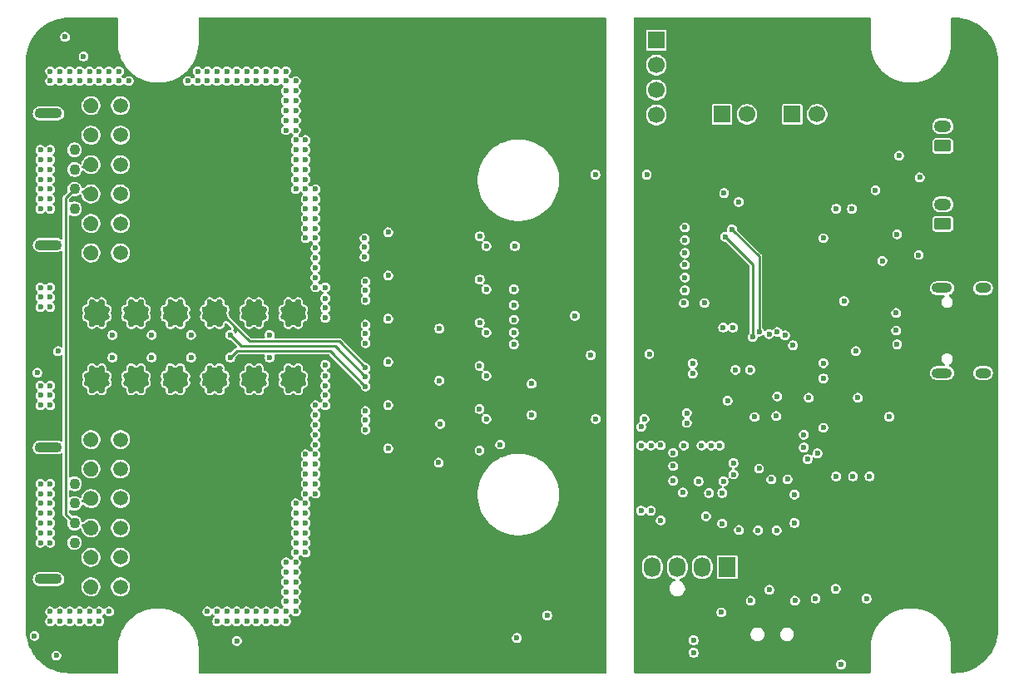
<source format=gbr>
%TF.GenerationSoftware,KiCad,Pcbnew,9.0.3*%
%TF.CreationDate,2025-09-21T09:36:47+10:00*%
%TF.ProjectId,12v-2x6,3132762d-3278-4362-9e6b-696361645f70,1*%
%TF.SameCoordinates,Original*%
%TF.FileFunction,Copper,L3,Inr*%
%TF.FilePolarity,Positive*%
%FSLAX46Y46*%
G04 Gerber Fmt 4.6, Leading zero omitted, Abs format (unit mm)*
G04 Created by KiCad (PCBNEW 9.0.3) date 2025-09-21 09:36:47*
%MOMM*%
%LPD*%
G01*
G04 APERTURE LIST*
G04 Aperture macros list*
%AMRoundRect*
0 Rectangle with rounded corners*
0 $1 Rounding radius*
0 $2 $3 $4 $5 $6 $7 $8 $9 X,Y pos of 4 corners*
0 Add a 4 corners polygon primitive as box body*
4,1,4,$2,$3,$4,$5,$6,$7,$8,$9,$2,$3,0*
0 Add four circle primitives for the rounded corners*
1,1,$1+$1,$2,$3*
1,1,$1+$1,$4,$5*
1,1,$1+$1,$6,$7*
1,1,$1+$1,$8,$9*
0 Add four rect primitives between the rounded corners*
20,1,$1+$1,$2,$3,$4,$5,0*
20,1,$1+$1,$4,$5,$6,$7,0*
20,1,$1+$1,$6,$7,$8,$9,0*
20,1,$1+$1,$8,$9,$2,$3,0*%
G04 Aperture macros list end*
%TA.AperFunction,ComponentPad*%
%ADD10RoundRect,0.250000X0.625000X-0.350000X0.625000X0.350000X-0.625000X0.350000X-0.625000X-0.350000X0*%
%TD*%
%TA.AperFunction,ComponentPad*%
%ADD11O,1.750000X1.200000*%
%TD*%
%TA.AperFunction,ComponentPad*%
%ADD12R,1.730000X2.030000*%
%TD*%
%TA.AperFunction,ComponentPad*%
%ADD13O,1.730000X2.030000*%
%TD*%
%TA.AperFunction,ComponentPad*%
%ADD14R,1.700000X1.700000*%
%TD*%
%TA.AperFunction,ComponentPad*%
%ADD15C,1.700000*%
%TD*%
%TA.AperFunction,ComponentPad*%
%ADD16C,1.520000*%
%TD*%
%TA.AperFunction,ComponentPad*%
%ADD17RoundRect,0.510000X-0.890000X0.000010X-0.890000X-0.000010X0.890000X-0.000010X0.890000X0.000010X0*%
%TD*%
%TA.AperFunction,ComponentPad*%
%ADD18C,1.100000*%
%TD*%
%TA.AperFunction,HeatsinkPad*%
%ADD19O,2.100000X1.000000*%
%TD*%
%TA.AperFunction,HeatsinkPad*%
%ADD20O,1.600000X1.000000*%
%TD*%
%TA.AperFunction,ViaPad*%
%ADD21C,0.600000*%
%TD*%
%TA.AperFunction,Conductor*%
%ADD22C,0.254000*%
%TD*%
G04 APERTURE END LIST*
D10*
%TO.N,/Input Output/NTC2*%
%TO.C,J7*%
X141850000Y-47600000D03*
D11*
%TO.N,GND*%
X141850000Y-45600000D03*
%TD*%
D12*
%TO.N,GND*%
%TO.C,M2*%
X119900000Y-90500000D03*
D13*
%TO.N,+5V*%
X117360000Y-90500000D03*
%TO.N,Net-(M2-Tacho)*%
X114820000Y-90500000D03*
%TO.N,Net-(M2-PWM)*%
X112280000Y-90500000D03*
%TD*%
D14*
%TO.N,+3.3V*%
%TO.C,J8*%
X112700000Y-36830000D03*
D15*
%TO.N,/Input Output/RX*%
X112700000Y-39370000D03*
%TO.N,/Input Output/TX*%
X112700000Y-41910000D03*
%TO.N,GND*%
X112700000Y-44450000D03*
%TD*%
D10*
%TO.N,/Input Output/NTC1*%
%TO.C,J6*%
X141850000Y-55550000D03*
D11*
%TO.N,GND*%
X141850000Y-53550000D03*
%TD*%
D14*
%TO.N,Net-(J4-Pin_1)*%
%TO.C,J4*%
X119385000Y-44385000D03*
D15*
%TO.N,Net-(J4-Pin_2)*%
X121925000Y-44385000D03*
%TD*%
D16*
%TO.N,/12V-2x6 Connectors/12V_OUT6*%
%TO.C,J2*%
X55150000Y-58500000D03*
%TO.N,/12V-2x6 Connectors/12V_OUT5*%
X55150000Y-55500000D03*
%TO.N,/12V-2x6 Connectors/12V_OUT4*%
X55150000Y-52500000D03*
%TO.N,/12V-2x6 Connectors/12V_OUT3*%
X55150000Y-49500000D03*
%TO.N,/12V-2x6 Connectors/12V_OUT2*%
X55150000Y-46500000D03*
%TO.N,/12V-2x6 Connectors/12V_OUT1*%
X55150000Y-43500000D03*
%TO.N,GND1*%
X58150000Y-58500000D03*
X58150000Y-55500000D03*
X58150000Y-52500000D03*
X58150000Y-49500000D03*
X58150000Y-46500000D03*
X58150000Y-43500000D03*
D17*
%TO.N,N/C*%
X50830000Y-57700000D03*
X50830000Y-44300000D03*
D18*
%TO.N,/12V-2x6 Connectors/S1*%
X53480000Y-54000000D03*
%TO.N,/12V-2x6 Connectors/S2*%
X53480000Y-52000000D03*
%TO.N,/12V-2x6 Connectors/S3*%
X53480000Y-50000000D03*
%TO.N,/12V-2x6 Connectors/S4*%
X53480000Y-48000000D03*
%TD*%
D14*
%TO.N,Net-(J4-Pin_1)*%
%TO.C,J5*%
X126525000Y-44385000D03*
D15*
%TO.N,Net-(J4-Pin_2)*%
X129065000Y-44385000D03*
%TD*%
D16*
%TO.N,/12V-2x6 Connectors/12V_IN1*%
%TO.C,J1*%
X55150000Y-92500000D03*
%TO.N,/12V-2x6 Connectors/12V_IN2*%
X55150000Y-89500000D03*
%TO.N,/12V-2x6 Connectors/12V_IN3*%
X55150000Y-86500000D03*
%TO.N,/12V-2x6 Connectors/12V_IN4*%
X55150000Y-83500000D03*
%TO.N,/12V-2x6 Connectors/12V_IN5*%
X55150000Y-80500000D03*
%TO.N,/12V-2x6 Connectors/12V_IN6*%
X55150000Y-77500000D03*
%TO.N,GND1*%
X58150000Y-92500000D03*
X58150000Y-89500000D03*
X58150000Y-86500000D03*
X58150000Y-83500000D03*
X58150000Y-80500000D03*
X58150000Y-77500000D03*
D17*
%TO.N,N/C*%
X50830000Y-91700000D03*
X50830000Y-78300000D03*
D18*
%TO.N,/12V-2x6 Connectors/S1*%
X53480000Y-88000000D03*
%TO.N,/12V-2x6 Connectors/S2*%
X53480000Y-86000000D03*
%TO.N,/12V-2x6 Connectors/S3*%
X53480000Y-84000000D03*
%TO.N,/12V-2x6 Connectors/S4*%
X53480000Y-82000000D03*
%TD*%
D19*
%TO.N,GND*%
%TO.C,J3*%
X141770000Y-70720000D03*
D20*
X145950000Y-70720000D03*
D19*
X141770000Y-62080000D03*
D20*
X145950000Y-62080000D03*
%TD*%
D21*
%TO.N,GND*%
X137100000Y-64600000D03*
X119400000Y-82950000D03*
X117600000Y-63600000D03*
X117750000Y-85300000D03*
X132600000Y-54000000D03*
X132710000Y-81250000D03*
X116500000Y-97935000D03*
X114400000Y-80200000D03*
X128900000Y-93700000D03*
X131000000Y-54000000D03*
X129700000Y-71275000D03*
X111475000Y-75400000D03*
X126750000Y-86000000D03*
X119300000Y-95100000D03*
X124950000Y-86750000D03*
X121100000Y-86700000D03*
X124400000Y-81550000D03*
X120550000Y-81050000D03*
X119400000Y-86050000D03*
X114400000Y-78850000D03*
X126050000Y-81550000D03*
X131000000Y-81250000D03*
X120550000Y-79900000D03*
X115800000Y-74800000D03*
X114400000Y-81700000D03*
X117300000Y-78100000D03*
X131500000Y-100400000D03*
X137200000Y-67800000D03*
X115400000Y-82900000D03*
X121087500Y-53300000D03*
X117000000Y-81750000D03*
X111980000Y-68800000D03*
X135700000Y-59300000D03*
X119150000Y-78100000D03*
X137100000Y-66400000D03*
X126750000Y-83100000D03*
X123050000Y-86750000D03*
X136400000Y-75175000D03*
X129700000Y-76300000D03*
X111725000Y-50525000D03*
X124900000Y-75100000D03*
X119550000Y-81750000D03*
X133000000Y-68500000D03*
X122300000Y-93900000D03*
X115500000Y-63600000D03*
X128200000Y-73250000D03*
X115500000Y-78100000D03*
X129100000Y-78900000D03*
X134400000Y-81250000D03*
X118050000Y-82950000D03*
X116500000Y-99200000D03*
X123150000Y-80450000D03*
X135000000Y-52100000D03*
X120500000Y-66100000D03*
X131800000Y-63400000D03*
X113150000Y-85730000D03*
%TO.N,/Input Output/NTC1*%
X127700000Y-78300000D03*
X137200000Y-56600000D03*
%TO.N,/Input Output/NTC2*%
X137400000Y-48600000D03*
X127700000Y-77000000D03*
%TO.N,+3.3V*%
X119500000Y-66100000D03*
X126800000Y-93900000D03*
X113150000Y-78080000D03*
X128100000Y-79500000D03*
X118300000Y-78100000D03*
X139400000Y-58700000D03*
X139500000Y-50800000D03*
X111150000Y-76200000D03*
X129700000Y-69725000D03*
X115800000Y-75800000D03*
X134100000Y-93700000D03*
X129700000Y-57000000D03*
X133200000Y-73250000D03*
%TO.N,/Input Output/RESET*%
X130950000Y-92700000D03*
X122700000Y-75200000D03*
%TO.N,/Alert Isolation/ALERT_OUT2*%
X115600000Y-61000000D03*
X122250000Y-70400000D03*
%TO.N,/Alert Isolation/ALERT_OUT3*%
X115600000Y-59700000D03*
X124175735Y-66750000D03*
%TO.N,/Alert Isolation/ALERT_OUT5*%
X125800000Y-66900000D03*
X115600000Y-57200000D03*
%TO.N,+5VP*%
X105550000Y-50525000D03*
X85400000Y-77400000D03*
X85400000Y-59790000D03*
X52580000Y-99500000D03*
X85400000Y-68590000D03*
X93700000Y-68090000D03*
X93700000Y-63690000D03*
X104100000Y-75400000D03*
X93700000Y-81300000D03*
X90500000Y-62300000D03*
X90600000Y-67000000D03*
X51800000Y-67540000D03*
X93700000Y-76890000D03*
X98700000Y-99600000D03*
X85400000Y-72990000D03*
X101600000Y-96700000D03*
X51540000Y-36500000D03*
X85400000Y-64190000D03*
X90500000Y-58100000D03*
X90700000Y-75100000D03*
X106980000Y-68900000D03*
X93700000Y-72490000D03*
X104100000Y-68900000D03*
X85400000Y-55390000D03*
X93700000Y-59290000D03*
%TO.N,GND1*%
X58000000Y-41000000D03*
X56000000Y-41000000D03*
X51000000Y-62000000D03*
X76000000Y-45000000D03*
X76000000Y-46000000D03*
X51000000Y-88000000D03*
X77000000Y-49000000D03*
X50000000Y-86000000D03*
X77000000Y-81000000D03*
X79000000Y-72000000D03*
X51000000Y-82000000D03*
X76000000Y-52000000D03*
X77000000Y-83000000D03*
X76000000Y-42000000D03*
X71000000Y-95000000D03*
X53000000Y-41000000D03*
X52000000Y-41000000D03*
X77000000Y-53000000D03*
X85400000Y-56390000D03*
X98500000Y-97700000D03*
X51000000Y-86000000D03*
X78000000Y-60000000D03*
X50000000Y-73000000D03*
X68000000Y-40000000D03*
X50000000Y-85000000D03*
X75000000Y-41000000D03*
X69000000Y-95000000D03*
X79000000Y-62000000D03*
X70000000Y-96000000D03*
X70000000Y-40000000D03*
X68000000Y-95000000D03*
X77000000Y-57000000D03*
X50000000Y-51000000D03*
X50000000Y-84000000D03*
X51000000Y-74000000D03*
X78000000Y-83000000D03*
X51000000Y-96000000D03*
X50000000Y-50000000D03*
X50000000Y-88000000D03*
X51000000Y-95000000D03*
X53000000Y-40000000D03*
X50000000Y-83000000D03*
X54000000Y-95000000D03*
X73000000Y-40000000D03*
X51000000Y-53000000D03*
X76000000Y-43000000D03*
X77000000Y-47000000D03*
X76000000Y-51000000D03*
X68000000Y-41000000D03*
X106500000Y-50525000D03*
X52000000Y-96000000D03*
X77000000Y-50000000D03*
X106020000Y-68900000D03*
X51800000Y-68500000D03*
X74000000Y-41000000D03*
X53000000Y-95000000D03*
X76000000Y-84000000D03*
X67000000Y-40000000D03*
X79000000Y-71000000D03*
X75000000Y-42000000D03*
X77000000Y-51000000D03*
X77000000Y-80000000D03*
X50000000Y-62000000D03*
X79000000Y-64100000D03*
X52000000Y-40000000D03*
X77000000Y-48000000D03*
X55000000Y-96000000D03*
X78000000Y-56000000D03*
X78000000Y-76000000D03*
X50000000Y-64000000D03*
X76000000Y-88000000D03*
X85400000Y-78400000D03*
X75000000Y-94000000D03*
X75000000Y-40000000D03*
X72000000Y-96000000D03*
X79000000Y-73000000D03*
X76000000Y-41000000D03*
X90700000Y-75900000D03*
X50000000Y-52000000D03*
X77000000Y-88000000D03*
X51000000Y-84000000D03*
X50000000Y-63000000D03*
X55000000Y-41000000D03*
X76000000Y-48000000D03*
X77000000Y-55000000D03*
X85400000Y-69590000D03*
X76000000Y-85000000D03*
X51000000Y-73000000D03*
X51000000Y-83000000D03*
X51000000Y-85000000D03*
X71000000Y-96000000D03*
X76000000Y-93000000D03*
X51000000Y-54000000D03*
X78000000Y-61000000D03*
X75000000Y-90000000D03*
X76000000Y-89000000D03*
X78000000Y-54000000D03*
X51000000Y-50000000D03*
X75000000Y-46000000D03*
X77000000Y-82000000D03*
X78000000Y-80000000D03*
X56000000Y-95000000D03*
X77000000Y-84000000D03*
X66000000Y-41000000D03*
X51000000Y-51000000D03*
X68000000Y-96000000D03*
X56000000Y-40000000D03*
X85400000Y-60790000D03*
X78000000Y-75000000D03*
X50000000Y-53000000D03*
X72000000Y-41000000D03*
X51000000Y-49000000D03*
X51000000Y-41000000D03*
X55000000Y-95000000D03*
X54000000Y-40000000D03*
X69000000Y-96000000D03*
X77000000Y-87000000D03*
X51620000Y-99500000D03*
X85400000Y-65190000D03*
X76000000Y-91000000D03*
X76000000Y-87000000D03*
X77000000Y-52000000D03*
X72000000Y-40000000D03*
X50000000Y-82000000D03*
X90600000Y-66200000D03*
X78000000Y-55000000D03*
X51000000Y-48000000D03*
X78000000Y-62000000D03*
X73000000Y-95000000D03*
X75000000Y-91000000D03*
X69000000Y-40000000D03*
X76000000Y-95000000D03*
X90600000Y-71500000D03*
X76000000Y-90000000D03*
X76000000Y-50000000D03*
X77000000Y-54000000D03*
X78000000Y-57000000D03*
X70000000Y-95000000D03*
X51000000Y-52000000D03*
X74000000Y-96000000D03*
X76000000Y-92000000D03*
X77000000Y-85000000D03*
X78000000Y-82000000D03*
X50000000Y-87000000D03*
X75000000Y-93000000D03*
X78000000Y-77000000D03*
X53000000Y-96000000D03*
X79000000Y-63100000D03*
X71000000Y-40000000D03*
X78000000Y-74000000D03*
X50000000Y-48000000D03*
X67000000Y-95000000D03*
X69000000Y-41000000D03*
X76000000Y-44000000D03*
X73000000Y-41000000D03*
X76000000Y-49000000D03*
X79000000Y-69900000D03*
X50000000Y-72000000D03*
X77000000Y-79000000D03*
X50000000Y-74000000D03*
X75000000Y-43000000D03*
X75000000Y-95000000D03*
X55000000Y-40000000D03*
X85400000Y-73990000D03*
X78000000Y-81000000D03*
X75000000Y-45000000D03*
X78000000Y-52000000D03*
X50000000Y-49000000D03*
X78000000Y-59000000D03*
X77000000Y-86000000D03*
X51000000Y-87000000D03*
X106525000Y-75400000D03*
X57000000Y-95000000D03*
X65000000Y-41000000D03*
X101600000Y-95400000D03*
X67000000Y-41000000D03*
X78000000Y-58000000D03*
X75000000Y-92000000D03*
X50000000Y-54000000D03*
X58000000Y-40000000D03*
X104400000Y-64900000D03*
X54000000Y-96000000D03*
X75000000Y-96000000D03*
X75000000Y-44000000D03*
X78000000Y-78000000D03*
X59000000Y-41000000D03*
X90550000Y-79850000D03*
X56000000Y-96000000D03*
X54000000Y-41000000D03*
X51000000Y-64000000D03*
X52500000Y-36500000D03*
X51000000Y-72000000D03*
X77000000Y-89000000D03*
X72000000Y-95000000D03*
X70000000Y-41000000D03*
X76000000Y-86000000D03*
X76000000Y-47000000D03*
X66000000Y-40000000D03*
X79000000Y-65100000D03*
X74000000Y-40000000D03*
X77000000Y-56000000D03*
X79000000Y-74000000D03*
X76000000Y-94000000D03*
X74000000Y-95000000D03*
X78000000Y-53000000D03*
X51000000Y-40000000D03*
X71000000Y-41000000D03*
X57000000Y-40000000D03*
X52000000Y-95000000D03*
X78000000Y-79000000D03*
X51000000Y-63000000D03*
X73000000Y-96000000D03*
X57000000Y-41000000D03*
%TO.N,/Alert Isolation/ALERT_OUT1*%
X115600000Y-62300000D03*
X120750000Y-70400000D03*
%TO.N,+5V*%
X135800000Y-63300000D03*
X111020000Y-68800000D03*
X115850000Y-85300000D03*
X114150000Y-85760000D03*
X113900000Y-75400000D03*
X131800000Y-66400000D03*
X137200000Y-61900000D03*
X145575000Y-76250000D03*
X113900000Y-69000000D03*
X127500000Y-63600000D03*
X135800000Y-61900000D03*
X112675000Y-50525000D03*
X119300000Y-96950000D03*
X130800000Y-63400000D03*
%TO.N,/Input Output/CASE_SW*%
X119587500Y-52400000D03*
X125000000Y-73100000D03*
%TO.N,/Alert Isolation/ALERT_OUT6*%
X115600000Y-55900000D03*
X126600000Y-67900000D03*
%TO.N,/Alert Isolation/ALERT_OUT4*%
X115600000Y-58500000D03*
X125000000Y-66550000D03*
%TO.N,/Alert Isolation/ALERT_IN6*%
X98300000Y-57800000D03*
X95400000Y-57800000D03*
%TO.N,/Alert Isolation/ALERT_IN3*%
X98200000Y-65300000D03*
X95400000Y-71000000D03*
%TO.N,/Alert Isolation/ALERT_IN4*%
X98200000Y-63800000D03*
X95400000Y-66600000D03*
%TO.N,/Alert Isolation/ALERT_IN5*%
X98200000Y-62200000D03*
X95400000Y-62200000D03*
%TO.N,/Alert Isolation/ALERT_IN1*%
X96800000Y-78000000D03*
X98200000Y-67800000D03*
%TO.N,/Alert Isolation/ALERT_IN2*%
X98200000Y-66600000D03*
X95400000Y-75400000D03*
%TO.N,/12V-2x6 Connectors/12V_IN4*%
X64750000Y-71750000D03*
X63250000Y-72500000D03*
X63750000Y-71750000D03*
X64250000Y-70250000D03*
X63750000Y-71000000D03*
X62750000Y-71750000D03*
X63250000Y-70250000D03*
X62750000Y-71000000D03*
X64750000Y-71000000D03*
X64250000Y-72500000D03*
%TO.N,/12V-2x6 Connectors/12V_IN3*%
X67250000Y-72500000D03*
X67750000Y-71750000D03*
X67750000Y-71000000D03*
X67250000Y-70250000D03*
X68250000Y-72500000D03*
X66750000Y-71000000D03*
X66750000Y-71750000D03*
X68750000Y-71000000D03*
X68250000Y-70250000D03*
X68750000Y-71750000D03*
%TO.N,/12V-2x6 Connectors/12V_IN5*%
X60250000Y-70250000D03*
X59250000Y-70250000D03*
X59750000Y-71000000D03*
X58750000Y-71000000D03*
X60750000Y-71750000D03*
X60250000Y-72500000D03*
X58750000Y-71750000D03*
X60750000Y-71000000D03*
X59250000Y-72500000D03*
X59750000Y-71750000D03*
%TO.N,/12V-2x6 Connectors/12V_IN2*%
X72750000Y-71000000D03*
X71250000Y-70250000D03*
X70750000Y-71000000D03*
X72250000Y-72500000D03*
X72250000Y-70250000D03*
X70750000Y-71750000D03*
X71750000Y-71750000D03*
X71750000Y-71000000D03*
X72750000Y-71750000D03*
X71250000Y-72500000D03*
%TO.N,/12V-2x6 Connectors/12V_IN1*%
X75250000Y-72500000D03*
X76750000Y-71750000D03*
X74750000Y-71000000D03*
X75750000Y-71000000D03*
X76250000Y-72500000D03*
X74750000Y-71750000D03*
X75250000Y-70250000D03*
X76750000Y-71000000D03*
X76250000Y-70250000D03*
X75750000Y-71750000D03*
%TO.N,/12V-2x6 Connectors/12V_IN6*%
X56750000Y-71000000D03*
X56250000Y-70250000D03*
X55250000Y-70250000D03*
X55750000Y-71750000D03*
X55750000Y-71000000D03*
X56250000Y-72500000D03*
X56750000Y-71750000D03*
X54750000Y-71750000D03*
X55250000Y-72500000D03*
X54750000Y-71000000D03*
%TO.N,/12V-2x6 Connectors/12V_OUT5*%
X58750000Y-64250000D03*
X60750000Y-65000000D03*
X59750000Y-65000000D03*
X58750000Y-65000000D03*
X60750000Y-64250000D03*
X83100000Y-61400000D03*
X59750000Y-64250000D03*
X60250000Y-65750000D03*
X59250000Y-65750000D03*
X60250000Y-63500000D03*
X59250000Y-63500000D03*
%TO.N,/12V-2x6 Connectors/12V_OUT6*%
X55750000Y-65000000D03*
X56750000Y-65000000D03*
X55250000Y-65750000D03*
X56250000Y-63500000D03*
X56250000Y-65750000D03*
X54750000Y-65000000D03*
X55750000Y-64250000D03*
X55250000Y-63500000D03*
X54750000Y-64250000D03*
X83000000Y-57000000D03*
X56750000Y-64250000D03*
%TO.N,/12V-2x6 Connectors/12V_OUT4*%
X83100000Y-65800000D03*
X64250000Y-63500000D03*
X64250000Y-65750000D03*
X64750000Y-65000000D03*
X62750000Y-64250000D03*
X63750000Y-65000000D03*
X64750000Y-64250000D03*
X63750000Y-64250000D03*
X62750000Y-65000000D03*
X63250000Y-63500000D03*
X63250000Y-65750000D03*
%TO.N,/12V-2x6 Connectors/12V_OUT1*%
X76250000Y-65750000D03*
X74750000Y-64250000D03*
X75750000Y-65000000D03*
X75250000Y-65750000D03*
X76750000Y-65000000D03*
X74750000Y-65000000D03*
X76250000Y-63500000D03*
X75750000Y-64250000D03*
X75250000Y-63500000D03*
X76750000Y-64250000D03*
%TO.N,/12V-2x6 Connectors/12V_OUT3*%
X68750000Y-64250000D03*
X67750000Y-65000000D03*
X66750000Y-65000000D03*
X66750000Y-64250000D03*
X68750000Y-65000000D03*
X68250000Y-65750000D03*
X67250000Y-63500000D03*
X68250000Y-63500000D03*
X67750000Y-64250000D03*
X83100000Y-70200000D03*
X67250000Y-65750000D03*
%TO.N,/12V-2x6 Connectors/12V_OUT2*%
X71750000Y-65000000D03*
X72250000Y-63500000D03*
X71750000Y-64250000D03*
X71250000Y-63500000D03*
X70750000Y-65000000D03*
X72750000Y-64250000D03*
X71250000Y-65750000D03*
X72250000Y-65750000D03*
X70750000Y-64250000D03*
X83100000Y-74600000D03*
X72750000Y-65000000D03*
%TO.N,/Input Output/BOOT*%
X124200000Y-92800000D03*
X119950000Y-73550000D03*
%TO.N,/Current Sensing/CurrentSense2/IN+*%
X83100000Y-76500000D03*
X73334000Y-69150000D03*
%TO.N,/Current Sensing/CurrentSense2/IN-*%
X83100000Y-75500000D03*
X73334000Y-66850000D03*
%TO.N,/Current Sensing/CurrentSense3/IN+*%
X69334000Y-69150000D03*
X83100000Y-72100000D03*
%TO.N,/Current Sensing/CurrentSense3/IN-*%
X83100000Y-71100000D03*
X69334000Y-66850000D03*
%TO.N,/Current Sensing/CurrentSense4/IN+*%
X83100000Y-67700000D03*
X65350000Y-69150000D03*
%TO.N,/Current Sensing/CurrentSense4/IN-*%
X83100000Y-66700000D03*
X65334000Y-66850000D03*
%TO.N,/Current Sensing/CurrentSense5/IN+*%
X61334000Y-69150000D03*
X83100000Y-63300000D03*
%TO.N,/Current Sensing/CurrentSense5/IN-*%
X83100000Y-62300000D03*
X61334000Y-66850000D03*
%TO.N,/Current Sensing/CurrentSense6/IN+*%
X83000000Y-58900000D03*
X57334000Y-69150000D03*
%TO.N,/Current Sensing/CurrentSense6/IN-*%
X83000000Y-57900000D03*
X57334000Y-66850000D03*
%TO.N,/Current Sensing/SCL1*%
X100000000Y-75000000D03*
X54400000Y-38500000D03*
X49700000Y-70700000D03*
X100000000Y-71810000D03*
X70000000Y-98000000D03*
X49400000Y-97500000D03*
%TO.N,/Current Sensing/SDA1*%
X94725735Y-65600000D03*
X94700000Y-70000000D03*
X94725735Y-56800000D03*
X94700000Y-78600000D03*
X94700000Y-74400000D03*
X94725735Y-61200000D03*
%TO.N,Net-(M2-Tacho)*%
X112150000Y-84740000D03*
%TO.N,Net-(M2-PWM)*%
X111150000Y-84740000D03*
%TO.N,/Input Output/FAN_TACHO*%
X116400000Y-70800000D03*
X112150000Y-78110000D03*
%TO.N,/Input Output/FAN_PWM*%
X116400000Y-69750000D03*
X111150000Y-78110000D03*
%TO.N,/Input Output/TX*%
X119700000Y-56850000D03*
X122500000Y-67050000D03*
%TO.N,/Input Output/RX*%
X123150000Y-66500000D03*
X120400000Y-56100000D03*
%TD*%
D22*
%TO.N,/12V-2x6 Connectors/S2*%
X52600000Y-52880000D02*
X53480000Y-52000000D01*
X52600000Y-85120000D02*
X52600000Y-52880000D01*
X53480000Y-86000000D02*
X52600000Y-85120000D01*
%TO.N,/12V-2x6 Connectors/12V_OUT3*%
X83100000Y-70200000D02*
X80400000Y-67500000D01*
X80400000Y-67500000D02*
X71250000Y-67500000D01*
X71250000Y-67500000D02*
X68750000Y-65000000D01*
%TO.N,/Current Sensing/CurrentSense3/IN+*%
X69334000Y-69150000D02*
X69984000Y-68500000D01*
X69334000Y-69050000D02*
X69334000Y-69150000D01*
X69984000Y-68500000D02*
X79500000Y-68500000D01*
X79500000Y-68500000D02*
X83100000Y-72100000D01*
%TO.N,/Current Sensing/CurrentSense3/IN-*%
X69334000Y-66850000D02*
X70484000Y-68000000D01*
X70484000Y-68000000D02*
X80000000Y-68000000D01*
X69334000Y-66950000D02*
X69334000Y-66850000D01*
X80000000Y-68000000D02*
X83100000Y-71100000D01*
%TO.N,/Input Output/TX*%
X122522000Y-67028000D02*
X122522000Y-59672000D01*
X122522000Y-59672000D02*
X119700000Y-56850000D01*
X122500000Y-67050000D02*
X122522000Y-67028000D01*
%TO.N,/Input Output/RX*%
X123150000Y-58850000D02*
X123150000Y-66500000D01*
X120400000Y-56100000D02*
X123150000Y-58850000D01*
%TD*%
%TA.AperFunction,Conductor*%
%TO.N,/12V-2x6 Connectors/12V_IN5*%
G36*
X55236343Y-79747383D02*
G01*
X55358245Y-79771630D01*
X55381503Y-79778685D01*
X55496340Y-79826252D01*
X55517776Y-79837709D01*
X55594295Y-79888838D01*
X55621136Y-79906772D01*
X55639926Y-79922193D01*
X55727804Y-80010071D01*
X55743225Y-80028861D01*
X55812286Y-80132218D01*
X55823745Y-80153657D01*
X55871311Y-80268493D01*
X55878367Y-80291752D01*
X55887346Y-80336887D01*
X55898747Y-80394203D01*
X55902617Y-80413654D01*
X55905000Y-80437847D01*
X55905000Y-80562150D01*
X55902617Y-80586343D01*
X55878367Y-80708248D01*
X55871311Y-80731506D01*
X55871311Y-80731507D01*
X55823747Y-80846338D01*
X55812288Y-80867777D01*
X55743228Y-80971133D01*
X55727807Y-80989923D01*
X55639923Y-81077807D01*
X55621133Y-81093228D01*
X55517777Y-81162288D01*
X55496340Y-81173746D01*
X55496338Y-81173747D01*
X55381507Y-81221311D01*
X55358248Y-81228367D01*
X55280621Y-81243808D01*
X55236341Y-81252617D01*
X55212151Y-81255000D01*
X55087850Y-81255000D01*
X55063659Y-81252617D01*
X54941751Y-81228367D01*
X54918492Y-81221311D01*
X54803659Y-81173746D01*
X54782220Y-81162287D01*
X54678861Y-81093225D01*
X54660071Y-81077804D01*
X54572193Y-80989926D01*
X54556772Y-80971136D01*
X54487711Y-80867779D01*
X54476252Y-80846341D01*
X54433874Y-80744032D01*
X54428685Y-80731504D01*
X54421630Y-80708244D01*
X54397383Y-80586346D01*
X54395000Y-80562155D01*
X54395000Y-80437846D01*
X54397383Y-80413655D01*
X54421630Y-80291754D01*
X54428684Y-80268497D01*
X54476253Y-80153653D01*
X54487707Y-80132225D01*
X54556777Y-80028854D01*
X54572188Y-80010076D01*
X54660076Y-79922188D01*
X54678854Y-79906777D01*
X54782225Y-79837706D01*
X54803649Y-79826255D01*
X54918502Y-79778681D01*
X54941737Y-79771633D01*
X55063663Y-79747381D01*
X55087846Y-79745000D01*
X55212152Y-79745000D01*
X55236343Y-79747383D01*
G37*
%TD.AperFunction*%
%TA.AperFunction,Conductor*%
G36*
X59304601Y-69959223D02*
G01*
X59348102Y-69970879D01*
X59377999Y-69983263D01*
X59417000Y-70005780D01*
X59442679Y-70025485D01*
X59495768Y-70078574D01*
X59501800Y-70085052D01*
X59505968Y-70089862D01*
X59560637Y-70134460D01*
X59621555Y-70168677D01*
X59644184Y-70179624D01*
X59734399Y-70194643D01*
X59804146Y-70190493D01*
X59829101Y-70187468D01*
X59913107Y-70151331D01*
X59913110Y-70151331D01*
X59913110Y-70151330D01*
X59913114Y-70151329D01*
X59964404Y-70113883D01*
X59964403Y-70113882D01*
X59967190Y-70111848D01*
X59968211Y-70111102D01*
X59968212Y-70111103D01*
X59969480Y-70110178D01*
X59969488Y-70110170D01*
X59986170Y-70097990D01*
X59987101Y-70096015D01*
X59992162Y-70090643D01*
X59992434Y-70090372D01*
X59992433Y-70090371D01*
X59996097Y-70086708D01*
X60004231Y-70078574D01*
X60057323Y-70025480D01*
X60082991Y-70005784D01*
X60122002Y-69983260D01*
X60151893Y-69970880D01*
X60195397Y-69959223D01*
X60227485Y-69955000D01*
X60272513Y-69955000D01*
X60304601Y-69959223D01*
X60348102Y-69970879D01*
X60377999Y-69983263D01*
X60417000Y-70005780D01*
X60442678Y-70025484D01*
X60474513Y-70057319D01*
X60494219Y-70083000D01*
X60516733Y-70121995D01*
X60529119Y-70151898D01*
X60540774Y-70195392D01*
X60545000Y-70227485D01*
X60545000Y-70273452D01*
X60542795Y-70294560D01*
X60543087Y-70294606D01*
X60535803Y-70341301D01*
X60533295Y-70393958D01*
X60533064Y-70404431D01*
X60533064Y-70404432D01*
X60553718Y-70493526D01*
X60584247Y-70556373D01*
X60596593Y-70578270D01*
X60662136Y-70642054D01*
X60721795Y-70678418D01*
X60775563Y-70701443D01*
X60848099Y-70720879D01*
X60878001Y-70733265D01*
X60878005Y-70733266D01*
X60887655Y-70738838D01*
X60916998Y-70755779D01*
X60942679Y-70775485D01*
X60974513Y-70807319D01*
X60994219Y-70833000D01*
X61016733Y-70871995D01*
X61029119Y-70901898D01*
X61038273Y-70936058D01*
X61040774Y-70945389D01*
X61045000Y-70977485D01*
X61045000Y-71022513D01*
X61040775Y-71054602D01*
X61040774Y-71054606D01*
X61039018Y-71061162D01*
X61029120Y-71098099D01*
X61016734Y-71128001D01*
X60975484Y-71199450D01*
X60975460Y-71199487D01*
X60967395Y-71213460D01*
X60967383Y-71213481D01*
X60959642Y-71226888D01*
X60959663Y-71230169D01*
X60954467Y-71244764D01*
X60950044Y-71255093D01*
X60950037Y-71255113D01*
X60933573Y-71311187D01*
X60929793Y-71326102D01*
X60931037Y-71417550D01*
X60931038Y-71417556D01*
X60947507Y-71485442D01*
X60947510Y-71485452D01*
X60969244Y-71539742D01*
X60969247Y-71539747D01*
X60976588Y-71552462D01*
X60976594Y-71552472D01*
X60988053Y-71572319D01*
X61016734Y-71621997D01*
X61029119Y-71651898D01*
X61040774Y-71695392D01*
X61045000Y-71727485D01*
X61045000Y-71772513D01*
X61040775Y-71804605D01*
X61036953Y-71818867D01*
X61029120Y-71848099D01*
X61016733Y-71878003D01*
X60994219Y-71916998D01*
X60974513Y-71942679D01*
X60942678Y-71974514D01*
X60916997Y-71994220D01*
X60878007Y-72016732D01*
X60878005Y-72016733D01*
X60848098Y-72029121D01*
X60775560Y-72048557D01*
X60734580Y-72064400D01*
X60734577Y-72064401D01*
X60687722Y-72088558D01*
X60678542Y-72093591D01*
X60611715Y-72156021D01*
X60611711Y-72156025D01*
X60611711Y-72156026D01*
X60572565Y-72213865D01*
X60572541Y-72213900D01*
X60559761Y-72235524D01*
X60559760Y-72235526D01*
X60559760Y-72235527D01*
X60553320Y-72260937D01*
X60537292Y-72324179D01*
X60535629Y-72394030D01*
X60535629Y-72394031D01*
X60542573Y-72452107D01*
X60542760Y-72453075D01*
X60543040Y-72456011D01*
X60543099Y-72456502D01*
X60543087Y-72456503D01*
X60545000Y-72476538D01*
X60545000Y-72522513D01*
X60540775Y-72554604D01*
X60538650Y-72562534D01*
X60529120Y-72598099D01*
X60516733Y-72628003D01*
X60494219Y-72666998D01*
X60474513Y-72692679D01*
X60442679Y-72724513D01*
X60416998Y-72744219D01*
X60378003Y-72766733D01*
X60348099Y-72779120D01*
X60329887Y-72784000D01*
X60304607Y-72790774D01*
X60272513Y-72795000D01*
X60227489Y-72795000D01*
X60195397Y-72790775D01*
X60151902Y-72779121D01*
X60121997Y-72766734D01*
X60082997Y-72744217D01*
X60057320Y-72724514D01*
X60004234Y-72671428D01*
X59998203Y-72664951D01*
X59995649Y-72662004D01*
X59994022Y-72660126D01*
X59939346Y-72615527D01*
X59939344Y-72615526D01*
X59939343Y-72615525D01*
X59878419Y-72581310D01*
X59855796Y-72570367D01*
X59765581Y-72555355D01*
X59695835Y-72559509D01*
X59695833Y-72559509D01*
X59695820Y-72559510D01*
X59670885Y-72562533D01*
X59670881Y-72562534D01*
X59586872Y-72598676D01*
X59586866Y-72598680D01*
X59573087Y-72608740D01*
X59573088Y-72608741D01*
X59532808Y-72638151D01*
X59526928Y-72640264D01*
X59525643Y-72641550D01*
X59514075Y-72651453D01*
X59512868Y-72654015D01*
X59507807Y-72659384D01*
X59471362Y-72695818D01*
X59471287Y-72695904D01*
X59442677Y-72724514D01*
X59416997Y-72744220D01*
X59378004Y-72766733D01*
X59348099Y-72779120D01*
X59329887Y-72784000D01*
X59304607Y-72790774D01*
X59272513Y-72795000D01*
X59227489Y-72795000D01*
X59195397Y-72790775D01*
X59151902Y-72779121D01*
X59121997Y-72766734D01*
X59082998Y-72744218D01*
X59057320Y-72724514D01*
X59025485Y-72692679D01*
X59005779Y-72666998D01*
X58983263Y-72627999D01*
X58970879Y-72598102D01*
X58959223Y-72554601D01*
X58955000Y-72522513D01*
X58955000Y-72476548D01*
X58957206Y-72455431D01*
X58956915Y-72455386D01*
X58962292Y-72420901D01*
X58964195Y-72408697D01*
X58966703Y-72356041D01*
X58966935Y-72345565D01*
X58964923Y-72336887D01*
X58953033Y-72285596D01*
X58946281Y-72256471D01*
X58945659Y-72255191D01*
X58915766Y-72193653D01*
X58915763Y-72193647D01*
X58915752Y-72193625D01*
X58903405Y-72171728D01*
X58837862Y-72107945D01*
X58837859Y-72107943D01*
X58778207Y-72071583D01*
X58761433Y-72064400D01*
X58724434Y-72048556D01*
X58724430Y-72048554D01*
X58724422Y-72048552D01*
X58651898Y-72029119D01*
X58621996Y-72016733D01*
X58582997Y-71994218D01*
X58557319Y-71974513D01*
X58525485Y-71942679D01*
X58505778Y-71916996D01*
X58483265Y-71878001D01*
X58470878Y-71848096D01*
X58459225Y-71804605D01*
X58455000Y-71772512D01*
X58455000Y-71727487D01*
X58459225Y-71695396D01*
X58470272Y-71654165D01*
X58470880Y-71651895D01*
X58483266Y-71621994D01*
X58530750Y-71539750D01*
X58549957Y-71494898D01*
X58566430Y-71438798D01*
X58570206Y-71423897D01*
X58568962Y-71332450D01*
X58552489Y-71264550D01*
X58530750Y-71210250D01*
X58483264Y-71128001D01*
X58470879Y-71098099D01*
X58459225Y-71054602D01*
X58455000Y-71022511D01*
X58455000Y-70977484D01*
X58459223Y-70945398D01*
X58470879Y-70901893D01*
X58483265Y-70871995D01*
X58505780Y-70832998D01*
X58525478Y-70807327D01*
X58557323Y-70775482D01*
X58582993Y-70755784D01*
X58622001Y-70733262D01*
X58651899Y-70720878D01*
X58724433Y-70701444D01*
X58765409Y-70685603D01*
X58784316Y-70675856D01*
X58812276Y-70661443D01*
X58819438Y-70657515D01*
X58821455Y-70656410D01*
X58888285Y-70593977D01*
X58927448Y-70536115D01*
X58940239Y-70514474D01*
X58962707Y-70425820D01*
X58964370Y-70355970D01*
X58957426Y-70297892D01*
X58957424Y-70297886D01*
X58957238Y-70296917D01*
X58956957Y-70293974D01*
X58956900Y-70293496D01*
X58956911Y-70293494D01*
X58955000Y-70273463D01*
X58955000Y-70227484D01*
X58959223Y-70195398D01*
X58970879Y-70151893D01*
X58983261Y-70122001D01*
X59005783Y-70082993D01*
X59025476Y-70057329D01*
X59057324Y-70025481D01*
X59082996Y-70005781D01*
X59121997Y-69983263D01*
X59151905Y-69970877D01*
X59195394Y-69959225D01*
X59227485Y-69955000D01*
X59272513Y-69955000D01*
X59304601Y-69959223D01*
G37*
%TD.AperFunction*%
%TD*%
%TA.AperFunction,Conductor*%
%TO.N,/12V-2x6 Connectors/12V_OUT3*%
G36*
X69755072Y-65834322D02*
G01*
X69768444Y-65845909D01*
X69963681Y-66041146D01*
X69997166Y-66102469D01*
X70000000Y-66128827D01*
X70000000Y-66539770D01*
X69980315Y-66606809D01*
X69927511Y-66652564D01*
X69858353Y-66662508D01*
X69794797Y-66633483D01*
X69778951Y-66616955D01*
X69773216Y-66609744D01*
X69734500Y-66542686D01*
X69663083Y-66471269D01*
X69658700Y-66465758D01*
X69648083Y-66439656D01*
X69634583Y-66414931D01*
X69634897Y-66407233D01*
X69632377Y-66401037D01*
X69635924Y-66382070D01*
X69637134Y-66352427D01*
X69658142Y-66283493D01*
X69663126Y-66213801D01*
X69663382Y-66188666D01*
X69645435Y-66125156D01*
X69638513Y-66100659D01*
X69638512Y-66100658D01*
X69638512Y-66100656D01*
X69605027Y-66039333D01*
X69597382Y-66029121D01*
X69581497Y-66007901D01*
X69557079Y-65942437D01*
X69571930Y-65874164D01*
X69621335Y-65824758D01*
X69689608Y-65809906D01*
X69755072Y-65834322D01*
G37*
%TD.AperFunction*%
%TA.AperFunction,Conductor*%
G36*
X67304601Y-63209223D02*
G01*
X67348102Y-63220879D01*
X67377999Y-63233263D01*
X67417000Y-63255780D01*
X67442679Y-63275485D01*
X67495768Y-63328574D01*
X67501800Y-63335052D01*
X67505968Y-63339862D01*
X67560637Y-63384460D01*
X67563614Y-63386132D01*
X67612991Y-63413867D01*
X67621555Y-63418677D01*
X67644184Y-63429624D01*
X67734399Y-63444643D01*
X67804146Y-63440493D01*
X67829101Y-63437468D01*
X67913107Y-63401331D01*
X67913110Y-63401331D01*
X67913110Y-63401330D01*
X67913114Y-63401329D01*
X67964404Y-63363883D01*
X67964403Y-63363882D01*
X67967190Y-63361848D01*
X67968211Y-63361102D01*
X67968212Y-63361103D01*
X67969480Y-63360178D01*
X67969488Y-63360170D01*
X67986170Y-63347990D01*
X67987101Y-63346015D01*
X67992162Y-63340643D01*
X67992434Y-63340372D01*
X67992433Y-63340371D01*
X67996097Y-63336708D01*
X68004231Y-63328574D01*
X68057323Y-63275480D01*
X68082991Y-63255784D01*
X68122002Y-63233260D01*
X68151893Y-63220880D01*
X68195397Y-63209223D01*
X68227485Y-63205000D01*
X68272513Y-63205000D01*
X68304601Y-63209223D01*
X68348102Y-63220879D01*
X68377999Y-63233263D01*
X68417000Y-63255780D01*
X68442678Y-63275484D01*
X68474513Y-63307319D01*
X68494219Y-63333000D01*
X68516733Y-63371995D01*
X68529119Y-63401898D01*
X68540774Y-63445392D01*
X68545000Y-63477485D01*
X68545000Y-63523452D01*
X68542795Y-63544560D01*
X68543087Y-63544606D01*
X68535803Y-63591301D01*
X68533295Y-63643958D01*
X68533064Y-63654431D01*
X68533064Y-63654432D01*
X68553718Y-63743526D01*
X68562284Y-63761161D01*
X68584247Y-63806373D01*
X68596593Y-63828270D01*
X68662136Y-63892054D01*
X68721795Y-63928418D01*
X68775563Y-63951443D01*
X68848099Y-63970879D01*
X68878001Y-63983265D01*
X68878006Y-63983267D01*
X68916998Y-64005779D01*
X68942679Y-64025485D01*
X68974513Y-64057319D01*
X68994219Y-64083000D01*
X69016733Y-64121995D01*
X69029119Y-64151898D01*
X69036954Y-64181136D01*
X69040774Y-64195389D01*
X69045000Y-64227485D01*
X69045000Y-64272513D01*
X69040775Y-64304602D01*
X69040774Y-64304606D01*
X69032158Y-64336760D01*
X69029120Y-64348099D01*
X69016734Y-64378001D01*
X68975484Y-64449450D01*
X68975460Y-64449487D01*
X68967395Y-64463460D01*
X68967383Y-64463481D01*
X68959642Y-64476888D01*
X68959663Y-64480169D01*
X68954467Y-64494764D01*
X68950044Y-64505093D01*
X68950037Y-64505113D01*
X68933573Y-64561187D01*
X68929793Y-64576102D01*
X68931037Y-64667550D01*
X68931038Y-64667556D01*
X68947507Y-64735442D01*
X68947510Y-64735452D01*
X68969244Y-64789742D01*
X68969247Y-64789747D01*
X68972532Y-64795436D01*
X69016734Y-64871997D01*
X69029119Y-64901898D01*
X69040774Y-64945392D01*
X69045000Y-64977485D01*
X69045000Y-64985983D01*
X69046178Y-65007963D01*
X69049011Y-65034310D01*
X69049012Y-65034312D01*
X69072970Y-65110823D01*
X69072971Y-65110828D01*
X69082350Y-65128003D01*
X69106456Y-65172150D01*
X69106458Y-65172153D01*
X69106460Y-65172156D01*
X69141498Y-65218960D01*
X69141502Y-65218964D01*
X69141509Y-65218974D01*
X69141516Y-65218981D01*
X69247327Y-65324792D01*
X69280812Y-65386115D01*
X69275828Y-65455807D01*
X69233956Y-65511740D01*
X69168492Y-65536157D01*
X69100219Y-65521305D01*
X69090752Y-65515573D01*
X69041073Y-65482376D01*
X69041066Y-65482372D01*
X68977521Y-65453352D01*
X68954049Y-65444324D01*
X68954046Y-65444323D01*
X68862903Y-65436870D01*
X68862901Y-65436870D01*
X68793745Y-65446814D01*
X68769127Y-65451907D01*
X68769126Y-65451907D01*
X68688416Y-65494916D01*
X68688413Y-65494918D01*
X68635604Y-65540677D01*
X68617660Y-65558259D01*
X68617654Y-65558266D01*
X68573011Y-65638076D01*
X68573009Y-65638081D01*
X68553326Y-65705113D01*
X68553325Y-65705118D01*
X68553325Y-65705119D01*
X68552068Y-65713865D01*
X68545000Y-65763020D01*
X68545000Y-65772513D01*
X68540775Y-65804605D01*
X68538650Y-65812534D01*
X68529120Y-65848099D01*
X68516733Y-65878003D01*
X68494219Y-65916998D01*
X68474513Y-65942679D01*
X68442679Y-65974513D01*
X68416998Y-65994219D01*
X68378003Y-66016733D01*
X68348099Y-66029120D01*
X68329887Y-66034000D01*
X68304607Y-66040774D01*
X68272513Y-66045000D01*
X68227489Y-66045000D01*
X68195397Y-66040775D01*
X68151902Y-66029121D01*
X68121997Y-66016734D01*
X68082997Y-65994217D01*
X68057320Y-65974514D01*
X68004234Y-65921428D01*
X67998203Y-65914951D01*
X67994022Y-65910126D01*
X67939346Y-65865527D01*
X67939344Y-65865526D01*
X67939343Y-65865525D01*
X67878419Y-65831310D01*
X67855796Y-65820367D01*
X67765581Y-65805355D01*
X67695835Y-65809509D01*
X67695833Y-65809509D01*
X67695820Y-65809510D01*
X67670885Y-65812533D01*
X67670881Y-65812534D01*
X67586872Y-65848676D01*
X67586866Y-65848680D01*
X67573087Y-65858740D01*
X67573088Y-65858741D01*
X67532808Y-65888151D01*
X67526928Y-65890264D01*
X67525643Y-65891550D01*
X67514075Y-65901453D01*
X67512868Y-65904015D01*
X67507807Y-65909384D01*
X67471362Y-65945818D01*
X67471287Y-65945904D01*
X67442677Y-65974514D01*
X67416997Y-65994220D01*
X67378004Y-66016733D01*
X67348099Y-66029120D01*
X67329887Y-66034000D01*
X67304607Y-66040774D01*
X67272513Y-66045000D01*
X67227489Y-66045000D01*
X67195397Y-66040775D01*
X67151902Y-66029121D01*
X67121997Y-66016734D01*
X67082998Y-65994218D01*
X67057320Y-65974514D01*
X67025485Y-65942679D01*
X67005778Y-65916996D01*
X67004597Y-65914951D01*
X66996806Y-65901456D01*
X66983265Y-65878001D01*
X66970878Y-65848096D01*
X66959225Y-65804605D01*
X66955000Y-65772512D01*
X66955000Y-65726545D01*
X66957208Y-65705434D01*
X66956914Y-65705389D01*
X66959917Y-65686132D01*
X66964195Y-65658697D01*
X66966703Y-65606041D01*
X66966935Y-65595565D01*
X66962143Y-65574896D01*
X66953140Y-65536058D01*
X66946281Y-65506471D01*
X66945566Y-65505000D01*
X66915766Y-65443653D01*
X66915763Y-65443647D01*
X66915752Y-65443625D01*
X66903405Y-65421728D01*
X66837862Y-65357945D01*
X66837859Y-65357943D01*
X66778207Y-65321583D01*
X66764876Y-65315874D01*
X66724434Y-65298556D01*
X66724430Y-65298554D01*
X66724422Y-65298552D01*
X66651898Y-65279119D01*
X66621996Y-65266733D01*
X66582997Y-65244218D01*
X66557319Y-65224513D01*
X66525485Y-65192679D01*
X66505779Y-65166998D01*
X66496636Y-65151162D01*
X66483263Y-65127999D01*
X66470879Y-65098102D01*
X66459223Y-65054601D01*
X66455000Y-65022513D01*
X66455000Y-64977487D01*
X66459225Y-64945396D01*
X66466333Y-64918866D01*
X66470880Y-64901895D01*
X66483266Y-64871994D01*
X66530750Y-64789750D01*
X66549957Y-64744898D01*
X66566430Y-64688798D01*
X66570206Y-64673897D01*
X66568962Y-64582450D01*
X66552489Y-64514550D01*
X66530750Y-64460250D01*
X66483264Y-64378001D01*
X66470879Y-64348099D01*
X66459225Y-64304602D01*
X66455000Y-64272511D01*
X66455000Y-64227484D01*
X66459223Y-64195398D01*
X66470879Y-64151893D01*
X66483265Y-64121995D01*
X66505780Y-64082998D01*
X66525478Y-64057327D01*
X66557323Y-64025482D01*
X66582993Y-64005784D01*
X66622001Y-63983262D01*
X66651899Y-63970878D01*
X66724433Y-63951444D01*
X66765409Y-63935603D01*
X66797876Y-63918866D01*
X66812276Y-63911443D01*
X66819438Y-63907515D01*
X66821455Y-63906410D01*
X66888285Y-63843977D01*
X66927448Y-63786115D01*
X66940239Y-63764474D01*
X66962707Y-63675820D01*
X66964370Y-63605970D01*
X66957426Y-63547892D01*
X66957424Y-63547886D01*
X66957238Y-63546917D01*
X66956957Y-63543974D01*
X66956900Y-63543496D01*
X66956911Y-63543494D01*
X66955000Y-63523463D01*
X66955000Y-63477484D01*
X66959223Y-63445398D01*
X66970879Y-63401893D01*
X66983261Y-63372001D01*
X67005783Y-63332993D01*
X67025476Y-63307329D01*
X67057324Y-63275481D01*
X67082996Y-63255781D01*
X67121997Y-63233263D01*
X67151905Y-63220877D01*
X67195394Y-63209225D01*
X67227485Y-63205000D01*
X67272513Y-63205000D01*
X67304601Y-63209223D01*
G37*
%TD.AperFunction*%
%TA.AperFunction,Conductor*%
G36*
X55236343Y-48747383D02*
G01*
X55358245Y-48771630D01*
X55381503Y-48778685D01*
X55496340Y-48826252D01*
X55517777Y-48837710D01*
X55621136Y-48906772D01*
X55639926Y-48922193D01*
X55727804Y-49010071D01*
X55743225Y-49028861D01*
X55812286Y-49132218D01*
X55823745Y-49153657D01*
X55871311Y-49268493D01*
X55878367Y-49291752D01*
X55887346Y-49336887D01*
X55902141Y-49411264D01*
X55902617Y-49413654D01*
X55905000Y-49437847D01*
X55905000Y-49562149D01*
X55902617Y-49586342D01*
X55878367Y-49708247D01*
X55871313Y-49731501D01*
X55835461Y-49818058D01*
X55835458Y-49818066D01*
X55830797Y-49829320D01*
X55823749Y-49846336D01*
X55812289Y-49867776D01*
X55743229Y-49971132D01*
X55727808Y-49989922D01*
X55639920Y-50077810D01*
X55621130Y-50093231D01*
X55517785Y-50162284D01*
X55496346Y-50173743D01*
X55381505Y-50221311D01*
X55358246Y-50228367D01*
X55265232Y-50246870D01*
X55236341Y-50252617D01*
X55212151Y-50255000D01*
X55087850Y-50255000D01*
X55063659Y-50252617D01*
X54941751Y-50228367D01*
X54918492Y-50221311D01*
X54803659Y-50173746D01*
X54782220Y-50162287D01*
X54678861Y-50093225D01*
X54660075Y-50077808D01*
X54562258Y-49979991D01*
X54562257Y-49979990D01*
X54562255Y-49979988D01*
X54526509Y-49951443D01*
X54526498Y-49951435D01*
X54480092Y-49922193D01*
X54475419Y-49919441D01*
X54469462Y-49915933D01*
X54469459Y-49915932D01*
X54381517Y-49890839D01*
X54381509Y-49890837D01*
X54317975Y-49887433D01*
X54295362Y-49879455D01*
X54271671Y-49875742D01*
X54263011Y-49868043D01*
X54252085Y-49864189D01*
X54237374Y-49845252D01*
X54219453Y-49829320D01*
X54213674Y-49814743D01*
X54209222Y-49809012D01*
X54205200Y-49797032D01*
X54203919Y-49792458D01*
X54201658Y-49781087D01*
X54198818Y-49774232D01*
X54196815Y-49767073D01*
X54197167Y-49739279D01*
X54194195Y-49711640D01*
X54197605Y-49704826D01*
X54197702Y-49697209D01*
X54213026Y-49674015D01*
X54225468Y-49649160D01*
X54233813Y-49642556D01*
X54236220Y-49638915D01*
X54241187Y-49636722D01*
X54254870Y-49625896D01*
X54258819Y-49623646D01*
X54263787Y-49620818D01*
X54284828Y-49607068D01*
X54344189Y-49537495D01*
X54376575Y-49475585D01*
X54396036Y-49420424D01*
X54421634Y-49291740D01*
X54428686Y-49268493D01*
X54476253Y-49153653D01*
X54487707Y-49132225D01*
X54556777Y-49028854D01*
X54572188Y-49010076D01*
X54660076Y-48922188D01*
X54678854Y-48906777D01*
X54782225Y-48837706D01*
X54803649Y-48826255D01*
X54918502Y-48778681D01*
X54941737Y-48771633D01*
X55063663Y-48747381D01*
X55087846Y-48745000D01*
X55212152Y-48745000D01*
X55236343Y-48747383D01*
G37*
%TD.AperFunction*%
%TD*%
%TA.AperFunction,Conductor*%
%TO.N,/12V-2x6 Connectors/12V_IN4*%
G36*
X55236343Y-82747383D02*
G01*
X55358245Y-82771630D01*
X55381503Y-82778685D01*
X55496340Y-82826252D01*
X55517777Y-82837710D01*
X55621136Y-82906772D01*
X55639926Y-82922193D01*
X55727804Y-83010071D01*
X55743225Y-83028861D01*
X55812286Y-83132218D01*
X55823745Y-83153657D01*
X55871311Y-83268493D01*
X55878367Y-83291752D01*
X55902617Y-83413654D01*
X55905000Y-83437847D01*
X55905000Y-83562149D01*
X55902617Y-83586342D01*
X55878367Y-83708247D01*
X55871313Y-83731499D01*
X55871312Y-83731504D01*
X55835461Y-83818058D01*
X55835458Y-83818066D01*
X55830797Y-83829320D01*
X55823749Y-83846336D01*
X55812289Y-83867776D01*
X55743229Y-83971132D01*
X55727808Y-83989922D01*
X55639920Y-84077810D01*
X55621130Y-84093231D01*
X55517785Y-84162284D01*
X55496346Y-84173743D01*
X55381505Y-84221311D01*
X55358246Y-84228367D01*
X55265232Y-84246870D01*
X55236341Y-84252617D01*
X55212151Y-84255000D01*
X55087850Y-84255000D01*
X55063659Y-84252617D01*
X54941751Y-84228367D01*
X54918492Y-84221311D01*
X54803659Y-84173746D01*
X54782220Y-84162287D01*
X54678861Y-84093225D01*
X54660075Y-84077808D01*
X54562258Y-83979991D01*
X54562257Y-83979990D01*
X54562255Y-83979988D01*
X54526509Y-83951443D01*
X54526498Y-83951435D01*
X54480092Y-83922193D01*
X54474116Y-83918674D01*
X54469462Y-83915933D01*
X54469459Y-83915932D01*
X54381517Y-83890839D01*
X54381509Y-83890837D01*
X54317975Y-83887433D01*
X54295362Y-83879455D01*
X54271671Y-83875742D01*
X54263011Y-83868043D01*
X54252085Y-83864189D01*
X54237374Y-83845252D01*
X54219453Y-83829320D01*
X54213674Y-83814743D01*
X54209222Y-83809012D01*
X54205200Y-83797032D01*
X54203919Y-83792458D01*
X54201658Y-83781087D01*
X54198818Y-83774232D01*
X54196815Y-83767073D01*
X54197167Y-83739279D01*
X54194195Y-83711640D01*
X54197605Y-83704826D01*
X54197702Y-83697209D01*
X54213026Y-83674015D01*
X54225468Y-83649160D01*
X54233813Y-83642556D01*
X54236220Y-83638915D01*
X54241187Y-83636722D01*
X54254870Y-83625896D01*
X54258819Y-83623646D01*
X54263787Y-83620818D01*
X54284828Y-83607068D01*
X54344189Y-83537495D01*
X54376575Y-83475585D01*
X54396036Y-83420424D01*
X54421634Y-83291740D01*
X54428686Y-83268493D01*
X54476253Y-83153653D01*
X54487707Y-83132225D01*
X54556777Y-83028854D01*
X54572188Y-83010076D01*
X54660076Y-82922188D01*
X54678854Y-82906777D01*
X54782225Y-82837706D01*
X54803649Y-82826255D01*
X54918502Y-82778681D01*
X54941737Y-82771633D01*
X55063663Y-82747381D01*
X55087846Y-82745000D01*
X55212152Y-82745000D01*
X55236343Y-82747383D01*
G37*
%TD.AperFunction*%
%TA.AperFunction,Conductor*%
G36*
X63304601Y-69959223D02*
G01*
X63348102Y-69970879D01*
X63377998Y-69983262D01*
X63417000Y-70005780D01*
X63442679Y-70025485D01*
X63495768Y-70078574D01*
X63501800Y-70085052D01*
X63505968Y-70089862D01*
X63560637Y-70134460D01*
X63621555Y-70168677D01*
X63644184Y-70179624D01*
X63734399Y-70194643D01*
X63804146Y-70190493D01*
X63829101Y-70187468D01*
X63913107Y-70151331D01*
X63913110Y-70151331D01*
X63913110Y-70151330D01*
X63913114Y-70151329D01*
X63964404Y-70113883D01*
X63964403Y-70113882D01*
X63967190Y-70111848D01*
X63968211Y-70111102D01*
X63968212Y-70111103D01*
X63969480Y-70110178D01*
X63969488Y-70110170D01*
X63986170Y-70097990D01*
X63987101Y-70096015D01*
X63992162Y-70090643D01*
X63992434Y-70090372D01*
X63992433Y-70090371D01*
X63996097Y-70086708D01*
X64004231Y-70078574D01*
X64057323Y-70025480D01*
X64082991Y-70005784D01*
X64122002Y-69983260D01*
X64151893Y-69970880D01*
X64195397Y-69959223D01*
X64227485Y-69955000D01*
X64272513Y-69955000D01*
X64304601Y-69959223D01*
X64348102Y-69970879D01*
X64377999Y-69983263D01*
X64417000Y-70005780D01*
X64442678Y-70025484D01*
X64474513Y-70057319D01*
X64494219Y-70083000D01*
X64516733Y-70121995D01*
X64529119Y-70151898D01*
X64540774Y-70195392D01*
X64545000Y-70227485D01*
X64545000Y-70273452D01*
X64542795Y-70294560D01*
X64543087Y-70294606D01*
X64535803Y-70341301D01*
X64533295Y-70393958D01*
X64533064Y-70404431D01*
X64533064Y-70404432D01*
X64553718Y-70493526D01*
X64584247Y-70556373D01*
X64596593Y-70578270D01*
X64662136Y-70642054D01*
X64721795Y-70678418D01*
X64775563Y-70701443D01*
X64848099Y-70720879D01*
X64878001Y-70733265D01*
X64878005Y-70733266D01*
X64887655Y-70738838D01*
X64916998Y-70755779D01*
X64942679Y-70775485D01*
X64974513Y-70807319D01*
X64994219Y-70833000D01*
X65016733Y-70871995D01*
X65029119Y-70901898D01*
X65038273Y-70936058D01*
X65040774Y-70945389D01*
X65045000Y-70977485D01*
X65045000Y-71022513D01*
X65040775Y-71054602D01*
X65040774Y-71054606D01*
X65032158Y-71086760D01*
X65029120Y-71098099D01*
X65016734Y-71128001D01*
X64975484Y-71199450D01*
X64975460Y-71199487D01*
X64967395Y-71213460D01*
X64967383Y-71213481D01*
X64959642Y-71226888D01*
X64959663Y-71230169D01*
X64954467Y-71244764D01*
X64950044Y-71255093D01*
X64950037Y-71255113D01*
X64933573Y-71311187D01*
X64929793Y-71326102D01*
X64931037Y-71417550D01*
X64931038Y-71417556D01*
X64947507Y-71485442D01*
X64947510Y-71485452D01*
X64969244Y-71539742D01*
X64969247Y-71539747D01*
X64976588Y-71552462D01*
X64976594Y-71552472D01*
X64979101Y-71556814D01*
X65016734Y-71621997D01*
X65029119Y-71651898D01*
X65040774Y-71695392D01*
X65045000Y-71727485D01*
X65045000Y-71772513D01*
X65040775Y-71804605D01*
X65036953Y-71818867D01*
X65029120Y-71848099D01*
X65016733Y-71878003D01*
X64994219Y-71916998D01*
X64974513Y-71942679D01*
X64942678Y-71974514D01*
X64916997Y-71994220D01*
X64878007Y-72016732D01*
X64878005Y-72016733D01*
X64848098Y-72029121D01*
X64775560Y-72048557D01*
X64734580Y-72064400D01*
X64734577Y-72064401D01*
X64687722Y-72088558D01*
X64678542Y-72093591D01*
X64611715Y-72156021D01*
X64611711Y-72156025D01*
X64611711Y-72156026D01*
X64572565Y-72213865D01*
X64572541Y-72213900D01*
X64559761Y-72235524D01*
X64559760Y-72235526D01*
X64559760Y-72235527D01*
X64553320Y-72260937D01*
X64537292Y-72324179D01*
X64535629Y-72394030D01*
X64535629Y-72394031D01*
X64542573Y-72452107D01*
X64542760Y-72453075D01*
X64543040Y-72456011D01*
X64543099Y-72456502D01*
X64543087Y-72456503D01*
X64545000Y-72476538D01*
X64545000Y-72522513D01*
X64540775Y-72554604D01*
X64538650Y-72562534D01*
X64529120Y-72598099D01*
X64516733Y-72628003D01*
X64494219Y-72666998D01*
X64474513Y-72692679D01*
X64442679Y-72724513D01*
X64416998Y-72744219D01*
X64378003Y-72766733D01*
X64348099Y-72779120D01*
X64329887Y-72784000D01*
X64304607Y-72790774D01*
X64272513Y-72795000D01*
X64227489Y-72795000D01*
X64195397Y-72790775D01*
X64151902Y-72779121D01*
X64121997Y-72766734D01*
X64082997Y-72744217D01*
X64057320Y-72724514D01*
X64004234Y-72671428D01*
X63998203Y-72664951D01*
X63995649Y-72662004D01*
X63994022Y-72660126D01*
X63939346Y-72615527D01*
X63939344Y-72615526D01*
X63939343Y-72615525D01*
X63878419Y-72581310D01*
X63855796Y-72570367D01*
X63765581Y-72555355D01*
X63695835Y-72559509D01*
X63695833Y-72559509D01*
X63695820Y-72559510D01*
X63670885Y-72562533D01*
X63670881Y-72562534D01*
X63586872Y-72598676D01*
X63586866Y-72598680D01*
X63573087Y-72608740D01*
X63573088Y-72608741D01*
X63532808Y-72638151D01*
X63526928Y-72640264D01*
X63525643Y-72641550D01*
X63514075Y-72651453D01*
X63512868Y-72654015D01*
X63507807Y-72659384D01*
X63471362Y-72695818D01*
X63471287Y-72695904D01*
X63442677Y-72724514D01*
X63416997Y-72744220D01*
X63378004Y-72766733D01*
X63348099Y-72779120D01*
X63329887Y-72784000D01*
X63304607Y-72790774D01*
X63272513Y-72795000D01*
X63227489Y-72795000D01*
X63195397Y-72790775D01*
X63151902Y-72779121D01*
X63121997Y-72766734D01*
X63082998Y-72744218D01*
X63057320Y-72724514D01*
X63025485Y-72692679D01*
X63005779Y-72666998D01*
X62983263Y-72627999D01*
X62970879Y-72598102D01*
X62959223Y-72554601D01*
X62955000Y-72522513D01*
X62955000Y-72476548D01*
X62957206Y-72455431D01*
X62956915Y-72455386D01*
X62962292Y-72420901D01*
X62964195Y-72408697D01*
X62966703Y-72356041D01*
X62966935Y-72345565D01*
X62964923Y-72336887D01*
X62953033Y-72285596D01*
X62946281Y-72256471D01*
X62945659Y-72255191D01*
X62915766Y-72193653D01*
X62915763Y-72193647D01*
X62915752Y-72193625D01*
X62903405Y-72171728D01*
X62837862Y-72107945D01*
X62837859Y-72107943D01*
X62778207Y-72071583D01*
X62761433Y-72064400D01*
X62724434Y-72048556D01*
X62724430Y-72048554D01*
X62724422Y-72048552D01*
X62651898Y-72029119D01*
X62621996Y-72016733D01*
X62582997Y-71994218D01*
X62557319Y-71974513D01*
X62525485Y-71942679D01*
X62505778Y-71916996D01*
X62483265Y-71878001D01*
X62470878Y-71848096D01*
X62459225Y-71804605D01*
X62455000Y-71772512D01*
X62455000Y-71727487D01*
X62459225Y-71695396D01*
X62470272Y-71654165D01*
X62470880Y-71651895D01*
X62483266Y-71621994D01*
X62530750Y-71539750D01*
X62549957Y-71494898D01*
X62564358Y-71445854D01*
X62566428Y-71438806D01*
X62570205Y-71423899D01*
X62570206Y-71423897D01*
X62568962Y-71332450D01*
X62552489Y-71264550D01*
X62530750Y-71210250D01*
X62483264Y-71128001D01*
X62470879Y-71098099D01*
X62459225Y-71054602D01*
X62455000Y-71022511D01*
X62455000Y-70977484D01*
X62459223Y-70945398D01*
X62470879Y-70901893D01*
X62483265Y-70871995D01*
X62505780Y-70832998D01*
X62525478Y-70807327D01*
X62557323Y-70775482D01*
X62582993Y-70755784D01*
X62622001Y-70733262D01*
X62651899Y-70720878D01*
X62724433Y-70701444D01*
X62765409Y-70685603D01*
X62784316Y-70675856D01*
X62812276Y-70661443D01*
X62819438Y-70657515D01*
X62821455Y-70656410D01*
X62888285Y-70593977D01*
X62927448Y-70536115D01*
X62940239Y-70514474D01*
X62962707Y-70425820D01*
X62964370Y-70355970D01*
X62957426Y-70297892D01*
X62957424Y-70297886D01*
X62957238Y-70296917D01*
X62956957Y-70293974D01*
X62956900Y-70293496D01*
X62956911Y-70293494D01*
X62955000Y-70273463D01*
X62955000Y-70227484D01*
X62959223Y-70195398D01*
X62970879Y-70151893D01*
X62983261Y-70122001D01*
X63005783Y-70082993D01*
X63025476Y-70057329D01*
X63057324Y-70025481D01*
X63082996Y-70005781D01*
X63121997Y-69983263D01*
X63151905Y-69970877D01*
X63195394Y-69959225D01*
X63227485Y-69955000D01*
X63272513Y-69955000D01*
X63304601Y-69959223D01*
G37*
%TD.AperFunction*%
%TD*%
%TA.AperFunction,Conductor*%
%TO.N,/12V-2x6 Connectors/12V_OUT4*%
G36*
X63304601Y-63209223D02*
G01*
X63348102Y-63220879D01*
X63377998Y-63233262D01*
X63417000Y-63255780D01*
X63442679Y-63275485D01*
X63495768Y-63328574D01*
X63501800Y-63335052D01*
X63505968Y-63339862D01*
X63560637Y-63384460D01*
X63563614Y-63386132D01*
X63612991Y-63413867D01*
X63621555Y-63418677D01*
X63644184Y-63429624D01*
X63734399Y-63444643D01*
X63804146Y-63440493D01*
X63829101Y-63437468D01*
X63913107Y-63401331D01*
X63913110Y-63401331D01*
X63913110Y-63401330D01*
X63913114Y-63401329D01*
X63964404Y-63363883D01*
X63964403Y-63363882D01*
X63967190Y-63361848D01*
X63968211Y-63361102D01*
X63968212Y-63361103D01*
X63969480Y-63360178D01*
X63969488Y-63360170D01*
X63986170Y-63347990D01*
X63987101Y-63346015D01*
X63992162Y-63340643D01*
X63992434Y-63340372D01*
X63992433Y-63340371D01*
X63996097Y-63336708D01*
X64004231Y-63328574D01*
X64057323Y-63275480D01*
X64082991Y-63255784D01*
X64122002Y-63233260D01*
X64151893Y-63220880D01*
X64195397Y-63209223D01*
X64227485Y-63205000D01*
X64272513Y-63205000D01*
X64304601Y-63209223D01*
X64348102Y-63220879D01*
X64377999Y-63233263D01*
X64417000Y-63255780D01*
X64442678Y-63275484D01*
X64474513Y-63307319D01*
X64494219Y-63333000D01*
X64516733Y-63371995D01*
X64529119Y-63401898D01*
X64540774Y-63445392D01*
X64545000Y-63477485D01*
X64545000Y-63523452D01*
X64542795Y-63544560D01*
X64543087Y-63544606D01*
X64535803Y-63591301D01*
X64533295Y-63643958D01*
X64533064Y-63654431D01*
X64533064Y-63654432D01*
X64553718Y-63743526D01*
X64562284Y-63761161D01*
X64584247Y-63806373D01*
X64596593Y-63828270D01*
X64662136Y-63892054D01*
X64721795Y-63928418D01*
X64775563Y-63951443D01*
X64848099Y-63970879D01*
X64878001Y-63983265D01*
X64878006Y-63983267D01*
X64916998Y-64005779D01*
X64942679Y-64025485D01*
X64974513Y-64057319D01*
X64994219Y-64083000D01*
X65016733Y-64121995D01*
X65029119Y-64151898D01*
X65036954Y-64181136D01*
X65040774Y-64195389D01*
X65045000Y-64227485D01*
X65045000Y-64272513D01*
X65040775Y-64304602D01*
X65040774Y-64304606D01*
X65032158Y-64336760D01*
X65029120Y-64348099D01*
X65016734Y-64378001D01*
X64975484Y-64449450D01*
X64975460Y-64449487D01*
X64967395Y-64463460D01*
X64967383Y-64463481D01*
X64959642Y-64476888D01*
X64959663Y-64480169D01*
X64954467Y-64494764D01*
X64950044Y-64505093D01*
X64950037Y-64505113D01*
X64933573Y-64561187D01*
X64929793Y-64576102D01*
X64931037Y-64667550D01*
X64931038Y-64667556D01*
X64947507Y-64735442D01*
X64947510Y-64735452D01*
X64969244Y-64789742D01*
X64969247Y-64789747D01*
X64972532Y-64795436D01*
X65016734Y-64871997D01*
X65029119Y-64901898D01*
X65040774Y-64945392D01*
X65045000Y-64977485D01*
X65045000Y-65022513D01*
X65040774Y-65054609D01*
X65029120Y-65098099D01*
X65016733Y-65128003D01*
X64994219Y-65166998D01*
X64974513Y-65192679D01*
X64942678Y-65224514D01*
X64916997Y-65244220D01*
X64878007Y-65266732D01*
X64878005Y-65266733D01*
X64848098Y-65279121D01*
X64775560Y-65298557D01*
X64734580Y-65314400D01*
X64734577Y-65314401D01*
X64687722Y-65338558D01*
X64678542Y-65343591D01*
X64611715Y-65406021D01*
X64611711Y-65406025D01*
X64611711Y-65406026D01*
X64581516Y-65450639D01*
X64572541Y-65463900D01*
X64559761Y-65485524D01*
X64537292Y-65574179D01*
X64535629Y-65644030D01*
X64535629Y-65644031D01*
X64542573Y-65702107D01*
X64542760Y-65703075D01*
X64543040Y-65706011D01*
X64543099Y-65706502D01*
X64543087Y-65706503D01*
X64545000Y-65726538D01*
X64545000Y-65772513D01*
X64540775Y-65804605D01*
X64538650Y-65812534D01*
X64529120Y-65848099D01*
X64516733Y-65878003D01*
X64494219Y-65916998D01*
X64474513Y-65942679D01*
X64442679Y-65974513D01*
X64416998Y-65994219D01*
X64378003Y-66016733D01*
X64348099Y-66029120D01*
X64329887Y-66034000D01*
X64304607Y-66040774D01*
X64272513Y-66045000D01*
X64227489Y-66045000D01*
X64195397Y-66040775D01*
X64151902Y-66029121D01*
X64121997Y-66016734D01*
X64082997Y-65994217D01*
X64057320Y-65974514D01*
X64004234Y-65921428D01*
X63998203Y-65914951D01*
X63994022Y-65910126D01*
X63939346Y-65865527D01*
X63939344Y-65865526D01*
X63939343Y-65865525D01*
X63878419Y-65831310D01*
X63855796Y-65820367D01*
X63765581Y-65805355D01*
X63695835Y-65809509D01*
X63695833Y-65809509D01*
X63695820Y-65809510D01*
X63670885Y-65812533D01*
X63670881Y-65812534D01*
X63586872Y-65848676D01*
X63586866Y-65848680D01*
X63573087Y-65858740D01*
X63573088Y-65858741D01*
X63532808Y-65888151D01*
X63526928Y-65890264D01*
X63525643Y-65891550D01*
X63514075Y-65901453D01*
X63512868Y-65904015D01*
X63507807Y-65909384D01*
X63471362Y-65945818D01*
X63471287Y-65945904D01*
X63442677Y-65974514D01*
X63416997Y-65994220D01*
X63378004Y-66016733D01*
X63348099Y-66029120D01*
X63329887Y-66034000D01*
X63304607Y-66040774D01*
X63272513Y-66045000D01*
X63227489Y-66045000D01*
X63195397Y-66040775D01*
X63151902Y-66029121D01*
X63121997Y-66016734D01*
X63082998Y-65994218D01*
X63057320Y-65974514D01*
X63025485Y-65942679D01*
X63005778Y-65916996D01*
X63004597Y-65914951D01*
X62996806Y-65901456D01*
X62983265Y-65878001D01*
X62970878Y-65848096D01*
X62959225Y-65804605D01*
X62955000Y-65772512D01*
X62955000Y-65726545D01*
X62957208Y-65705434D01*
X62956914Y-65705389D01*
X62959917Y-65686132D01*
X62964195Y-65658697D01*
X62966703Y-65606041D01*
X62966935Y-65595565D01*
X62962143Y-65574896D01*
X62953140Y-65536058D01*
X62946281Y-65506471D01*
X62945566Y-65505000D01*
X62915766Y-65443653D01*
X62915763Y-65443647D01*
X62915752Y-65443625D01*
X62903405Y-65421728D01*
X62837862Y-65357945D01*
X62837859Y-65357943D01*
X62778207Y-65321583D01*
X62761433Y-65314400D01*
X62724434Y-65298556D01*
X62724430Y-65298554D01*
X62724422Y-65298552D01*
X62651898Y-65279119D01*
X62621996Y-65266733D01*
X62582997Y-65244218D01*
X62557319Y-65224513D01*
X62525485Y-65192679D01*
X62505779Y-65166998D01*
X62496636Y-65151162D01*
X62483263Y-65127999D01*
X62470879Y-65098102D01*
X62459223Y-65054601D01*
X62455000Y-65022513D01*
X62455000Y-64977487D01*
X62459225Y-64945396D01*
X62466333Y-64918866D01*
X62470880Y-64901895D01*
X62483266Y-64871994D01*
X62530750Y-64789750D01*
X62549957Y-64744898D01*
X62561499Y-64705590D01*
X62566428Y-64688806D01*
X62570205Y-64673899D01*
X62570206Y-64673897D01*
X62568962Y-64582450D01*
X62552489Y-64514550D01*
X62530750Y-64460250D01*
X62483264Y-64378001D01*
X62470879Y-64348099D01*
X62459225Y-64304602D01*
X62455000Y-64272511D01*
X62455000Y-64227484D01*
X62459223Y-64195398D01*
X62470879Y-64151893D01*
X62483265Y-64121995D01*
X62505780Y-64082998D01*
X62525478Y-64057327D01*
X62557323Y-64025482D01*
X62582993Y-64005784D01*
X62622001Y-63983262D01*
X62651899Y-63970878D01*
X62724433Y-63951444D01*
X62765409Y-63935603D01*
X62797876Y-63918866D01*
X62812276Y-63911443D01*
X62819438Y-63907515D01*
X62821455Y-63906410D01*
X62888285Y-63843977D01*
X62927448Y-63786115D01*
X62940239Y-63764474D01*
X62962707Y-63675820D01*
X62964370Y-63605970D01*
X62957426Y-63547892D01*
X62957424Y-63547886D01*
X62957238Y-63546917D01*
X62956957Y-63543974D01*
X62956900Y-63543496D01*
X62956911Y-63543494D01*
X62955000Y-63523463D01*
X62955000Y-63477484D01*
X62959223Y-63445398D01*
X62970879Y-63401893D01*
X62983261Y-63372001D01*
X63005783Y-63332993D01*
X63025476Y-63307329D01*
X63057324Y-63275481D01*
X63082996Y-63255781D01*
X63121997Y-63233263D01*
X63151905Y-63220877D01*
X63195394Y-63209225D01*
X63227485Y-63205000D01*
X63272513Y-63205000D01*
X63304601Y-63209223D01*
G37*
%TD.AperFunction*%
%TA.AperFunction,Conductor*%
G36*
X55236343Y-51747383D02*
G01*
X55358245Y-51771630D01*
X55381503Y-51778685D01*
X55496340Y-51826252D01*
X55517776Y-51837709D01*
X55621125Y-51906765D01*
X55621136Y-51906772D01*
X55639917Y-51922186D01*
X55639926Y-51922193D01*
X55727804Y-52010071D01*
X55743225Y-52028861D01*
X55799550Y-52113158D01*
X55812286Y-52132218D01*
X55823745Y-52153657D01*
X55871311Y-52268493D01*
X55878367Y-52291752D01*
X55893509Y-52367869D01*
X55898747Y-52394203D01*
X55902617Y-52413654D01*
X55905000Y-52437847D01*
X55905000Y-52562150D01*
X55902617Y-52586343D01*
X55878367Y-52708248D01*
X55871311Y-52731507D01*
X55823747Y-52846338D01*
X55812288Y-52867777D01*
X55743228Y-52971133D01*
X55727807Y-52989923D01*
X55639923Y-53077807D01*
X55621133Y-53093228D01*
X55517777Y-53162288D01*
X55496340Y-53173746D01*
X55496338Y-53173747D01*
X55381507Y-53221311D01*
X55358248Y-53228367D01*
X55280621Y-53243808D01*
X55236341Y-53252617D01*
X55212151Y-53255000D01*
X55087850Y-53255000D01*
X55063659Y-53252617D01*
X54941751Y-53228367D01*
X54918492Y-53221311D01*
X54803659Y-53173746D01*
X54782220Y-53162287D01*
X54678861Y-53093225D01*
X54660071Y-53077804D01*
X54572193Y-52989926D01*
X54556772Y-52971136D01*
X54487711Y-52867779D01*
X54476252Y-52846341D01*
X54459879Y-52806814D01*
X54428685Y-52731504D01*
X54421630Y-52708245D01*
X54405760Y-52628461D01*
X54396036Y-52579577D01*
X54382168Y-52535972D01*
X54359817Y-52485852D01*
X54354467Y-52474759D01*
X54354466Y-52474758D01*
X54354466Y-52474757D01*
X54295286Y-52405039D01*
X54295276Y-52405030D01*
X54242084Y-52365212D01*
X54229341Y-52348190D01*
X54213068Y-52334500D01*
X54208820Y-52320777D01*
X54200212Y-52309279D01*
X54198694Y-52288069D01*
X54192406Y-52267755D01*
X54195925Y-52249365D01*
X54195226Y-52239587D01*
X54196918Y-52232751D01*
X54198938Y-52225478D01*
X54201658Y-52218913D01*
X54203914Y-52207566D01*
X54205152Y-52203114D01*
X54221259Y-52177226D01*
X54235391Y-52150208D01*
X54239541Y-52147844D01*
X54242064Y-52143790D01*
X54269613Y-52130719D01*
X54296106Y-52115632D01*
X54302495Y-52115117D01*
X54305189Y-52113840D01*
X54310256Y-52114493D01*
X54333476Y-52112624D01*
X54340966Y-52113160D01*
X54366099Y-52113416D01*
X54454109Y-52088547D01*
X54515432Y-52055063D01*
X54562258Y-52020009D01*
X54660085Y-51922181D01*
X54678861Y-51906772D01*
X54782229Y-51837704D01*
X54803644Y-51826257D01*
X54918502Y-51778681D01*
X54941737Y-51771633D01*
X55063663Y-51747381D01*
X55087846Y-51745000D01*
X55212152Y-51745000D01*
X55236343Y-51747383D01*
G37*
%TD.AperFunction*%
%TD*%
%TA.AperFunction,Conductor*%
%TO.N,/12V-2x6 Connectors/12V_IN1*%
G36*
X55236343Y-91747383D02*
G01*
X55358245Y-91771630D01*
X55381503Y-91778685D01*
X55496340Y-91826252D01*
X55517777Y-91837710D01*
X55621136Y-91906772D01*
X55639926Y-91922193D01*
X55727804Y-92010071D01*
X55743225Y-92028861D01*
X55812286Y-92132218D01*
X55823745Y-92153657D01*
X55871311Y-92268493D01*
X55878367Y-92291752D01*
X55902617Y-92413654D01*
X55905000Y-92437847D01*
X55905000Y-92562150D01*
X55902617Y-92586343D01*
X55878367Y-92708248D01*
X55871311Y-92731506D01*
X55871311Y-92731507D01*
X55823747Y-92846338D01*
X55812288Y-92867777D01*
X55743228Y-92971133D01*
X55727807Y-92989923D01*
X55639923Y-93077807D01*
X55621133Y-93093228D01*
X55517777Y-93162288D01*
X55496340Y-93173746D01*
X55496338Y-93173747D01*
X55381507Y-93221311D01*
X55358248Y-93228367D01*
X55280621Y-93243808D01*
X55236341Y-93252617D01*
X55212151Y-93255000D01*
X55087850Y-93255000D01*
X55063659Y-93252617D01*
X54941751Y-93228367D01*
X54918492Y-93221311D01*
X54803659Y-93173746D01*
X54782220Y-93162287D01*
X54678861Y-93093225D01*
X54660071Y-93077804D01*
X54572193Y-92989926D01*
X54556772Y-92971136D01*
X54487711Y-92867779D01*
X54476252Y-92846341D01*
X54459879Y-92806814D01*
X54428685Y-92731504D01*
X54421630Y-92708244D01*
X54397383Y-92586346D01*
X54395000Y-92562155D01*
X54395000Y-92437846D01*
X54397383Y-92413655D01*
X54421630Y-92291754D01*
X54428684Y-92268497D01*
X54476253Y-92153653D01*
X54487707Y-92132225D01*
X54556777Y-92028854D01*
X54572188Y-92010076D01*
X54660076Y-91922188D01*
X54678854Y-91906777D01*
X54782225Y-91837706D01*
X54803649Y-91826255D01*
X54918502Y-91778681D01*
X54941737Y-91771633D01*
X55063663Y-91747381D01*
X55087846Y-91745000D01*
X55212152Y-91745000D01*
X55236343Y-91747383D01*
G37*
%TD.AperFunction*%
%TA.AperFunction,Conductor*%
G36*
X75304601Y-69959223D02*
G01*
X75348102Y-69970879D01*
X75377998Y-69983262D01*
X75417000Y-70005780D01*
X75442679Y-70025485D01*
X75495768Y-70078574D01*
X75501800Y-70085052D01*
X75505968Y-70089862D01*
X75560637Y-70134460D01*
X75621555Y-70168677D01*
X75644184Y-70179624D01*
X75734399Y-70194643D01*
X75804146Y-70190493D01*
X75829101Y-70187468D01*
X75913107Y-70151331D01*
X75913110Y-70151331D01*
X75913110Y-70151330D01*
X75913114Y-70151329D01*
X75964404Y-70113883D01*
X75964403Y-70113882D01*
X75967190Y-70111848D01*
X75968211Y-70111102D01*
X75968212Y-70111103D01*
X75969480Y-70110178D01*
X75969488Y-70110170D01*
X75986170Y-70097990D01*
X75987101Y-70096015D01*
X75992162Y-70090643D01*
X75992434Y-70090372D01*
X75992433Y-70090371D01*
X75996097Y-70086708D01*
X76004231Y-70078574D01*
X76057323Y-70025480D01*
X76082991Y-70005784D01*
X76122002Y-69983260D01*
X76151893Y-69970880D01*
X76195397Y-69959223D01*
X76227485Y-69955000D01*
X76272513Y-69955000D01*
X76304601Y-69959223D01*
X76348102Y-69970879D01*
X76377999Y-69983263D01*
X76417000Y-70005780D01*
X76442678Y-70025484D01*
X76474513Y-70057319D01*
X76494219Y-70083000D01*
X76516733Y-70121995D01*
X76529119Y-70151898D01*
X76540774Y-70195392D01*
X76545000Y-70227485D01*
X76545000Y-70273452D01*
X76542795Y-70294560D01*
X76543087Y-70294606D01*
X76535803Y-70341301D01*
X76533295Y-70393958D01*
X76533064Y-70404431D01*
X76533064Y-70404432D01*
X76553718Y-70493526D01*
X76584247Y-70556373D01*
X76596593Y-70578270D01*
X76662136Y-70642054D01*
X76721795Y-70678418D01*
X76775563Y-70701443D01*
X76848099Y-70720879D01*
X76878001Y-70733265D01*
X76878005Y-70733266D01*
X76887655Y-70738838D01*
X76916998Y-70755779D01*
X76942679Y-70775485D01*
X76974513Y-70807319D01*
X76994219Y-70833000D01*
X77016733Y-70871995D01*
X77029119Y-70901898D01*
X77040774Y-70945392D01*
X77045000Y-70977485D01*
X77045000Y-71022513D01*
X77040775Y-71054602D01*
X77040774Y-71054606D01*
X77032158Y-71086760D01*
X77029120Y-71098099D01*
X77016734Y-71128001D01*
X76975484Y-71199450D01*
X76975460Y-71199487D01*
X76967395Y-71213460D01*
X76967383Y-71213481D01*
X76959642Y-71226888D01*
X76959663Y-71230169D01*
X76954467Y-71244764D01*
X76950044Y-71255093D01*
X76950037Y-71255113D01*
X76933573Y-71311187D01*
X76929793Y-71326102D01*
X76931037Y-71417550D01*
X76931038Y-71417556D01*
X76947507Y-71485442D01*
X76947510Y-71485452D01*
X76969244Y-71539742D01*
X76969247Y-71539747D01*
X76972532Y-71545436D01*
X77016734Y-71621997D01*
X77029119Y-71651898D01*
X77040774Y-71695392D01*
X77045000Y-71727485D01*
X77045000Y-71772513D01*
X77040775Y-71804605D01*
X77034000Y-71829887D01*
X77029120Y-71848099D01*
X77016733Y-71878003D01*
X76994219Y-71916998D01*
X76974513Y-71942679D01*
X76942678Y-71974514D01*
X76916997Y-71994220D01*
X76878007Y-72016732D01*
X76878005Y-72016733D01*
X76848098Y-72029121D01*
X76775560Y-72048557D01*
X76734580Y-72064400D01*
X76734577Y-72064401D01*
X76687722Y-72088558D01*
X76678542Y-72093591D01*
X76611715Y-72156021D01*
X76611711Y-72156025D01*
X76611711Y-72156026D01*
X76572549Y-72213888D01*
X76572541Y-72213900D01*
X76559761Y-72235524D01*
X76559760Y-72235526D01*
X76559760Y-72235527D01*
X76553320Y-72260937D01*
X76537292Y-72324179D01*
X76535629Y-72394030D01*
X76535629Y-72394031D01*
X76542573Y-72452107D01*
X76542760Y-72453075D01*
X76543040Y-72456011D01*
X76543099Y-72456502D01*
X76543087Y-72456503D01*
X76545000Y-72476538D01*
X76545000Y-72522513D01*
X76540775Y-72554604D01*
X76538650Y-72562534D01*
X76529120Y-72598099D01*
X76516733Y-72628003D01*
X76494219Y-72666998D01*
X76474513Y-72692679D01*
X76442679Y-72724513D01*
X76416998Y-72744219D01*
X76378003Y-72766733D01*
X76348099Y-72779120D01*
X76329887Y-72784000D01*
X76304607Y-72790774D01*
X76272513Y-72795000D01*
X76227489Y-72795000D01*
X76195397Y-72790775D01*
X76151902Y-72779121D01*
X76121997Y-72766734D01*
X76082997Y-72744217D01*
X76057320Y-72724514D01*
X76004234Y-72671428D01*
X75998203Y-72664951D01*
X75995649Y-72662004D01*
X75994022Y-72660126D01*
X75939346Y-72615527D01*
X75939344Y-72615526D01*
X75939343Y-72615525D01*
X75878419Y-72581310D01*
X75855796Y-72570367D01*
X75765581Y-72555355D01*
X75695835Y-72559509D01*
X75695833Y-72559509D01*
X75695820Y-72559510D01*
X75670885Y-72562533D01*
X75670881Y-72562534D01*
X75586872Y-72598676D01*
X75586866Y-72598680D01*
X75573087Y-72608740D01*
X75573088Y-72608741D01*
X75532808Y-72638151D01*
X75526928Y-72640264D01*
X75525643Y-72641550D01*
X75514075Y-72651453D01*
X75512868Y-72654015D01*
X75507807Y-72659384D01*
X75471362Y-72695818D01*
X75471287Y-72695904D01*
X75442677Y-72724514D01*
X75416997Y-72744220D01*
X75378004Y-72766733D01*
X75348099Y-72779120D01*
X75329887Y-72784000D01*
X75304607Y-72790774D01*
X75272513Y-72795000D01*
X75227489Y-72795000D01*
X75195397Y-72790775D01*
X75151902Y-72779121D01*
X75121997Y-72766734D01*
X75082998Y-72744218D01*
X75057320Y-72724514D01*
X75025485Y-72692679D01*
X75005779Y-72666998D01*
X74983263Y-72627999D01*
X74970879Y-72598102D01*
X74959223Y-72554601D01*
X74955000Y-72522513D01*
X74955000Y-72476548D01*
X74957206Y-72455431D01*
X74956915Y-72455386D01*
X74962292Y-72420901D01*
X74964195Y-72408697D01*
X74966703Y-72356041D01*
X74966935Y-72345565D01*
X74964923Y-72336887D01*
X74953033Y-72285596D01*
X74946281Y-72256471D01*
X74945659Y-72255191D01*
X74915766Y-72193653D01*
X74915763Y-72193647D01*
X74915752Y-72193625D01*
X74903405Y-72171728D01*
X74837862Y-72107945D01*
X74837859Y-72107943D01*
X74778207Y-72071583D01*
X74761433Y-72064400D01*
X74724434Y-72048556D01*
X74724430Y-72048554D01*
X74724422Y-72048552D01*
X74651898Y-72029119D01*
X74621996Y-72016733D01*
X74582997Y-71994218D01*
X74557319Y-71974513D01*
X74525485Y-71942679D01*
X74505778Y-71916996D01*
X74483265Y-71878001D01*
X74470878Y-71848096D01*
X74459225Y-71804605D01*
X74455000Y-71772512D01*
X74455000Y-71727487D01*
X74459225Y-71695396D01*
X74470272Y-71654165D01*
X74470880Y-71651895D01*
X74483266Y-71621994D01*
X74530750Y-71539750D01*
X74549957Y-71494898D01*
X74561499Y-71455590D01*
X74566428Y-71438806D01*
X74570205Y-71423899D01*
X74570206Y-71423897D01*
X74568962Y-71332450D01*
X74552489Y-71264550D01*
X74530750Y-71210250D01*
X74483264Y-71128001D01*
X74470879Y-71098099D01*
X74459225Y-71054602D01*
X74455000Y-71022511D01*
X74455000Y-70977484D01*
X74459223Y-70945398D01*
X74470879Y-70901893D01*
X74483265Y-70871995D01*
X74505780Y-70832998D01*
X74525478Y-70807327D01*
X74557323Y-70775482D01*
X74582993Y-70755784D01*
X74622001Y-70733262D01*
X74651899Y-70720878D01*
X74724433Y-70701444D01*
X74765409Y-70685603D01*
X74784316Y-70675856D01*
X74812276Y-70661443D01*
X74819438Y-70657515D01*
X74821455Y-70656410D01*
X74888285Y-70593977D01*
X74927448Y-70536115D01*
X74940239Y-70514474D01*
X74962707Y-70425820D01*
X74964370Y-70355970D01*
X74957426Y-70297892D01*
X74957424Y-70297886D01*
X74957238Y-70296917D01*
X74956957Y-70293974D01*
X74956900Y-70293496D01*
X74956911Y-70293494D01*
X74955000Y-70273463D01*
X74955000Y-70227484D01*
X74959223Y-70195398D01*
X74970879Y-70151893D01*
X74983261Y-70122001D01*
X75005783Y-70082993D01*
X75025476Y-70057329D01*
X75057324Y-70025481D01*
X75082996Y-70005781D01*
X75121997Y-69983263D01*
X75151905Y-69970877D01*
X75195394Y-69959225D01*
X75227485Y-69955000D01*
X75272513Y-69955000D01*
X75304601Y-69959223D01*
G37*
%TD.AperFunction*%
%TD*%
%TA.AperFunction,Conductor*%
%TO.N,/12V-2x6 Connectors/12V_OUT1*%
G36*
X75304601Y-63209223D02*
G01*
X75348102Y-63220879D01*
X75377998Y-63233262D01*
X75417000Y-63255780D01*
X75442679Y-63275485D01*
X75495768Y-63328574D01*
X75501800Y-63335052D01*
X75505968Y-63339862D01*
X75560637Y-63384460D01*
X75560639Y-63384461D01*
X75612991Y-63413867D01*
X75621555Y-63418677D01*
X75644184Y-63429624D01*
X75734399Y-63444643D01*
X75804146Y-63440493D01*
X75829101Y-63437468D01*
X75913107Y-63401331D01*
X75913110Y-63401331D01*
X75913110Y-63401330D01*
X75913114Y-63401329D01*
X75964404Y-63363883D01*
X75964403Y-63363882D01*
X75967190Y-63361848D01*
X75968211Y-63361102D01*
X75968212Y-63361103D01*
X75969480Y-63360178D01*
X75969488Y-63360170D01*
X75986170Y-63347990D01*
X75987101Y-63346015D01*
X75992162Y-63340643D01*
X75992434Y-63340372D01*
X75992433Y-63340371D01*
X75996097Y-63336708D01*
X76004231Y-63328574D01*
X76057323Y-63275480D01*
X76082991Y-63255784D01*
X76122002Y-63233260D01*
X76151893Y-63220880D01*
X76195397Y-63209223D01*
X76227485Y-63205000D01*
X76272513Y-63205000D01*
X76304601Y-63209223D01*
X76348102Y-63220879D01*
X76377999Y-63233263D01*
X76417000Y-63255780D01*
X76442678Y-63275484D01*
X76474513Y-63307319D01*
X76494219Y-63333000D01*
X76516733Y-63371995D01*
X76529119Y-63401898D01*
X76540774Y-63445392D01*
X76545000Y-63477485D01*
X76545000Y-63523452D01*
X76542795Y-63544560D01*
X76543087Y-63544606D01*
X76535803Y-63591301D01*
X76533295Y-63643958D01*
X76533064Y-63654431D01*
X76533064Y-63654432D01*
X76553718Y-63743526D01*
X76562284Y-63761161D01*
X76584247Y-63806373D01*
X76596593Y-63828270D01*
X76662136Y-63892054D01*
X76721795Y-63928418D01*
X76775563Y-63951443D01*
X76848099Y-63970879D01*
X76878001Y-63983265D01*
X76878006Y-63983267D01*
X76916998Y-64005779D01*
X76942679Y-64025485D01*
X76974513Y-64057319D01*
X76994219Y-64083000D01*
X77016733Y-64121995D01*
X77029119Y-64151898D01*
X77040774Y-64195392D01*
X77045000Y-64227485D01*
X77045000Y-64272513D01*
X77040775Y-64304602D01*
X77040774Y-64304606D01*
X77032158Y-64336760D01*
X77029120Y-64348099D01*
X77016734Y-64378001D01*
X76975484Y-64449450D01*
X76975460Y-64449487D01*
X76967395Y-64463460D01*
X76967383Y-64463481D01*
X76959642Y-64476888D01*
X76959663Y-64480169D01*
X76954467Y-64494764D01*
X76950044Y-64505093D01*
X76950037Y-64505113D01*
X76933573Y-64561187D01*
X76929793Y-64576102D01*
X76931037Y-64667550D01*
X76931038Y-64667556D01*
X76947507Y-64735442D01*
X76947510Y-64735452D01*
X76969244Y-64789742D01*
X76969247Y-64789747D01*
X76972532Y-64795436D01*
X77016734Y-64871997D01*
X77029119Y-64901898D01*
X77040774Y-64945392D01*
X77045000Y-64977485D01*
X77045000Y-65022513D01*
X77040774Y-65054609D01*
X77029120Y-65098099D01*
X77016733Y-65128003D01*
X76994219Y-65166998D01*
X76974513Y-65192679D01*
X76942678Y-65224514D01*
X76916997Y-65244220D01*
X76878007Y-65266732D01*
X76878005Y-65266733D01*
X76848098Y-65279121D01*
X76775560Y-65298557D01*
X76734858Y-65314292D01*
X76734838Y-65314300D01*
X76734577Y-65314402D01*
X76734257Y-65314566D01*
X76731478Y-65315838D01*
X76730346Y-65316001D01*
X76719938Y-65320429D01*
X76717694Y-65321193D01*
X76717688Y-65321196D01*
X76714580Y-65323387D01*
X76699995Y-65332228D01*
X76687724Y-65338556D01*
X76678546Y-65343589D01*
X76662130Y-65358924D01*
X76655898Y-65364746D01*
X76642935Y-65373883D01*
X76638280Y-65379059D01*
X76639450Y-65380111D01*
X76622269Y-65396161D01*
X76611715Y-65406020D01*
X76611709Y-65406028D01*
X76609410Y-65409424D01*
X76598957Y-65422792D01*
X76596200Y-65425859D01*
X76580583Y-65445523D01*
X76577857Y-65452238D01*
X76577856Y-65452237D01*
X76573992Y-65461753D01*
X76572539Y-65463903D01*
X76559761Y-65485525D01*
X76552147Y-65515563D01*
X76548940Y-65523465D01*
X76548939Y-65523470D01*
X76546183Y-65530258D01*
X76546179Y-65530271D01*
X76543036Y-65549593D01*
X76543037Y-65549594D01*
X76542169Y-65554934D01*
X76537292Y-65574179D01*
X76536991Y-65586792D01*
X76535623Y-65595209D01*
X76534967Y-65599241D01*
X76534966Y-65599250D01*
X76533894Y-65657723D01*
X76533894Y-65657727D01*
X76534951Y-65666177D01*
X76534952Y-65666182D01*
X76540365Y-65693865D01*
X76540774Y-65695393D01*
X76545000Y-65727487D01*
X76545000Y-65772513D01*
X76540775Y-65804605D01*
X76538650Y-65812534D01*
X76529120Y-65848099D01*
X76516733Y-65878003D01*
X76494219Y-65916998D01*
X76474513Y-65942679D01*
X76442679Y-65974513D01*
X76416998Y-65994219D01*
X76378003Y-66016733D01*
X76348099Y-66029120D01*
X76329887Y-66034000D01*
X76304607Y-66040774D01*
X76272513Y-66045000D01*
X76227489Y-66045000D01*
X76195397Y-66040775D01*
X76151902Y-66029121D01*
X76121997Y-66016734D01*
X76082997Y-65994217D01*
X76057320Y-65974514D01*
X76004234Y-65921428D01*
X75998203Y-65914951D01*
X75994022Y-65910126D01*
X75939346Y-65865527D01*
X75939344Y-65865526D01*
X75939343Y-65865525D01*
X75878419Y-65831310D01*
X75855796Y-65820367D01*
X75765581Y-65805355D01*
X75695835Y-65809509D01*
X75695833Y-65809509D01*
X75695820Y-65809510D01*
X75670885Y-65812533D01*
X75670881Y-65812534D01*
X75586872Y-65848676D01*
X75586866Y-65848680D01*
X75573087Y-65858740D01*
X75573088Y-65858741D01*
X75532808Y-65888151D01*
X75526928Y-65890264D01*
X75525643Y-65891550D01*
X75514075Y-65901453D01*
X75512868Y-65904015D01*
X75507807Y-65909384D01*
X75471362Y-65945818D01*
X75471287Y-65945904D01*
X75442677Y-65974514D01*
X75416997Y-65994220D01*
X75378004Y-66016733D01*
X75348099Y-66029120D01*
X75329887Y-66034000D01*
X75304607Y-66040774D01*
X75272513Y-66045000D01*
X75227489Y-66045000D01*
X75195397Y-66040775D01*
X75151902Y-66029121D01*
X75121997Y-66016734D01*
X75082998Y-65994218D01*
X75057320Y-65974514D01*
X75025485Y-65942679D01*
X75005778Y-65916996D01*
X75004597Y-65914951D01*
X74996806Y-65901456D01*
X74983265Y-65878001D01*
X74970878Y-65848096D01*
X74959225Y-65804605D01*
X74955000Y-65772512D01*
X74955000Y-65726545D01*
X74957208Y-65705434D01*
X74956914Y-65705389D01*
X74957426Y-65702107D01*
X74964195Y-65658697D01*
X74966703Y-65606041D01*
X74966935Y-65595565D01*
X74966852Y-65595209D01*
X74951798Y-65530271D01*
X74946281Y-65506471D01*
X74945566Y-65505000D01*
X74915766Y-65443653D01*
X74915763Y-65443647D01*
X74915752Y-65443625D01*
X74903405Y-65421728D01*
X74890761Y-65409424D01*
X74837865Y-65357948D01*
X74837862Y-65357945D01*
X74837859Y-65357943D01*
X74778207Y-65321583D01*
X74761181Y-65314292D01*
X74724434Y-65298556D01*
X74724430Y-65298554D01*
X74724422Y-65298552D01*
X74651898Y-65279119D01*
X74621996Y-65266733D01*
X74582997Y-65244218D01*
X74557319Y-65224513D01*
X74525485Y-65192679D01*
X74505779Y-65166998D01*
X74496636Y-65151162D01*
X74483263Y-65127999D01*
X74470879Y-65098102D01*
X74459223Y-65054601D01*
X74455000Y-65022513D01*
X74455000Y-64977487D01*
X74459225Y-64945396D01*
X74463644Y-64928899D01*
X74470880Y-64901895D01*
X74483266Y-64871994D01*
X74530750Y-64789750D01*
X74549957Y-64744898D01*
X74561499Y-64705590D01*
X74566428Y-64688806D01*
X74570205Y-64673899D01*
X74570206Y-64673897D01*
X74568962Y-64582450D01*
X74552489Y-64514550D01*
X74530750Y-64460250D01*
X74483264Y-64378001D01*
X74470879Y-64348099D01*
X74459225Y-64304602D01*
X74455000Y-64272511D01*
X74455000Y-64227484D01*
X74459223Y-64195398D01*
X74470879Y-64151893D01*
X74483265Y-64121995D01*
X74505780Y-64082998D01*
X74525478Y-64057327D01*
X74557323Y-64025482D01*
X74582993Y-64005784D01*
X74622001Y-63983262D01*
X74651899Y-63970878D01*
X74724433Y-63951444D01*
X74765409Y-63935603D01*
X74784316Y-63925856D01*
X74812276Y-63911443D01*
X74819438Y-63907515D01*
X74821455Y-63906410D01*
X74888285Y-63843977D01*
X74927448Y-63786115D01*
X74940239Y-63764474D01*
X74962707Y-63675820D01*
X74964370Y-63605970D01*
X74957426Y-63547892D01*
X74957424Y-63547886D01*
X74957238Y-63546917D01*
X74956957Y-63543974D01*
X74956900Y-63543496D01*
X74956911Y-63543494D01*
X74955000Y-63523463D01*
X74955000Y-63477484D01*
X74959223Y-63445398D01*
X74970879Y-63401893D01*
X74983261Y-63372001D01*
X75005783Y-63332993D01*
X75025476Y-63307329D01*
X75057324Y-63275481D01*
X75082996Y-63255781D01*
X75121997Y-63233263D01*
X75151905Y-63220877D01*
X75195394Y-63209225D01*
X75227485Y-63205000D01*
X75272513Y-63205000D01*
X75304601Y-63209223D01*
G37*
%TD.AperFunction*%
%TA.AperFunction,Conductor*%
G36*
X55236343Y-42747383D02*
G01*
X55358245Y-42771630D01*
X55381503Y-42778685D01*
X55496340Y-42826252D01*
X55517777Y-42837710D01*
X55621136Y-42906772D01*
X55639926Y-42922193D01*
X55727804Y-43010071D01*
X55743225Y-43028861D01*
X55812286Y-43132218D01*
X55823745Y-43153657D01*
X55871311Y-43268493D01*
X55878367Y-43291752D01*
X55902617Y-43413654D01*
X55905000Y-43437847D01*
X55905000Y-43562150D01*
X55902617Y-43586343D01*
X55878367Y-43708248D01*
X55871311Y-43731507D01*
X55823747Y-43846338D01*
X55812288Y-43867777D01*
X55743228Y-43971133D01*
X55727807Y-43989923D01*
X55639920Y-44077810D01*
X55621129Y-44093232D01*
X55517784Y-44162284D01*
X55496357Y-44173736D01*
X55496350Y-44173741D01*
X55466030Y-44186301D01*
X55466029Y-44186300D01*
X55466029Y-44186301D01*
X55466010Y-44186309D01*
X55381506Y-44221311D01*
X55358247Y-44228367D01*
X55236342Y-44252617D01*
X55212149Y-44255000D01*
X55087850Y-44255000D01*
X55063659Y-44252617D01*
X54941751Y-44228367D01*
X54918492Y-44221311D01*
X54803659Y-44173746D01*
X54782220Y-44162287D01*
X54678861Y-44093225D01*
X54660071Y-44077804D01*
X54572193Y-43989926D01*
X54556772Y-43971136D01*
X54487711Y-43867779D01*
X54476252Y-43846341D01*
X54459879Y-43806814D01*
X54428685Y-43731504D01*
X54421630Y-43708244D01*
X54397383Y-43586346D01*
X54395000Y-43562155D01*
X54395000Y-43437846D01*
X54397383Y-43413655D01*
X54421630Y-43291754D01*
X54428684Y-43268497D01*
X54476253Y-43153653D01*
X54487707Y-43132225D01*
X54556777Y-43028854D01*
X54572188Y-43010076D01*
X54660076Y-42922188D01*
X54678854Y-42906777D01*
X54782225Y-42837706D01*
X54803649Y-42826255D01*
X54918502Y-42778681D01*
X54941737Y-42771633D01*
X55063663Y-42747381D01*
X55087846Y-42745000D01*
X55212152Y-42745000D01*
X55236343Y-42747383D01*
G37*
%TD.AperFunction*%
%TD*%
%TA.AperFunction,Conductor*%
%TO.N,/12V-2x6 Connectors/12V_IN3*%
G36*
X55236343Y-85747383D02*
G01*
X55358245Y-85771630D01*
X55381503Y-85778685D01*
X55496340Y-85826252D01*
X55517776Y-85837709D01*
X55621125Y-85906765D01*
X55621136Y-85906772D01*
X55639926Y-85922193D01*
X55727804Y-86010071D01*
X55743225Y-86028861D01*
X55799550Y-86113158D01*
X55812286Y-86132218D01*
X55823745Y-86153657D01*
X55871311Y-86268493D01*
X55878367Y-86291752D01*
X55894246Y-86371574D01*
X55898747Y-86394203D01*
X55902617Y-86413654D01*
X55905000Y-86437847D01*
X55905000Y-86562150D01*
X55902617Y-86586343D01*
X55878367Y-86708248D01*
X55871311Y-86731506D01*
X55871311Y-86731507D01*
X55823747Y-86846338D01*
X55812288Y-86867777D01*
X55743228Y-86971133D01*
X55727807Y-86989923D01*
X55639923Y-87077807D01*
X55621133Y-87093228D01*
X55517777Y-87162288D01*
X55496340Y-87173746D01*
X55496338Y-87173747D01*
X55381507Y-87221311D01*
X55358248Y-87228367D01*
X55280621Y-87243808D01*
X55236341Y-87252617D01*
X55212151Y-87255000D01*
X55087850Y-87255000D01*
X55063659Y-87252617D01*
X54941751Y-87228367D01*
X54918492Y-87221311D01*
X54803659Y-87173746D01*
X54782220Y-87162287D01*
X54678861Y-87093225D01*
X54660071Y-87077804D01*
X54572193Y-86989926D01*
X54556772Y-86971136D01*
X54487711Y-86867779D01*
X54476252Y-86846341D01*
X54459879Y-86806814D01*
X54428685Y-86731504D01*
X54421630Y-86708245D01*
X54412656Y-86663131D01*
X54396036Y-86579577D01*
X54382168Y-86535972D01*
X54359817Y-86485852D01*
X54354467Y-86474759D01*
X54354466Y-86474758D01*
X54354466Y-86474757D01*
X54295286Y-86405039D01*
X54295276Y-86405030D01*
X54242084Y-86365212D01*
X54229341Y-86348190D01*
X54213068Y-86334500D01*
X54208820Y-86320777D01*
X54200212Y-86309279D01*
X54198694Y-86288069D01*
X54192406Y-86267755D01*
X54195925Y-86249365D01*
X54195226Y-86239587D01*
X54196918Y-86232751D01*
X54198938Y-86225478D01*
X54201658Y-86218913D01*
X54203914Y-86207566D01*
X54205152Y-86203114D01*
X54221259Y-86177226D01*
X54235391Y-86150208D01*
X54239541Y-86147844D01*
X54242064Y-86143790D01*
X54269613Y-86130719D01*
X54296106Y-86115632D01*
X54302495Y-86115117D01*
X54305189Y-86113840D01*
X54310256Y-86114493D01*
X54333476Y-86112624D01*
X54340966Y-86113160D01*
X54366099Y-86113416D01*
X54454109Y-86088547D01*
X54515432Y-86055063D01*
X54562258Y-86020009D01*
X54660085Y-85922181D01*
X54678861Y-85906772D01*
X54782229Y-85837704D01*
X54803644Y-85826257D01*
X54918502Y-85778681D01*
X54941737Y-85771633D01*
X55063663Y-85747381D01*
X55087846Y-85745000D01*
X55212152Y-85745000D01*
X55236343Y-85747383D01*
G37*
%TD.AperFunction*%
%TA.AperFunction,Conductor*%
G36*
X67304601Y-69959223D02*
G01*
X67348102Y-69970879D01*
X67377998Y-69983262D01*
X67417000Y-70005780D01*
X67442679Y-70025485D01*
X67495768Y-70078574D01*
X67501800Y-70085052D01*
X67505968Y-70089862D01*
X67560637Y-70134460D01*
X67621555Y-70168677D01*
X67644184Y-70179624D01*
X67734399Y-70194643D01*
X67804146Y-70190493D01*
X67829101Y-70187468D01*
X67913107Y-70151331D01*
X67913110Y-70151331D01*
X67913110Y-70151330D01*
X67913114Y-70151329D01*
X67964404Y-70113883D01*
X67964403Y-70113882D01*
X67967190Y-70111848D01*
X67968211Y-70111102D01*
X67968212Y-70111103D01*
X67969480Y-70110178D01*
X67969488Y-70110170D01*
X67986170Y-70097990D01*
X67987101Y-70096015D01*
X67992162Y-70090643D01*
X67992434Y-70090372D01*
X67992433Y-70090371D01*
X67996097Y-70086708D01*
X68004231Y-70078574D01*
X68057323Y-70025480D01*
X68082991Y-70005784D01*
X68122002Y-69983260D01*
X68151893Y-69970880D01*
X68195397Y-69959223D01*
X68227485Y-69955000D01*
X68272513Y-69955000D01*
X68304601Y-69959223D01*
X68348102Y-69970879D01*
X68377999Y-69983263D01*
X68417000Y-70005780D01*
X68442678Y-70025484D01*
X68474513Y-70057319D01*
X68494219Y-70083000D01*
X68516733Y-70121995D01*
X68529119Y-70151898D01*
X68540774Y-70195392D01*
X68545000Y-70227485D01*
X68545000Y-70273452D01*
X68542795Y-70294560D01*
X68543087Y-70294606D01*
X68535803Y-70341301D01*
X68533295Y-70393958D01*
X68533064Y-70404431D01*
X68533064Y-70404432D01*
X68553718Y-70493526D01*
X68584247Y-70556373D01*
X68596593Y-70578270D01*
X68662136Y-70642054D01*
X68721795Y-70678418D01*
X68775563Y-70701443D01*
X68848099Y-70720879D01*
X68878001Y-70733265D01*
X68878005Y-70733266D01*
X68887655Y-70738838D01*
X68916998Y-70755779D01*
X68942679Y-70775485D01*
X68974513Y-70807319D01*
X68994219Y-70833000D01*
X69016733Y-70871995D01*
X69029119Y-70901898D01*
X69038273Y-70936058D01*
X69040774Y-70945389D01*
X69045000Y-70977485D01*
X69045000Y-71022513D01*
X69040775Y-71054602D01*
X69040774Y-71054606D01*
X69032158Y-71086760D01*
X69029120Y-71098099D01*
X69016734Y-71128001D01*
X68975484Y-71199450D01*
X68975460Y-71199487D01*
X68967395Y-71213460D01*
X68967383Y-71213481D01*
X68959642Y-71226888D01*
X68959663Y-71230169D01*
X68954467Y-71244764D01*
X68950044Y-71255093D01*
X68950037Y-71255113D01*
X68933573Y-71311187D01*
X68929793Y-71326102D01*
X68931037Y-71417550D01*
X68931038Y-71417556D01*
X68947507Y-71485442D01*
X68947510Y-71485452D01*
X68969244Y-71539742D01*
X68969247Y-71539747D01*
X68976588Y-71552462D01*
X68976594Y-71552472D01*
X68979101Y-71556814D01*
X69016734Y-71621997D01*
X69029119Y-71651898D01*
X69040774Y-71695392D01*
X69045000Y-71727485D01*
X69045000Y-71772513D01*
X69040775Y-71804605D01*
X69036953Y-71818867D01*
X69029120Y-71848099D01*
X69016733Y-71878003D01*
X68994219Y-71916998D01*
X68974513Y-71942679D01*
X68942678Y-71974514D01*
X68916997Y-71994220D01*
X68878007Y-72016732D01*
X68878005Y-72016733D01*
X68848098Y-72029121D01*
X68775560Y-72048557D01*
X68734580Y-72064400D01*
X68734577Y-72064401D01*
X68687722Y-72088558D01*
X68678542Y-72093591D01*
X68611715Y-72156021D01*
X68611711Y-72156025D01*
X68611711Y-72156026D01*
X68572565Y-72213865D01*
X68572541Y-72213900D01*
X68559761Y-72235524D01*
X68559760Y-72235526D01*
X68559760Y-72235527D01*
X68553320Y-72260937D01*
X68537292Y-72324179D01*
X68535629Y-72394030D01*
X68535629Y-72394031D01*
X68542573Y-72452107D01*
X68542760Y-72453075D01*
X68543040Y-72456011D01*
X68543099Y-72456502D01*
X68543087Y-72456503D01*
X68545000Y-72476538D01*
X68545000Y-72522513D01*
X68540775Y-72554604D01*
X68538650Y-72562534D01*
X68529120Y-72598099D01*
X68516733Y-72628003D01*
X68494219Y-72666998D01*
X68474513Y-72692679D01*
X68442679Y-72724513D01*
X68416998Y-72744219D01*
X68378003Y-72766733D01*
X68348099Y-72779120D01*
X68329887Y-72784000D01*
X68304607Y-72790774D01*
X68272513Y-72795000D01*
X68227489Y-72795000D01*
X68195397Y-72790775D01*
X68151902Y-72779121D01*
X68121997Y-72766734D01*
X68082997Y-72744217D01*
X68057320Y-72724514D01*
X68004234Y-72671428D01*
X67998203Y-72664951D01*
X67995649Y-72662004D01*
X67994022Y-72660126D01*
X67939346Y-72615527D01*
X67939344Y-72615526D01*
X67939343Y-72615525D01*
X67878419Y-72581310D01*
X67855796Y-72570367D01*
X67765581Y-72555355D01*
X67695835Y-72559509D01*
X67695833Y-72559509D01*
X67695820Y-72559510D01*
X67670885Y-72562533D01*
X67670881Y-72562534D01*
X67586872Y-72598676D01*
X67586866Y-72598680D01*
X67573087Y-72608740D01*
X67573088Y-72608741D01*
X67532808Y-72638151D01*
X67526928Y-72640264D01*
X67525643Y-72641550D01*
X67514075Y-72651453D01*
X67512868Y-72654015D01*
X67507807Y-72659384D01*
X67471362Y-72695818D01*
X67471287Y-72695904D01*
X67442677Y-72724514D01*
X67416997Y-72744220D01*
X67378004Y-72766733D01*
X67348099Y-72779120D01*
X67329887Y-72784000D01*
X67304607Y-72790774D01*
X67272513Y-72795000D01*
X67227489Y-72795000D01*
X67195397Y-72790775D01*
X67151902Y-72779121D01*
X67121997Y-72766734D01*
X67082998Y-72744218D01*
X67057320Y-72724514D01*
X67025485Y-72692679D01*
X67005779Y-72666998D01*
X66983263Y-72627999D01*
X66970879Y-72598102D01*
X66959223Y-72554601D01*
X66955000Y-72522513D01*
X66955000Y-72476548D01*
X66957206Y-72455431D01*
X66956915Y-72455386D01*
X66962292Y-72420901D01*
X66964195Y-72408697D01*
X66966703Y-72356041D01*
X66966935Y-72345565D01*
X66964923Y-72336887D01*
X66953033Y-72285596D01*
X66946281Y-72256471D01*
X66945659Y-72255191D01*
X66915766Y-72193653D01*
X66915763Y-72193647D01*
X66915752Y-72193625D01*
X66903405Y-72171728D01*
X66837862Y-72107945D01*
X66837859Y-72107943D01*
X66778207Y-72071583D01*
X66761433Y-72064400D01*
X66724434Y-72048556D01*
X66724430Y-72048554D01*
X66724422Y-72048552D01*
X66651898Y-72029119D01*
X66621996Y-72016733D01*
X66582997Y-71994218D01*
X66557319Y-71974513D01*
X66525485Y-71942679D01*
X66505778Y-71916996D01*
X66483265Y-71878001D01*
X66470878Y-71848096D01*
X66459225Y-71804605D01*
X66455000Y-71772512D01*
X66455000Y-71727487D01*
X66459225Y-71695396D01*
X66470272Y-71654165D01*
X66470880Y-71651895D01*
X66483266Y-71621994D01*
X66530750Y-71539750D01*
X66549957Y-71494898D01*
X66564358Y-71445854D01*
X66566428Y-71438806D01*
X66570205Y-71423899D01*
X66570206Y-71423897D01*
X66568962Y-71332450D01*
X66552489Y-71264550D01*
X66530750Y-71210250D01*
X66483264Y-71128001D01*
X66470879Y-71098099D01*
X66459225Y-71054602D01*
X66455000Y-71022511D01*
X66455000Y-70977484D01*
X66459223Y-70945398D01*
X66470879Y-70901893D01*
X66483265Y-70871995D01*
X66505780Y-70832998D01*
X66525478Y-70807327D01*
X66557323Y-70775482D01*
X66582993Y-70755784D01*
X66622001Y-70733262D01*
X66651899Y-70720878D01*
X66724433Y-70701444D01*
X66765409Y-70685603D01*
X66784316Y-70675856D01*
X66812276Y-70661443D01*
X66819438Y-70657515D01*
X66821455Y-70656410D01*
X66888285Y-70593977D01*
X66927448Y-70536115D01*
X66940239Y-70514474D01*
X66962707Y-70425820D01*
X66964370Y-70355970D01*
X66957426Y-70297892D01*
X66957424Y-70297886D01*
X66957238Y-70296917D01*
X66956957Y-70293974D01*
X66956900Y-70293496D01*
X66956911Y-70293494D01*
X66955000Y-70273463D01*
X66955000Y-70227484D01*
X66959223Y-70195398D01*
X66970879Y-70151893D01*
X66983261Y-70122001D01*
X67005783Y-70082993D01*
X67025476Y-70057329D01*
X67057324Y-70025481D01*
X67082996Y-70005781D01*
X67121997Y-69983263D01*
X67151905Y-69970877D01*
X67195394Y-69959225D01*
X67227485Y-69955000D01*
X67272513Y-69955000D01*
X67304601Y-69959223D01*
G37*
%TD.AperFunction*%
%TD*%
%TA.AperFunction,Conductor*%
%TO.N,/12V-2x6 Connectors/12V_OUT5*%
G36*
X59304601Y-63209223D02*
G01*
X59348102Y-63220879D01*
X59377998Y-63233262D01*
X59417000Y-63255780D01*
X59442679Y-63275485D01*
X59495768Y-63328574D01*
X59501800Y-63335052D01*
X59505968Y-63339862D01*
X59560637Y-63384460D01*
X59563614Y-63386132D01*
X59612991Y-63413867D01*
X59621555Y-63418677D01*
X59644184Y-63429624D01*
X59734399Y-63444643D01*
X59804146Y-63440493D01*
X59829101Y-63437468D01*
X59913107Y-63401331D01*
X59913110Y-63401331D01*
X59913110Y-63401330D01*
X59913114Y-63401329D01*
X59964404Y-63363883D01*
X59964403Y-63363882D01*
X59967190Y-63361848D01*
X59968211Y-63361102D01*
X59968212Y-63361103D01*
X59969480Y-63360178D01*
X59969488Y-63360170D01*
X59986170Y-63347990D01*
X59987101Y-63346015D01*
X59992162Y-63340643D01*
X59992434Y-63340372D01*
X59992433Y-63340371D01*
X59996097Y-63336708D01*
X60004231Y-63328574D01*
X60057323Y-63275480D01*
X60082991Y-63255784D01*
X60122002Y-63233260D01*
X60151893Y-63220880D01*
X60195397Y-63209223D01*
X60227485Y-63205000D01*
X60272513Y-63205000D01*
X60304601Y-63209223D01*
X60348102Y-63220879D01*
X60377999Y-63233263D01*
X60417000Y-63255780D01*
X60442678Y-63275484D01*
X60474513Y-63307319D01*
X60494219Y-63333000D01*
X60516733Y-63371995D01*
X60529119Y-63401898D01*
X60540774Y-63445392D01*
X60545000Y-63477485D01*
X60545000Y-63523452D01*
X60542795Y-63544560D01*
X60543087Y-63544606D01*
X60535803Y-63591301D01*
X60533295Y-63643958D01*
X60533064Y-63654431D01*
X60533064Y-63654432D01*
X60553718Y-63743526D01*
X60562284Y-63761161D01*
X60584247Y-63806373D01*
X60596593Y-63828270D01*
X60662136Y-63892054D01*
X60721795Y-63928418D01*
X60775563Y-63951443D01*
X60848099Y-63970879D01*
X60878001Y-63983265D01*
X60878006Y-63983267D01*
X60916998Y-64005779D01*
X60942679Y-64025485D01*
X60974513Y-64057319D01*
X60994219Y-64083000D01*
X61016733Y-64121995D01*
X61029119Y-64151898D01*
X61036954Y-64181136D01*
X61040774Y-64195389D01*
X61045000Y-64227485D01*
X61045000Y-64272513D01*
X61040775Y-64304602D01*
X61040774Y-64304606D01*
X61032158Y-64336760D01*
X61029120Y-64348099D01*
X61016734Y-64378001D01*
X60975484Y-64449450D01*
X60975460Y-64449487D01*
X60967395Y-64463460D01*
X60967383Y-64463481D01*
X60959642Y-64476888D01*
X60959663Y-64480169D01*
X60954467Y-64494764D01*
X60950044Y-64505093D01*
X60950037Y-64505113D01*
X60933573Y-64561187D01*
X60929793Y-64576102D01*
X60931037Y-64667550D01*
X60931038Y-64667556D01*
X60947507Y-64735442D01*
X60947510Y-64735452D01*
X60969244Y-64789742D01*
X60969247Y-64789747D01*
X60972532Y-64795436D01*
X61016734Y-64871997D01*
X61029119Y-64901898D01*
X61040774Y-64945392D01*
X61045000Y-64977485D01*
X61045000Y-65022513D01*
X61040774Y-65054609D01*
X61029120Y-65098099D01*
X61016733Y-65128003D01*
X60994219Y-65166998D01*
X60974513Y-65192679D01*
X60942678Y-65224514D01*
X60916997Y-65244220D01*
X60878007Y-65266732D01*
X60878005Y-65266733D01*
X60848098Y-65279121D01*
X60775560Y-65298557D01*
X60734580Y-65314400D01*
X60734577Y-65314401D01*
X60687722Y-65338558D01*
X60678542Y-65343591D01*
X60611715Y-65406021D01*
X60611711Y-65406025D01*
X60611711Y-65406026D01*
X60585790Y-65444325D01*
X60572541Y-65463900D01*
X60559761Y-65485524D01*
X60537292Y-65574179D01*
X60535629Y-65644030D01*
X60535629Y-65644031D01*
X60542573Y-65702107D01*
X60542760Y-65703075D01*
X60543040Y-65706011D01*
X60543099Y-65706502D01*
X60543087Y-65706503D01*
X60545000Y-65726538D01*
X60545000Y-65772513D01*
X60540775Y-65804605D01*
X60538650Y-65812534D01*
X60529120Y-65848099D01*
X60516733Y-65878003D01*
X60494219Y-65916998D01*
X60474513Y-65942679D01*
X60442679Y-65974513D01*
X60416998Y-65994219D01*
X60378003Y-66016733D01*
X60348099Y-66029120D01*
X60329887Y-66034000D01*
X60304607Y-66040774D01*
X60272513Y-66045000D01*
X60227489Y-66045000D01*
X60195397Y-66040775D01*
X60151902Y-66029121D01*
X60121997Y-66016734D01*
X60082997Y-65994217D01*
X60057320Y-65974514D01*
X60004234Y-65921428D01*
X59998203Y-65914951D01*
X59994022Y-65910126D01*
X59939346Y-65865527D01*
X59939344Y-65865526D01*
X59939343Y-65865525D01*
X59878419Y-65831310D01*
X59855796Y-65820367D01*
X59765581Y-65805355D01*
X59695835Y-65809509D01*
X59695833Y-65809509D01*
X59695820Y-65809510D01*
X59670885Y-65812533D01*
X59670881Y-65812534D01*
X59586872Y-65848676D01*
X59586866Y-65848680D01*
X59573087Y-65858740D01*
X59573088Y-65858741D01*
X59532808Y-65888151D01*
X59526928Y-65890264D01*
X59525643Y-65891550D01*
X59514075Y-65901453D01*
X59512868Y-65904015D01*
X59507807Y-65909384D01*
X59471362Y-65945818D01*
X59471287Y-65945904D01*
X59442677Y-65974514D01*
X59416997Y-65994220D01*
X59378004Y-66016733D01*
X59348099Y-66029120D01*
X59329887Y-66034000D01*
X59304607Y-66040774D01*
X59272513Y-66045000D01*
X59227489Y-66045000D01*
X59195397Y-66040775D01*
X59151902Y-66029121D01*
X59121997Y-66016734D01*
X59082998Y-65994218D01*
X59057320Y-65974514D01*
X59025485Y-65942679D01*
X59005778Y-65916996D01*
X59004597Y-65914951D01*
X58996806Y-65901456D01*
X58983265Y-65878001D01*
X58970878Y-65848096D01*
X58959225Y-65804605D01*
X58955000Y-65772512D01*
X58955000Y-65726545D01*
X58957208Y-65705434D01*
X58956914Y-65705389D01*
X58959917Y-65686132D01*
X58964195Y-65658697D01*
X58966703Y-65606041D01*
X58966935Y-65595565D01*
X58964901Y-65586793D01*
X58953140Y-65536058D01*
X58946281Y-65506471D01*
X58945566Y-65505000D01*
X58915766Y-65443653D01*
X58915763Y-65443647D01*
X58915752Y-65443625D01*
X58903405Y-65421728D01*
X58837862Y-65357945D01*
X58837859Y-65357943D01*
X58778207Y-65321583D01*
X58761433Y-65314400D01*
X58724434Y-65298556D01*
X58724430Y-65298554D01*
X58724422Y-65298552D01*
X58651898Y-65279119D01*
X58621996Y-65266733D01*
X58582997Y-65244218D01*
X58557319Y-65224513D01*
X58525485Y-65192679D01*
X58505779Y-65166998D01*
X58496636Y-65151162D01*
X58483263Y-65127999D01*
X58470879Y-65098102D01*
X58459223Y-65054601D01*
X58455000Y-65022513D01*
X58455000Y-64977487D01*
X58459225Y-64945396D01*
X58466333Y-64918866D01*
X58470880Y-64901895D01*
X58483266Y-64871994D01*
X58530750Y-64789750D01*
X58549957Y-64744898D01*
X58561499Y-64705590D01*
X58566428Y-64688806D01*
X58570205Y-64673899D01*
X58570206Y-64673897D01*
X58568962Y-64582450D01*
X58552489Y-64514550D01*
X58530750Y-64460250D01*
X58483264Y-64378001D01*
X58470879Y-64348099D01*
X58459225Y-64304602D01*
X58455000Y-64272511D01*
X58455000Y-64227484D01*
X58459223Y-64195398D01*
X58470879Y-64151893D01*
X58483265Y-64121995D01*
X58505780Y-64082998D01*
X58525478Y-64057327D01*
X58557323Y-64025482D01*
X58582993Y-64005784D01*
X58622001Y-63983262D01*
X58651899Y-63970878D01*
X58724433Y-63951444D01*
X58765409Y-63935603D01*
X58797876Y-63918866D01*
X58812276Y-63911443D01*
X58819438Y-63907515D01*
X58821455Y-63906410D01*
X58888285Y-63843977D01*
X58927448Y-63786115D01*
X58940239Y-63764474D01*
X58962707Y-63675820D01*
X58964370Y-63605970D01*
X58957426Y-63547892D01*
X58957424Y-63547886D01*
X58957238Y-63546917D01*
X58956957Y-63543974D01*
X58956900Y-63543496D01*
X58956911Y-63543494D01*
X58955000Y-63523463D01*
X58955000Y-63477484D01*
X58959223Y-63445398D01*
X58970879Y-63401893D01*
X58983261Y-63372001D01*
X59005783Y-63332993D01*
X59025476Y-63307329D01*
X59057324Y-63275481D01*
X59082996Y-63255781D01*
X59121997Y-63233263D01*
X59151905Y-63220877D01*
X59195394Y-63209225D01*
X59227485Y-63205000D01*
X59272513Y-63205000D01*
X59304601Y-63209223D01*
G37*
%TD.AperFunction*%
%TA.AperFunction,Conductor*%
G36*
X55236343Y-54747383D02*
G01*
X55358245Y-54771630D01*
X55381503Y-54778685D01*
X55496340Y-54826252D01*
X55517777Y-54837710D01*
X55621136Y-54906772D01*
X55639926Y-54922193D01*
X55727804Y-55010071D01*
X55743225Y-55028861D01*
X55812286Y-55132218D01*
X55823745Y-55153657D01*
X55871311Y-55268493D01*
X55878367Y-55291752D01*
X55887346Y-55336887D01*
X55898747Y-55394203D01*
X55902617Y-55413654D01*
X55905000Y-55437847D01*
X55905000Y-55562150D01*
X55902617Y-55586343D01*
X55878367Y-55708248D01*
X55871311Y-55731507D01*
X55823747Y-55846338D01*
X55812288Y-55867777D01*
X55743228Y-55971133D01*
X55727807Y-55989923D01*
X55639923Y-56077807D01*
X55621133Y-56093228D01*
X55517777Y-56162288D01*
X55496340Y-56173746D01*
X55496338Y-56173747D01*
X55381507Y-56221311D01*
X55358248Y-56228367D01*
X55280621Y-56243808D01*
X55236341Y-56252617D01*
X55212151Y-56255000D01*
X55087850Y-56255000D01*
X55063659Y-56252617D01*
X54941751Y-56228367D01*
X54918492Y-56221311D01*
X54803659Y-56173746D01*
X54782220Y-56162287D01*
X54678861Y-56093225D01*
X54660071Y-56077804D01*
X54572193Y-55989926D01*
X54556772Y-55971136D01*
X54487711Y-55867779D01*
X54476252Y-55846341D01*
X54433874Y-55744032D01*
X54428685Y-55731504D01*
X54421630Y-55708244D01*
X54397383Y-55586346D01*
X54395000Y-55562155D01*
X54395000Y-55437846D01*
X54397383Y-55413655D01*
X54421630Y-55291754D01*
X54428684Y-55268497D01*
X54476253Y-55153653D01*
X54487707Y-55132225D01*
X54556777Y-55028854D01*
X54572188Y-55010076D01*
X54660076Y-54922188D01*
X54678854Y-54906777D01*
X54782225Y-54837706D01*
X54803649Y-54826255D01*
X54918502Y-54778681D01*
X54941737Y-54771633D01*
X55063663Y-54747381D01*
X55087846Y-54745000D01*
X55212152Y-54745000D01*
X55236343Y-54747383D01*
G37*
%TD.AperFunction*%
%TD*%
%TA.AperFunction,Conductor*%
%TO.N,/12V-2x6 Connectors/12V_OUT6*%
G36*
X55304601Y-63209223D02*
G01*
X55348102Y-63220879D01*
X55377998Y-63233262D01*
X55417000Y-63255780D01*
X55442679Y-63275485D01*
X55495768Y-63328574D01*
X55501800Y-63335052D01*
X55505968Y-63339862D01*
X55560637Y-63384460D01*
X55563614Y-63386132D01*
X55612991Y-63413867D01*
X55621555Y-63418677D01*
X55644184Y-63429624D01*
X55734399Y-63444643D01*
X55804146Y-63440493D01*
X55829101Y-63437468D01*
X55913107Y-63401331D01*
X55913110Y-63401331D01*
X55913110Y-63401330D01*
X55913114Y-63401329D01*
X55964404Y-63363883D01*
X55964403Y-63363882D01*
X55967190Y-63361848D01*
X55968211Y-63361102D01*
X55968212Y-63361103D01*
X55969480Y-63360178D01*
X55969488Y-63360170D01*
X55986170Y-63347990D01*
X55987101Y-63346015D01*
X55992162Y-63340643D01*
X55992434Y-63340372D01*
X55992433Y-63340371D01*
X55996097Y-63336708D01*
X56004231Y-63328574D01*
X56057323Y-63275480D01*
X56082991Y-63255784D01*
X56122002Y-63233260D01*
X56151893Y-63220880D01*
X56195397Y-63209223D01*
X56227485Y-63205000D01*
X56272513Y-63205000D01*
X56304601Y-63209223D01*
X56348102Y-63220879D01*
X56377999Y-63233263D01*
X56417000Y-63255780D01*
X56442678Y-63275484D01*
X56474513Y-63307319D01*
X56494219Y-63333000D01*
X56516733Y-63371995D01*
X56529119Y-63401898D01*
X56540774Y-63445392D01*
X56545000Y-63477485D01*
X56545000Y-63523452D01*
X56542795Y-63544560D01*
X56543087Y-63544606D01*
X56535803Y-63591301D01*
X56533295Y-63643958D01*
X56533064Y-63654431D01*
X56533064Y-63654432D01*
X56553718Y-63743526D01*
X56573188Y-63783608D01*
X56584247Y-63806373D01*
X56596593Y-63828270D01*
X56662136Y-63892054D01*
X56721795Y-63928418D01*
X56755114Y-63942686D01*
X56775563Y-63951443D01*
X56848099Y-63970879D01*
X56878001Y-63983265D01*
X56878006Y-63983267D01*
X56916998Y-64005779D01*
X56942679Y-64025485D01*
X56974513Y-64057319D01*
X56994219Y-64083000D01*
X57016733Y-64121995D01*
X57029119Y-64151898D01*
X57036954Y-64181136D01*
X57040774Y-64195389D01*
X57045000Y-64227485D01*
X57045000Y-64272513D01*
X57040775Y-64304602D01*
X57040774Y-64304606D01*
X57032158Y-64336760D01*
X57029120Y-64348099D01*
X57016734Y-64378001D01*
X56975484Y-64449450D01*
X56975460Y-64449487D01*
X56967395Y-64463460D01*
X56967383Y-64463481D01*
X56959642Y-64476888D01*
X56959663Y-64480169D01*
X56954467Y-64494764D01*
X56950044Y-64505093D01*
X56950037Y-64505113D01*
X56933573Y-64561187D01*
X56929793Y-64576102D01*
X56931037Y-64667550D01*
X56931038Y-64667556D01*
X56947507Y-64735442D01*
X56947510Y-64735452D01*
X56969244Y-64789742D01*
X56969247Y-64789747D01*
X56972532Y-64795436D01*
X57016734Y-64871997D01*
X57029119Y-64901898D01*
X57040774Y-64945392D01*
X57045000Y-64977485D01*
X57045000Y-65022513D01*
X57040774Y-65054609D01*
X57029120Y-65098099D01*
X57016733Y-65128003D01*
X56994219Y-65166998D01*
X56974513Y-65192679D01*
X56942678Y-65224514D01*
X56916997Y-65244220D01*
X56878007Y-65266732D01*
X56878005Y-65266733D01*
X56848098Y-65279121D01*
X56775560Y-65298557D01*
X56734580Y-65314400D01*
X56734577Y-65314401D01*
X56687722Y-65338558D01*
X56678542Y-65343591D01*
X56611715Y-65406021D01*
X56611711Y-65406025D01*
X56611711Y-65406026D01*
X56585790Y-65444325D01*
X56572541Y-65463900D01*
X56559761Y-65485524D01*
X56537292Y-65574179D01*
X56535629Y-65644030D01*
X56535629Y-65644031D01*
X56542573Y-65702107D01*
X56542760Y-65703075D01*
X56543040Y-65706011D01*
X56543099Y-65706502D01*
X56543087Y-65706503D01*
X56545000Y-65726538D01*
X56545000Y-65772513D01*
X56540775Y-65804605D01*
X56538650Y-65812534D01*
X56529120Y-65848099D01*
X56516733Y-65878003D01*
X56494219Y-65916998D01*
X56474513Y-65942679D01*
X56442679Y-65974513D01*
X56416998Y-65994219D01*
X56378003Y-66016733D01*
X56348099Y-66029120D01*
X56329887Y-66034000D01*
X56304607Y-66040774D01*
X56272513Y-66045000D01*
X56227489Y-66045000D01*
X56195397Y-66040775D01*
X56151902Y-66029121D01*
X56121997Y-66016734D01*
X56082997Y-65994217D01*
X56057320Y-65974514D01*
X56004234Y-65921428D01*
X55998203Y-65914951D01*
X55994022Y-65910126D01*
X55939346Y-65865527D01*
X55939344Y-65865526D01*
X55939343Y-65865525D01*
X55878419Y-65831310D01*
X55855796Y-65820367D01*
X55765581Y-65805355D01*
X55695835Y-65809509D01*
X55695833Y-65809509D01*
X55695820Y-65809510D01*
X55670885Y-65812533D01*
X55670881Y-65812534D01*
X55586872Y-65848676D01*
X55586866Y-65848680D01*
X55573087Y-65858740D01*
X55573088Y-65858741D01*
X55532808Y-65888151D01*
X55526928Y-65890264D01*
X55525643Y-65891550D01*
X55514075Y-65901453D01*
X55512868Y-65904015D01*
X55507807Y-65909384D01*
X55471362Y-65945818D01*
X55471287Y-65945904D01*
X55442677Y-65974514D01*
X55416997Y-65994220D01*
X55378004Y-66016733D01*
X55348099Y-66029120D01*
X55329887Y-66034000D01*
X55304607Y-66040774D01*
X55272513Y-66045000D01*
X55227489Y-66045000D01*
X55195397Y-66040775D01*
X55151902Y-66029121D01*
X55121997Y-66016734D01*
X55082998Y-65994218D01*
X55057320Y-65974514D01*
X55025485Y-65942679D01*
X55005778Y-65916996D01*
X55004597Y-65914951D01*
X54996806Y-65901456D01*
X54983265Y-65878001D01*
X54970878Y-65848096D01*
X54959225Y-65804605D01*
X54955000Y-65772512D01*
X54955000Y-65726545D01*
X54957208Y-65705434D01*
X54956914Y-65705389D01*
X54959917Y-65686132D01*
X54964195Y-65658697D01*
X54966703Y-65606041D01*
X54966935Y-65595565D01*
X54964901Y-65586793D01*
X54953140Y-65536058D01*
X54946281Y-65506471D01*
X54945566Y-65505000D01*
X54915766Y-65443653D01*
X54915763Y-65443647D01*
X54915752Y-65443625D01*
X54903405Y-65421728D01*
X54837862Y-65357945D01*
X54837859Y-65357943D01*
X54778207Y-65321583D01*
X54761433Y-65314400D01*
X54724434Y-65298556D01*
X54724430Y-65298554D01*
X54724422Y-65298552D01*
X54651898Y-65279119D01*
X54621996Y-65266733D01*
X54582997Y-65244218D01*
X54557319Y-65224513D01*
X54525485Y-65192679D01*
X54505779Y-65166998D01*
X54496636Y-65151162D01*
X54483263Y-65127999D01*
X54470879Y-65098102D01*
X54459223Y-65054601D01*
X54455000Y-65022513D01*
X54455000Y-64977487D01*
X54459225Y-64945396D01*
X54466333Y-64918866D01*
X54470880Y-64901895D01*
X54483266Y-64871994D01*
X54530750Y-64789750D01*
X54549957Y-64744898D01*
X54561499Y-64705590D01*
X54566428Y-64688806D01*
X54570205Y-64673899D01*
X54570206Y-64673897D01*
X54568962Y-64582450D01*
X54552489Y-64514550D01*
X54530750Y-64460250D01*
X54483264Y-64378001D01*
X54470879Y-64348099D01*
X54459225Y-64304602D01*
X54455000Y-64272511D01*
X54455000Y-64227484D01*
X54459223Y-64195398D01*
X54470879Y-64151893D01*
X54483265Y-64121995D01*
X54505780Y-64082998D01*
X54525478Y-64057327D01*
X54557323Y-64025482D01*
X54582993Y-64005784D01*
X54622001Y-63983262D01*
X54651899Y-63970878D01*
X54724433Y-63951444D01*
X54765409Y-63935603D01*
X54797876Y-63918866D01*
X54812276Y-63911443D01*
X54819438Y-63907515D01*
X54821455Y-63906410D01*
X54888285Y-63843977D01*
X54927448Y-63786115D01*
X54940239Y-63764474D01*
X54962707Y-63675820D01*
X54964370Y-63605970D01*
X54957426Y-63547892D01*
X54957424Y-63547886D01*
X54957238Y-63546917D01*
X54956957Y-63543974D01*
X54956900Y-63543496D01*
X54956911Y-63543494D01*
X54955000Y-63523463D01*
X54955000Y-63477484D01*
X54959223Y-63445398D01*
X54970879Y-63401893D01*
X54983261Y-63372001D01*
X55005783Y-63332993D01*
X55025476Y-63307329D01*
X55057324Y-63275481D01*
X55082996Y-63255781D01*
X55121997Y-63233263D01*
X55151905Y-63220877D01*
X55195394Y-63209225D01*
X55227485Y-63205000D01*
X55272513Y-63205000D01*
X55304601Y-63209223D01*
G37*
%TD.AperFunction*%
%TA.AperFunction,Conductor*%
G36*
X55236343Y-57747383D02*
G01*
X55358245Y-57771630D01*
X55381503Y-57778685D01*
X55496340Y-57826252D01*
X55517776Y-57837709D01*
X55552875Y-57861162D01*
X55621136Y-57906772D01*
X55639926Y-57922193D01*
X55727804Y-58010071D01*
X55743225Y-58028861D01*
X55812286Y-58132218D01*
X55823745Y-58153657D01*
X55871311Y-58268493D01*
X55878367Y-58291752D01*
X55884166Y-58320901D01*
X55898747Y-58394203D01*
X55902617Y-58413654D01*
X55905000Y-58437847D01*
X55905000Y-58562150D01*
X55902617Y-58586343D01*
X55878367Y-58708248D01*
X55871311Y-58731507D01*
X55823747Y-58846338D01*
X55812288Y-58867777D01*
X55743228Y-58971133D01*
X55727807Y-58989923D01*
X55639920Y-59077810D01*
X55621129Y-59093232D01*
X55517784Y-59162284D01*
X55496357Y-59173736D01*
X55496350Y-59173741D01*
X55466030Y-59186301D01*
X55466029Y-59186300D01*
X55466029Y-59186301D01*
X55466010Y-59186309D01*
X55381506Y-59221311D01*
X55358247Y-59228367D01*
X55236342Y-59252617D01*
X55212149Y-59255000D01*
X55087850Y-59255000D01*
X55063659Y-59252617D01*
X54941751Y-59228367D01*
X54918492Y-59221311D01*
X54803659Y-59173746D01*
X54782220Y-59162287D01*
X54678861Y-59093225D01*
X54660071Y-59077804D01*
X54572193Y-58989926D01*
X54556772Y-58971136D01*
X54550107Y-58961161D01*
X54487709Y-58867776D01*
X54476252Y-58846341D01*
X54433874Y-58744032D01*
X54428685Y-58731504D01*
X54421630Y-58708244D01*
X54397383Y-58586346D01*
X54395000Y-58562155D01*
X54395000Y-58437846D01*
X54397383Y-58413655D01*
X54412653Y-58336887D01*
X54421631Y-58291749D01*
X54428684Y-58268497D01*
X54476253Y-58153653D01*
X54487707Y-58132225D01*
X54556777Y-58028854D01*
X54572188Y-58010076D01*
X54660076Y-57922188D01*
X54678854Y-57906777D01*
X54782225Y-57837706D01*
X54803649Y-57826255D01*
X54918502Y-57778681D01*
X54941737Y-57771633D01*
X55063663Y-57747381D01*
X55087846Y-57745000D01*
X55212152Y-57745000D01*
X55236343Y-57747383D01*
G37*
%TD.AperFunction*%
%TD*%
%TA.AperFunction,Conductor*%
%TO.N,/12V-2x6 Connectors/12V_OUT2*%
G36*
X71304601Y-63209223D02*
G01*
X71348102Y-63220879D01*
X71377998Y-63233262D01*
X71417000Y-63255780D01*
X71442679Y-63275485D01*
X71495768Y-63328574D01*
X71501800Y-63335052D01*
X71505968Y-63339862D01*
X71560637Y-63384460D01*
X71563614Y-63386132D01*
X71612991Y-63413867D01*
X71621555Y-63418677D01*
X71644184Y-63429624D01*
X71734399Y-63444643D01*
X71804146Y-63440493D01*
X71829101Y-63437468D01*
X71913107Y-63401331D01*
X71913110Y-63401331D01*
X71913110Y-63401330D01*
X71913114Y-63401329D01*
X71964404Y-63363883D01*
X71964403Y-63363882D01*
X71967190Y-63361848D01*
X71968211Y-63361102D01*
X71968212Y-63361103D01*
X71969480Y-63360178D01*
X71969488Y-63360170D01*
X71986170Y-63347990D01*
X71987101Y-63346015D01*
X71992162Y-63340643D01*
X71992434Y-63340372D01*
X71992433Y-63340371D01*
X71996097Y-63336708D01*
X72004231Y-63328574D01*
X72057323Y-63275480D01*
X72082991Y-63255784D01*
X72122002Y-63233260D01*
X72151893Y-63220880D01*
X72195397Y-63209223D01*
X72227485Y-63205000D01*
X72272513Y-63205000D01*
X72304601Y-63209223D01*
X72348102Y-63220879D01*
X72377999Y-63233263D01*
X72417000Y-63255780D01*
X72442678Y-63275484D01*
X72474513Y-63307319D01*
X72494219Y-63333000D01*
X72516733Y-63371995D01*
X72529119Y-63401898D01*
X72540774Y-63445392D01*
X72545000Y-63477485D01*
X72545000Y-63523452D01*
X72542795Y-63544560D01*
X72543087Y-63544606D01*
X72535803Y-63591301D01*
X72533295Y-63643958D01*
X72533064Y-63654431D01*
X72533064Y-63654432D01*
X72553718Y-63743526D01*
X72562284Y-63761161D01*
X72584247Y-63806373D01*
X72596593Y-63828270D01*
X72662136Y-63892054D01*
X72721795Y-63928418D01*
X72775563Y-63951443D01*
X72848099Y-63970879D01*
X72878001Y-63983265D01*
X72878006Y-63983267D01*
X72916998Y-64005779D01*
X72942679Y-64025485D01*
X72974513Y-64057319D01*
X72994219Y-64083000D01*
X73016733Y-64121995D01*
X73029119Y-64151898D01*
X73036954Y-64181136D01*
X73040774Y-64195389D01*
X73045000Y-64227485D01*
X73045000Y-64272513D01*
X73040775Y-64304602D01*
X73040774Y-64304606D01*
X73032158Y-64336760D01*
X73029120Y-64348099D01*
X73016734Y-64378001D01*
X72975484Y-64449450D01*
X72975460Y-64449487D01*
X72967395Y-64463460D01*
X72967383Y-64463481D01*
X72959642Y-64476888D01*
X72959663Y-64480169D01*
X72954467Y-64494764D01*
X72950044Y-64505093D01*
X72950037Y-64505113D01*
X72933573Y-64561187D01*
X72929793Y-64576102D01*
X72931037Y-64667550D01*
X72931038Y-64667556D01*
X72947507Y-64735442D01*
X72947510Y-64735452D01*
X72969244Y-64789742D01*
X72969247Y-64789747D01*
X72972532Y-64795436D01*
X73016734Y-64871997D01*
X73029119Y-64901898D01*
X73040774Y-64945392D01*
X73045000Y-64977485D01*
X73045000Y-65022513D01*
X73040774Y-65054609D01*
X73029120Y-65098099D01*
X73016733Y-65128003D01*
X72994219Y-65166998D01*
X72974513Y-65192679D01*
X72942678Y-65224514D01*
X72916997Y-65244220D01*
X72878007Y-65266732D01*
X72878005Y-65266733D01*
X72848098Y-65279121D01*
X72775560Y-65298557D01*
X72734580Y-65314400D01*
X72734577Y-65314401D01*
X72687722Y-65338558D01*
X72678542Y-65343591D01*
X72611715Y-65406021D01*
X72611711Y-65406025D01*
X72611711Y-65406026D01*
X72572549Y-65463888D01*
X72572541Y-65463900D01*
X72559761Y-65485524D01*
X72537292Y-65574179D01*
X72535629Y-65644030D01*
X72535629Y-65644031D01*
X72542573Y-65702107D01*
X72542760Y-65703075D01*
X72543040Y-65706011D01*
X72543099Y-65706502D01*
X72543087Y-65706503D01*
X72545000Y-65726538D01*
X72545000Y-65772513D01*
X72540775Y-65804605D01*
X72538650Y-65812534D01*
X72529120Y-65848099D01*
X72516733Y-65878003D01*
X72494219Y-65916998D01*
X72474513Y-65942679D01*
X72442679Y-65974513D01*
X72416998Y-65994219D01*
X72378003Y-66016733D01*
X72348099Y-66029120D01*
X72329887Y-66034000D01*
X72304607Y-66040774D01*
X72272513Y-66045000D01*
X72227489Y-66045000D01*
X72195397Y-66040775D01*
X72151902Y-66029121D01*
X72121997Y-66016734D01*
X72082997Y-65994217D01*
X72057320Y-65974514D01*
X72004234Y-65921428D01*
X71998203Y-65914951D01*
X71994022Y-65910126D01*
X71939346Y-65865527D01*
X71939344Y-65865526D01*
X71939343Y-65865525D01*
X71878419Y-65831310D01*
X71855796Y-65820367D01*
X71765581Y-65805355D01*
X71695835Y-65809509D01*
X71695833Y-65809509D01*
X71695820Y-65809510D01*
X71670885Y-65812533D01*
X71670881Y-65812534D01*
X71586872Y-65848676D01*
X71586866Y-65848680D01*
X71573087Y-65858740D01*
X71573088Y-65858741D01*
X71532808Y-65888151D01*
X71526928Y-65890264D01*
X71525643Y-65891550D01*
X71514075Y-65901453D01*
X71512868Y-65904015D01*
X71507807Y-65909384D01*
X71471362Y-65945818D01*
X71471287Y-65945904D01*
X71442677Y-65974514D01*
X71416997Y-65994220D01*
X71378004Y-66016733D01*
X71348099Y-66029120D01*
X71329887Y-66034000D01*
X71304607Y-66040774D01*
X71272513Y-66045000D01*
X71227489Y-66045000D01*
X71195397Y-66040775D01*
X71151902Y-66029121D01*
X71121997Y-66016734D01*
X71082998Y-65994218D01*
X71057320Y-65974514D01*
X71025485Y-65942679D01*
X71005778Y-65916996D01*
X71004597Y-65914951D01*
X70996806Y-65901456D01*
X70983265Y-65878001D01*
X70970878Y-65848096D01*
X70959225Y-65804605D01*
X70955000Y-65772512D01*
X70955000Y-65726545D01*
X70957208Y-65705434D01*
X70956914Y-65705389D01*
X70959917Y-65686132D01*
X70964195Y-65658697D01*
X70966703Y-65606041D01*
X70966935Y-65595565D01*
X70962143Y-65574896D01*
X70946281Y-65506472D01*
X70946280Y-65506468D01*
X70915766Y-65443653D01*
X70915763Y-65443647D01*
X70915752Y-65443625D01*
X70903405Y-65421728D01*
X70837862Y-65357945D01*
X70837859Y-65357943D01*
X70778207Y-65321583D01*
X70761433Y-65314400D01*
X70724434Y-65298556D01*
X70724430Y-65298554D01*
X70724422Y-65298552D01*
X70651898Y-65279119D01*
X70621996Y-65266733D01*
X70582997Y-65244218D01*
X70557319Y-65224513D01*
X70525485Y-65192679D01*
X70505779Y-65166998D01*
X70496636Y-65151162D01*
X70483263Y-65127999D01*
X70470879Y-65098102D01*
X70459223Y-65054601D01*
X70455000Y-65022513D01*
X70455000Y-64977487D01*
X70459225Y-64945396D01*
X70466333Y-64918866D01*
X70470880Y-64901895D01*
X70483266Y-64871994D01*
X70530750Y-64789750D01*
X70549957Y-64744898D01*
X70561499Y-64705590D01*
X70566428Y-64688806D01*
X70570205Y-64673899D01*
X70570206Y-64673897D01*
X70568962Y-64582450D01*
X70552489Y-64514550D01*
X70530750Y-64460250D01*
X70483264Y-64378001D01*
X70470879Y-64348099D01*
X70459225Y-64304602D01*
X70455000Y-64272511D01*
X70455000Y-64227484D01*
X70459223Y-64195398D01*
X70470879Y-64151893D01*
X70483265Y-64121995D01*
X70505780Y-64082998D01*
X70525478Y-64057327D01*
X70557323Y-64025482D01*
X70582993Y-64005784D01*
X70622001Y-63983262D01*
X70651899Y-63970878D01*
X70724433Y-63951444D01*
X70765409Y-63935603D01*
X70797876Y-63918866D01*
X70812276Y-63911443D01*
X70819438Y-63907515D01*
X70821455Y-63906410D01*
X70888285Y-63843977D01*
X70927448Y-63786115D01*
X70940239Y-63764474D01*
X70962707Y-63675820D01*
X70964370Y-63605970D01*
X70957426Y-63547892D01*
X70957424Y-63547886D01*
X70957238Y-63546917D01*
X70956957Y-63543974D01*
X70956900Y-63543496D01*
X70956911Y-63543494D01*
X70955000Y-63523463D01*
X70955000Y-63477484D01*
X70959223Y-63445398D01*
X70970879Y-63401893D01*
X70983261Y-63372001D01*
X71005783Y-63332993D01*
X71025476Y-63307329D01*
X71057324Y-63275481D01*
X71082996Y-63255781D01*
X71121997Y-63233263D01*
X71151905Y-63220877D01*
X71195394Y-63209225D01*
X71227485Y-63205000D01*
X71272513Y-63205000D01*
X71304601Y-63209223D01*
G37*
%TD.AperFunction*%
%TA.AperFunction,Conductor*%
G36*
X55236343Y-45747383D02*
G01*
X55358245Y-45771630D01*
X55381503Y-45778685D01*
X55496340Y-45826252D01*
X55517777Y-45837710D01*
X55621136Y-45906772D01*
X55639926Y-45922193D01*
X55727804Y-46010071D01*
X55743225Y-46028861D01*
X55812286Y-46132218D01*
X55823745Y-46153657D01*
X55871311Y-46268493D01*
X55878367Y-46291752D01*
X55902617Y-46413654D01*
X55905000Y-46437847D01*
X55905000Y-46562149D01*
X55902617Y-46586342D01*
X55878367Y-46708247D01*
X55871311Y-46731506D01*
X55835460Y-46818060D01*
X55835459Y-46818063D01*
X55823744Y-46846344D01*
X55812286Y-46867780D01*
X55743227Y-46971134D01*
X55727806Y-46989924D01*
X55639923Y-47077807D01*
X55621133Y-47093228D01*
X55517777Y-47162288D01*
X55496338Y-47173747D01*
X55381507Y-47221311D01*
X55358248Y-47228367D01*
X55280621Y-47243808D01*
X55236341Y-47252617D01*
X55212151Y-47255000D01*
X55087850Y-47255000D01*
X55063659Y-47252617D01*
X54941751Y-47228367D01*
X54918492Y-47221311D01*
X54803659Y-47173746D01*
X54782220Y-47162287D01*
X54678861Y-47093225D01*
X54660071Y-47077804D01*
X54572193Y-46989926D01*
X54556772Y-46971136D01*
X54520087Y-46916233D01*
X54487709Y-46867776D01*
X54476252Y-46846341D01*
X54475167Y-46843722D01*
X54428685Y-46731504D01*
X54421630Y-46708244D01*
X54397383Y-46586346D01*
X54395000Y-46562155D01*
X54395000Y-46437846D01*
X54397383Y-46413655D01*
X54421630Y-46291754D01*
X54428684Y-46268497D01*
X54476253Y-46153653D01*
X54487707Y-46132225D01*
X54556777Y-46028854D01*
X54572188Y-46010076D01*
X54660076Y-45922188D01*
X54678854Y-45906777D01*
X54782225Y-45837706D01*
X54803649Y-45826255D01*
X54918502Y-45778681D01*
X54941737Y-45771633D01*
X55063663Y-45747381D01*
X55087846Y-45745000D01*
X55212152Y-45745000D01*
X55236343Y-45747383D01*
G37*
%TD.AperFunction*%
%TD*%
%TA.AperFunction,Conductor*%
%TO.N,/12V-2x6 Connectors/12V_IN6*%
G36*
X55236343Y-76747383D02*
G01*
X55358245Y-76771630D01*
X55381503Y-76778685D01*
X55496340Y-76826252D01*
X55517777Y-76837710D01*
X55621136Y-76906772D01*
X55639926Y-76922193D01*
X55727804Y-77010071D01*
X55743225Y-77028861D01*
X55812286Y-77132218D01*
X55823745Y-77153657D01*
X55871311Y-77268493D01*
X55878367Y-77291752D01*
X55887346Y-77336887D01*
X55898747Y-77394203D01*
X55902617Y-77413654D01*
X55905000Y-77437847D01*
X55905000Y-77562150D01*
X55902617Y-77586343D01*
X55878367Y-77708248D01*
X55871311Y-77731506D01*
X55871311Y-77731507D01*
X55823747Y-77846338D01*
X55812288Y-77867777D01*
X55743228Y-77971133D01*
X55727807Y-77989923D01*
X55639923Y-78077807D01*
X55621133Y-78093228D01*
X55517777Y-78162288D01*
X55496340Y-78173746D01*
X55496338Y-78173747D01*
X55381507Y-78221311D01*
X55358248Y-78228367D01*
X55280621Y-78243808D01*
X55236341Y-78252617D01*
X55212151Y-78255000D01*
X55087850Y-78255000D01*
X55063659Y-78252617D01*
X54941751Y-78228367D01*
X54918492Y-78221311D01*
X54803659Y-78173746D01*
X54782220Y-78162287D01*
X54678861Y-78093225D01*
X54660071Y-78077804D01*
X54572193Y-77989926D01*
X54556772Y-77971136D01*
X54487711Y-77867779D01*
X54476252Y-77846341D01*
X54442121Y-77763942D01*
X54428685Y-77731504D01*
X54421630Y-77708244D01*
X54397383Y-77586346D01*
X54395000Y-77562155D01*
X54395000Y-77437846D01*
X54397383Y-77413655D01*
X54421630Y-77291754D01*
X54428684Y-77268497D01*
X54476253Y-77153653D01*
X54487707Y-77132225D01*
X54556777Y-77028854D01*
X54572188Y-77010076D01*
X54660076Y-76922188D01*
X54678854Y-76906777D01*
X54782225Y-76837706D01*
X54803649Y-76826255D01*
X54918502Y-76778681D01*
X54941737Y-76771633D01*
X55063663Y-76747381D01*
X55087846Y-76745000D01*
X55212152Y-76745000D01*
X55236343Y-76747383D01*
G37*
%TD.AperFunction*%
%TA.AperFunction,Conductor*%
G36*
X55304601Y-69959223D02*
G01*
X55348102Y-69970879D01*
X55377999Y-69983263D01*
X55417000Y-70005780D01*
X55442679Y-70025485D01*
X55495768Y-70078574D01*
X55501800Y-70085052D01*
X55505968Y-70089862D01*
X55560637Y-70134460D01*
X55621555Y-70168677D01*
X55644184Y-70179624D01*
X55734399Y-70194643D01*
X55804146Y-70190493D01*
X55829101Y-70187468D01*
X55913107Y-70151331D01*
X55913110Y-70151331D01*
X55913110Y-70151330D01*
X55913114Y-70151329D01*
X55964404Y-70113883D01*
X55964403Y-70113882D01*
X55967190Y-70111848D01*
X55968211Y-70111102D01*
X55968212Y-70111103D01*
X55969480Y-70110178D01*
X55969488Y-70110170D01*
X55986170Y-70097990D01*
X55987101Y-70096015D01*
X55992162Y-70090643D01*
X55992434Y-70090372D01*
X55992433Y-70090371D01*
X55996097Y-70086708D01*
X56004231Y-70078574D01*
X56057323Y-70025480D01*
X56082991Y-70005784D01*
X56122002Y-69983260D01*
X56151893Y-69970880D01*
X56195397Y-69959223D01*
X56227485Y-69955000D01*
X56272513Y-69955000D01*
X56304601Y-69959223D01*
X56348102Y-69970879D01*
X56377999Y-69983263D01*
X56417000Y-70005780D01*
X56442678Y-70025484D01*
X56474513Y-70057319D01*
X56494219Y-70083000D01*
X56516733Y-70121995D01*
X56529119Y-70151898D01*
X56540774Y-70195392D01*
X56545000Y-70227485D01*
X56545000Y-70273452D01*
X56542795Y-70294560D01*
X56543087Y-70294606D01*
X56535803Y-70341301D01*
X56533295Y-70393958D01*
X56533064Y-70404431D01*
X56533064Y-70404432D01*
X56553718Y-70493526D01*
X56573188Y-70533608D01*
X56584247Y-70556373D01*
X56596593Y-70578270D01*
X56662136Y-70642054D01*
X56721795Y-70678418D01*
X56775563Y-70701443D01*
X56848099Y-70720879D01*
X56878001Y-70733265D01*
X56878005Y-70733266D01*
X56887655Y-70738838D01*
X56916998Y-70755779D01*
X56942679Y-70775485D01*
X56974513Y-70807319D01*
X56994219Y-70833000D01*
X57016733Y-70871995D01*
X57029119Y-70901898D01*
X57038273Y-70936058D01*
X57040774Y-70945389D01*
X57045000Y-70977485D01*
X57045000Y-71022513D01*
X57040775Y-71054602D01*
X57040774Y-71054606D01*
X57032158Y-71086760D01*
X57029120Y-71098099D01*
X57016734Y-71128001D01*
X56975484Y-71199450D01*
X56975460Y-71199487D01*
X56967395Y-71213460D01*
X56967383Y-71213481D01*
X56959642Y-71226888D01*
X56959663Y-71230169D01*
X56954467Y-71244764D01*
X56950044Y-71255093D01*
X56950037Y-71255113D01*
X56933573Y-71311187D01*
X56929793Y-71326102D01*
X56931037Y-71417550D01*
X56931038Y-71417556D01*
X56947507Y-71485442D01*
X56947510Y-71485452D01*
X56969244Y-71539742D01*
X56969247Y-71539747D01*
X56976588Y-71552462D01*
X56976594Y-71552472D01*
X56979101Y-71556814D01*
X57016734Y-71621997D01*
X57029119Y-71651898D01*
X57040774Y-71695392D01*
X57045000Y-71727485D01*
X57045000Y-71772513D01*
X57040775Y-71804605D01*
X57036953Y-71818867D01*
X57029120Y-71848099D01*
X57016733Y-71878003D01*
X56994219Y-71916998D01*
X56974513Y-71942679D01*
X56942678Y-71974514D01*
X56916997Y-71994220D01*
X56878007Y-72016732D01*
X56878005Y-72016733D01*
X56848098Y-72029121D01*
X56775560Y-72048557D01*
X56734580Y-72064400D01*
X56734577Y-72064401D01*
X56687722Y-72088558D01*
X56678542Y-72093591D01*
X56611715Y-72156021D01*
X56611711Y-72156025D01*
X56611711Y-72156026D01*
X56572565Y-72213865D01*
X56572541Y-72213900D01*
X56559761Y-72235524D01*
X56559760Y-72235526D01*
X56559760Y-72235527D01*
X56553320Y-72260937D01*
X56537292Y-72324179D01*
X56535629Y-72394030D01*
X56535629Y-72394031D01*
X56542573Y-72452107D01*
X56542760Y-72453075D01*
X56543040Y-72456011D01*
X56543099Y-72456502D01*
X56543087Y-72456503D01*
X56545000Y-72476538D01*
X56545000Y-72522513D01*
X56540775Y-72554604D01*
X56538650Y-72562534D01*
X56529120Y-72598099D01*
X56516733Y-72628003D01*
X56494219Y-72666998D01*
X56474513Y-72692679D01*
X56442679Y-72724513D01*
X56416998Y-72744219D01*
X56378003Y-72766733D01*
X56348099Y-72779120D01*
X56329887Y-72784000D01*
X56304607Y-72790774D01*
X56272513Y-72795000D01*
X56227489Y-72795000D01*
X56195397Y-72790775D01*
X56151902Y-72779121D01*
X56121997Y-72766734D01*
X56082997Y-72744217D01*
X56057320Y-72724514D01*
X56004234Y-72671428D01*
X55998203Y-72664951D01*
X55995649Y-72662004D01*
X55994022Y-72660126D01*
X55939346Y-72615527D01*
X55939344Y-72615526D01*
X55939343Y-72615525D01*
X55878419Y-72581310D01*
X55855796Y-72570367D01*
X55765581Y-72555355D01*
X55695835Y-72559509D01*
X55695833Y-72559509D01*
X55695820Y-72559510D01*
X55670885Y-72562533D01*
X55670881Y-72562534D01*
X55586872Y-72598676D01*
X55586866Y-72598680D01*
X55573087Y-72608740D01*
X55573088Y-72608741D01*
X55532808Y-72638151D01*
X55526928Y-72640264D01*
X55525643Y-72641550D01*
X55514075Y-72651453D01*
X55512868Y-72654015D01*
X55507807Y-72659384D01*
X55471362Y-72695818D01*
X55471287Y-72695904D01*
X55442677Y-72724514D01*
X55416997Y-72744220D01*
X55378004Y-72766733D01*
X55348099Y-72779120D01*
X55329887Y-72784000D01*
X55304607Y-72790774D01*
X55272513Y-72795000D01*
X55227489Y-72795000D01*
X55195397Y-72790775D01*
X55151902Y-72779121D01*
X55121997Y-72766734D01*
X55082998Y-72744218D01*
X55057320Y-72724514D01*
X55025485Y-72692679D01*
X55005779Y-72666998D01*
X54983263Y-72627999D01*
X54970879Y-72598102D01*
X54959223Y-72554601D01*
X54955000Y-72522513D01*
X54955000Y-72476548D01*
X54957206Y-72455431D01*
X54956915Y-72455386D01*
X54962292Y-72420901D01*
X54964195Y-72408697D01*
X54966703Y-72356041D01*
X54966935Y-72345565D01*
X54964923Y-72336887D01*
X54953033Y-72285596D01*
X54946281Y-72256471D01*
X54945659Y-72255191D01*
X54915766Y-72193653D01*
X54915763Y-72193647D01*
X54915752Y-72193625D01*
X54903405Y-72171728D01*
X54837862Y-72107945D01*
X54837859Y-72107943D01*
X54778207Y-72071583D01*
X54761433Y-72064400D01*
X54724434Y-72048556D01*
X54724430Y-72048554D01*
X54724422Y-72048552D01*
X54651898Y-72029119D01*
X54621996Y-72016733D01*
X54582997Y-71994218D01*
X54557319Y-71974513D01*
X54525485Y-71942679D01*
X54505778Y-71916996D01*
X54483265Y-71878001D01*
X54470878Y-71848096D01*
X54459225Y-71804605D01*
X54455000Y-71772512D01*
X54455000Y-71727487D01*
X54459225Y-71695396D01*
X54470272Y-71654165D01*
X54470880Y-71651895D01*
X54483266Y-71621994D01*
X54530750Y-71539750D01*
X54549957Y-71494898D01*
X54564358Y-71445854D01*
X54566428Y-71438806D01*
X54570205Y-71423899D01*
X54570206Y-71423897D01*
X54568962Y-71332450D01*
X54552489Y-71264550D01*
X54530750Y-71210250D01*
X54483264Y-71128001D01*
X54470879Y-71098099D01*
X54459225Y-71054602D01*
X54455000Y-71022511D01*
X54455000Y-70977484D01*
X54459223Y-70945398D01*
X54470879Y-70901893D01*
X54483265Y-70871995D01*
X54505780Y-70832998D01*
X54525478Y-70807327D01*
X54557323Y-70775482D01*
X54582993Y-70755784D01*
X54622001Y-70733262D01*
X54651899Y-70720878D01*
X54724433Y-70701444D01*
X54765409Y-70685603D01*
X54784316Y-70675856D01*
X54812276Y-70661443D01*
X54819438Y-70657515D01*
X54821455Y-70656410D01*
X54888285Y-70593977D01*
X54927448Y-70536115D01*
X54940239Y-70514474D01*
X54962707Y-70425820D01*
X54964370Y-70355970D01*
X54957426Y-70297892D01*
X54957424Y-70297886D01*
X54957238Y-70296917D01*
X54956957Y-70293974D01*
X54956900Y-70293496D01*
X54956911Y-70293494D01*
X54955000Y-70273463D01*
X54955000Y-70227484D01*
X54959223Y-70195398D01*
X54970879Y-70151893D01*
X54983261Y-70122001D01*
X55005783Y-70082993D01*
X55025476Y-70057329D01*
X55057324Y-70025481D01*
X55082996Y-70005781D01*
X55121997Y-69983263D01*
X55151905Y-69970877D01*
X55195394Y-69959225D01*
X55227485Y-69955000D01*
X55272513Y-69955000D01*
X55304601Y-69959223D01*
G37*
%TD.AperFunction*%
%TD*%
%TA.AperFunction,Conductor*%
%TO.N,/12V-2x6 Connectors/12V_IN2*%
G36*
X55236343Y-88747383D02*
G01*
X55358245Y-88771630D01*
X55381503Y-88778685D01*
X55496340Y-88826252D01*
X55517777Y-88837710D01*
X55621136Y-88906772D01*
X55639926Y-88922193D01*
X55727804Y-89010071D01*
X55743225Y-89028861D01*
X55812286Y-89132218D01*
X55823745Y-89153657D01*
X55871311Y-89268493D01*
X55878367Y-89291752D01*
X55902617Y-89413654D01*
X55905000Y-89437847D01*
X55905000Y-89562150D01*
X55902617Y-89586343D01*
X55878367Y-89708248D01*
X55871311Y-89731506D01*
X55871311Y-89731507D01*
X55823747Y-89846338D01*
X55812288Y-89867777D01*
X55743228Y-89971133D01*
X55727807Y-89989923D01*
X55639923Y-90077807D01*
X55621133Y-90093228D01*
X55517777Y-90162288D01*
X55496340Y-90173746D01*
X55496338Y-90173747D01*
X55381507Y-90221311D01*
X55358248Y-90228367D01*
X55280621Y-90243808D01*
X55236341Y-90252617D01*
X55212151Y-90255000D01*
X55087850Y-90255000D01*
X55063659Y-90252617D01*
X54941751Y-90228367D01*
X54918492Y-90221311D01*
X54803659Y-90173746D01*
X54782220Y-90162287D01*
X54678861Y-90093225D01*
X54660071Y-90077804D01*
X54572193Y-89989926D01*
X54556772Y-89971136D01*
X54487711Y-89867779D01*
X54476252Y-89846341D01*
X54428686Y-89731507D01*
X54428685Y-89731504D01*
X54421630Y-89708244D01*
X54397383Y-89586346D01*
X54395000Y-89562155D01*
X54395000Y-89437846D01*
X54397383Y-89413655D01*
X54397383Y-89413654D01*
X54421631Y-89291749D01*
X54428684Y-89268497D01*
X54476253Y-89153653D01*
X54487707Y-89132225D01*
X54556777Y-89028854D01*
X54572188Y-89010076D01*
X54660076Y-88922188D01*
X54678854Y-88906777D01*
X54782225Y-88837706D01*
X54803649Y-88826255D01*
X54918502Y-88778681D01*
X54941737Y-88771633D01*
X55063663Y-88747381D01*
X55087846Y-88745000D01*
X55212152Y-88745000D01*
X55236343Y-88747383D01*
G37*
%TD.AperFunction*%
%TA.AperFunction,Conductor*%
G36*
X71304601Y-69959223D02*
G01*
X71348102Y-69970879D01*
X71377999Y-69983263D01*
X71417000Y-70005780D01*
X71442679Y-70025485D01*
X71495768Y-70078574D01*
X71501800Y-70085052D01*
X71505968Y-70089862D01*
X71560637Y-70134460D01*
X71621555Y-70168677D01*
X71644184Y-70179624D01*
X71734399Y-70194643D01*
X71804146Y-70190493D01*
X71829101Y-70187468D01*
X71913107Y-70151331D01*
X71913110Y-70151331D01*
X71913110Y-70151330D01*
X71913114Y-70151329D01*
X71964404Y-70113883D01*
X71964403Y-70113882D01*
X71967190Y-70111848D01*
X71968211Y-70111102D01*
X71968212Y-70111103D01*
X71969480Y-70110178D01*
X71969488Y-70110170D01*
X71986170Y-70097990D01*
X71987101Y-70096015D01*
X71992162Y-70090643D01*
X71992434Y-70090372D01*
X71992433Y-70090371D01*
X71996097Y-70086708D01*
X72004231Y-70078574D01*
X72057323Y-70025480D01*
X72082991Y-70005784D01*
X72122002Y-69983260D01*
X72151893Y-69970880D01*
X72195397Y-69959223D01*
X72227485Y-69955000D01*
X72272513Y-69955000D01*
X72304601Y-69959223D01*
X72348102Y-69970879D01*
X72377999Y-69983263D01*
X72417000Y-70005780D01*
X72442678Y-70025484D01*
X72474513Y-70057319D01*
X72494219Y-70083000D01*
X72516733Y-70121995D01*
X72529119Y-70151898D01*
X72540774Y-70195392D01*
X72545000Y-70227485D01*
X72545000Y-70273452D01*
X72542795Y-70294560D01*
X72543087Y-70294606D01*
X72535803Y-70341301D01*
X72533295Y-70393958D01*
X72533064Y-70404431D01*
X72533064Y-70404432D01*
X72553718Y-70493526D01*
X72584247Y-70556373D01*
X72596593Y-70578270D01*
X72662136Y-70642054D01*
X72721795Y-70678418D01*
X72775563Y-70701443D01*
X72848099Y-70720879D01*
X72878001Y-70733265D01*
X72878005Y-70733266D01*
X72887655Y-70738838D01*
X72916998Y-70755779D01*
X72942679Y-70775485D01*
X72974513Y-70807319D01*
X72994219Y-70833000D01*
X73016733Y-70871995D01*
X73029119Y-70901898D01*
X73038273Y-70936058D01*
X73040774Y-70945389D01*
X73045000Y-70977485D01*
X73045000Y-71022513D01*
X73040775Y-71054602D01*
X73040774Y-71054606D01*
X73032158Y-71086760D01*
X73029120Y-71098099D01*
X73016734Y-71128001D01*
X72975484Y-71199450D01*
X72975460Y-71199487D01*
X72967395Y-71213460D01*
X72967383Y-71213481D01*
X72959642Y-71226888D01*
X72959663Y-71230169D01*
X72954467Y-71244764D01*
X72950044Y-71255093D01*
X72950037Y-71255113D01*
X72933573Y-71311187D01*
X72929793Y-71326102D01*
X72931037Y-71417550D01*
X72931038Y-71417556D01*
X72947507Y-71485442D01*
X72947510Y-71485452D01*
X72969244Y-71539742D01*
X72969247Y-71539747D01*
X72976588Y-71552462D01*
X72976594Y-71552472D01*
X72979101Y-71556814D01*
X73016734Y-71621997D01*
X73029119Y-71651898D01*
X73040774Y-71695392D01*
X73045000Y-71727485D01*
X73045000Y-71772513D01*
X73040775Y-71804605D01*
X73036953Y-71818867D01*
X73029120Y-71848099D01*
X73016733Y-71878003D01*
X72994219Y-71916998D01*
X72974513Y-71942679D01*
X72942678Y-71974514D01*
X72916997Y-71994220D01*
X72878007Y-72016732D01*
X72878005Y-72016733D01*
X72848098Y-72029121D01*
X72775560Y-72048557D01*
X72734580Y-72064400D01*
X72734577Y-72064401D01*
X72687722Y-72088558D01*
X72678542Y-72093591D01*
X72611715Y-72156021D01*
X72611711Y-72156025D01*
X72611711Y-72156026D01*
X72572565Y-72213865D01*
X72572541Y-72213900D01*
X72559761Y-72235524D01*
X72559760Y-72235526D01*
X72559760Y-72235527D01*
X72553320Y-72260937D01*
X72537292Y-72324179D01*
X72535629Y-72394030D01*
X72535629Y-72394031D01*
X72542573Y-72452107D01*
X72542760Y-72453075D01*
X72543040Y-72456011D01*
X72543099Y-72456502D01*
X72543087Y-72456503D01*
X72545000Y-72476538D01*
X72545000Y-72522513D01*
X72540775Y-72554604D01*
X72538650Y-72562534D01*
X72529120Y-72598099D01*
X72516733Y-72628003D01*
X72494219Y-72666998D01*
X72474513Y-72692679D01*
X72442679Y-72724513D01*
X72416998Y-72744219D01*
X72378003Y-72766733D01*
X72348099Y-72779120D01*
X72329887Y-72784000D01*
X72304607Y-72790774D01*
X72272513Y-72795000D01*
X72227489Y-72795000D01*
X72195397Y-72790775D01*
X72151902Y-72779121D01*
X72121997Y-72766734D01*
X72082997Y-72744217D01*
X72057320Y-72724514D01*
X72004234Y-72671428D01*
X71998203Y-72664951D01*
X71995649Y-72662004D01*
X71994022Y-72660126D01*
X71939346Y-72615527D01*
X71939344Y-72615526D01*
X71939343Y-72615525D01*
X71878419Y-72581310D01*
X71855796Y-72570367D01*
X71765581Y-72555355D01*
X71695835Y-72559509D01*
X71695833Y-72559509D01*
X71695820Y-72559510D01*
X71670885Y-72562533D01*
X71670881Y-72562534D01*
X71586872Y-72598676D01*
X71586866Y-72598680D01*
X71573087Y-72608740D01*
X71573088Y-72608741D01*
X71532808Y-72638151D01*
X71526928Y-72640264D01*
X71525643Y-72641550D01*
X71514075Y-72651453D01*
X71512868Y-72654015D01*
X71507807Y-72659384D01*
X71471362Y-72695818D01*
X71471287Y-72695904D01*
X71442677Y-72724514D01*
X71416997Y-72744220D01*
X71378004Y-72766733D01*
X71348099Y-72779120D01*
X71329887Y-72784000D01*
X71304607Y-72790774D01*
X71272513Y-72795000D01*
X71227489Y-72795000D01*
X71195397Y-72790775D01*
X71151902Y-72779121D01*
X71121997Y-72766734D01*
X71082998Y-72744218D01*
X71057320Y-72724514D01*
X71025485Y-72692679D01*
X71005779Y-72666998D01*
X70983263Y-72627999D01*
X70970879Y-72598102D01*
X70959223Y-72554601D01*
X70955000Y-72522513D01*
X70955000Y-72476548D01*
X70957206Y-72455431D01*
X70956915Y-72455386D01*
X70962292Y-72420901D01*
X70964195Y-72408697D01*
X70966703Y-72356041D01*
X70966935Y-72345565D01*
X70964923Y-72336887D01*
X70953033Y-72285596D01*
X70946281Y-72256471D01*
X70945659Y-72255191D01*
X70915766Y-72193653D01*
X70915763Y-72193647D01*
X70915752Y-72193625D01*
X70903405Y-72171728D01*
X70837862Y-72107945D01*
X70837859Y-72107943D01*
X70778207Y-72071583D01*
X70761433Y-72064400D01*
X70724434Y-72048556D01*
X70724430Y-72048554D01*
X70724422Y-72048552D01*
X70651898Y-72029119D01*
X70621996Y-72016733D01*
X70582997Y-71994218D01*
X70557319Y-71974513D01*
X70525485Y-71942679D01*
X70505778Y-71916996D01*
X70483265Y-71878001D01*
X70470878Y-71848096D01*
X70459225Y-71804605D01*
X70455000Y-71772512D01*
X70455000Y-71727487D01*
X70459225Y-71695396D01*
X70470272Y-71654165D01*
X70470880Y-71651895D01*
X70483266Y-71621994D01*
X70530750Y-71539750D01*
X70549957Y-71494898D01*
X70564358Y-71445854D01*
X70566428Y-71438806D01*
X70570205Y-71423899D01*
X70570206Y-71423897D01*
X70568962Y-71332450D01*
X70552489Y-71264550D01*
X70530750Y-71210250D01*
X70483264Y-71128001D01*
X70470879Y-71098099D01*
X70459225Y-71054602D01*
X70455000Y-71022511D01*
X70455000Y-70977484D01*
X70459223Y-70945398D01*
X70470879Y-70901893D01*
X70483265Y-70871995D01*
X70505780Y-70832998D01*
X70525478Y-70807327D01*
X70557323Y-70775482D01*
X70582993Y-70755784D01*
X70622001Y-70733262D01*
X70651899Y-70720878D01*
X70724433Y-70701444D01*
X70765409Y-70685603D01*
X70784316Y-70675856D01*
X70812276Y-70661443D01*
X70819438Y-70657515D01*
X70821455Y-70656410D01*
X70888285Y-70593977D01*
X70927448Y-70536115D01*
X70940239Y-70514474D01*
X70962707Y-70425820D01*
X70964370Y-70355970D01*
X70957426Y-70297892D01*
X70957424Y-70297886D01*
X70957238Y-70296917D01*
X70956957Y-70293974D01*
X70956900Y-70293496D01*
X70956911Y-70293494D01*
X70955000Y-70273463D01*
X70955000Y-70227484D01*
X70959223Y-70195398D01*
X70970879Y-70151893D01*
X70983261Y-70122001D01*
X71005783Y-70082993D01*
X71025476Y-70057329D01*
X71057324Y-70025481D01*
X71082996Y-70005781D01*
X71121997Y-69983263D01*
X71151905Y-69970877D01*
X71195394Y-69959225D01*
X71227485Y-69955000D01*
X71272513Y-69955000D01*
X71304601Y-69959223D01*
G37*
%TD.AperFunction*%
%TD*%
%TA.AperFunction,Conductor*%
%TO.N,+5V*%
G36*
X134443039Y-34520185D02*
G01*
X134488794Y-34572989D01*
X134500000Y-34624500D01*
X134500000Y-36847389D01*
X134499601Y-36855519D01*
X134499649Y-36855522D01*
X134499500Y-36858551D01*
X134499500Y-37261441D01*
X134538988Y-37662383D01*
X134538991Y-37662400D01*
X134617588Y-38057536D01*
X134734543Y-38443084D01*
X134888719Y-38815297D01*
X134888726Y-38815311D01*
X135078635Y-39170609D01*
X135078646Y-39170627D01*
X135302470Y-39505602D01*
X135302480Y-39505616D01*
X135558070Y-39817053D01*
X135842946Y-40101929D01*
X135842951Y-40101933D01*
X135842952Y-40101934D01*
X136154389Y-40357524D01*
X136489379Y-40581358D01*
X136844696Y-40771278D01*
X137216917Y-40925457D01*
X137602458Y-41042410D01*
X137997606Y-41121010D01*
X138398555Y-41160500D01*
X138398558Y-41160500D01*
X138801442Y-41160500D01*
X138801445Y-41160500D01*
X139202394Y-41121010D01*
X139597542Y-41042410D01*
X139983083Y-40925457D01*
X140355304Y-40771278D01*
X140710621Y-40581358D01*
X141045611Y-40357524D01*
X141357048Y-40101934D01*
X141641934Y-39817048D01*
X141897524Y-39505611D01*
X142121358Y-39170621D01*
X142311278Y-38815304D01*
X142465457Y-38443083D01*
X142582410Y-38057542D01*
X142661010Y-37662394D01*
X142700500Y-37261445D01*
X142700500Y-36858555D01*
X142700500Y-36858551D01*
X142700351Y-36855522D01*
X142700398Y-36855519D01*
X142700000Y-36847389D01*
X142700000Y-34624500D01*
X142702550Y-34615814D01*
X142701262Y-34606853D01*
X142712240Y-34582812D01*
X142719685Y-34557461D01*
X142726525Y-34551533D01*
X142730287Y-34543297D01*
X142752521Y-34529007D01*
X142772489Y-34511706D01*
X142783003Y-34509418D01*
X142789065Y-34505523D01*
X142824000Y-34500500D01*
X142934108Y-34500500D01*
X142997294Y-34500500D01*
X143002702Y-34500617D01*
X143386771Y-34517386D01*
X143397506Y-34518326D01*
X143775971Y-34568152D01*
X143786597Y-34570025D01*
X144159284Y-34652648D01*
X144169710Y-34655442D01*
X144533765Y-34770227D01*
X144543911Y-34773920D01*
X144896578Y-34920000D01*
X144906369Y-34924566D01*
X145244942Y-35100816D01*
X145254310Y-35106224D01*
X145576244Y-35311318D01*
X145585105Y-35317523D01*
X145887930Y-35549889D01*
X145896217Y-35556843D01*
X146177635Y-35814715D01*
X146185284Y-35822364D01*
X146443156Y-36103782D01*
X146450110Y-36112069D01*
X146682476Y-36414894D01*
X146688681Y-36423755D01*
X146893775Y-36745689D01*
X146899183Y-36755057D01*
X147075430Y-37093623D01*
X147080002Y-37103427D01*
X147226075Y-37456078D01*
X147229775Y-37466244D01*
X147344554Y-37830278D01*
X147347354Y-37840727D01*
X147429971Y-38213389D01*
X147431849Y-38224042D01*
X147481671Y-38602473D01*
X147482614Y-38613250D01*
X147499380Y-38997289D01*
X147499498Y-39002698D01*
X147499211Y-96845548D01*
X147499030Y-96852251D01*
X147478455Y-97232285D01*
X147477410Y-97242977D01*
X147424226Y-97618324D01*
X147422259Y-97628886D01*
X147336787Y-97998208D01*
X147333914Y-98008560D01*
X147216791Y-98369111D01*
X147213032Y-98379176D01*
X147065138Y-98728232D01*
X147060522Y-98737933D01*
X146882971Y-99072876D01*
X146877532Y-99082142D01*
X146671657Y-99400455D01*
X146665437Y-99409215D01*
X146432779Y-99708514D01*
X146425825Y-99716703D01*
X146168135Y-99994738D01*
X146160497Y-100002294D01*
X145879697Y-100256989D01*
X145871434Y-100263855D01*
X145569651Y-100493281D01*
X145560825Y-100499406D01*
X145240318Y-100701847D01*
X145230994Y-100707186D01*
X144894159Y-100881126D01*
X144884409Y-100885637D01*
X144533790Y-101029765D01*
X144523685Y-101033416D01*
X144161897Y-101146656D01*
X144151515Y-101149418D01*
X143781286Y-101230917D01*
X143770703Y-101232770D01*
X143394811Y-101281913D01*
X143384108Y-101282843D01*
X143002675Y-101299384D01*
X142997303Y-101299500D01*
X142824000Y-101299500D01*
X142756961Y-101279815D01*
X142711206Y-101227011D01*
X142700000Y-101175500D01*
X142700000Y-98992612D01*
X142700399Y-98984484D01*
X142700351Y-98984482D01*
X142700500Y-98981451D01*
X142700500Y-98578558D01*
X142679871Y-98369111D01*
X142661010Y-98177606D01*
X142582410Y-97782458D01*
X142465457Y-97396917D01*
X142311278Y-97024696D01*
X142121358Y-96669379D01*
X141897524Y-96334389D01*
X141641934Y-96022952D01*
X141641933Y-96022951D01*
X141641929Y-96022946D01*
X141357053Y-95738070D01*
X141045616Y-95482480D01*
X141045615Y-95482479D01*
X141045611Y-95482476D01*
X140710621Y-95258642D01*
X140710616Y-95258639D01*
X140710609Y-95258635D01*
X140355311Y-95068726D01*
X140355304Y-95068722D01*
X140355297Y-95068719D01*
X139983084Y-94914543D01*
X139597536Y-94797588D01*
X139202400Y-94718991D01*
X139202383Y-94718988D01*
X138899181Y-94689126D01*
X138801445Y-94679500D01*
X138398555Y-94679500D01*
X138308163Y-94688402D01*
X137997616Y-94718988D01*
X137997599Y-94718991D01*
X137602463Y-94797588D01*
X137216915Y-94914543D01*
X136844702Y-95068719D01*
X136844688Y-95068726D01*
X136489390Y-95258635D01*
X136489372Y-95258646D01*
X136154397Y-95482470D01*
X136154383Y-95482480D01*
X135842946Y-95738070D01*
X135558070Y-96022946D01*
X135302480Y-96334383D01*
X135302470Y-96334397D01*
X135078646Y-96669372D01*
X135078635Y-96669390D01*
X134888726Y-97024688D01*
X134888719Y-97024702D01*
X134734543Y-97396915D01*
X134617588Y-97782463D01*
X134538991Y-98177599D01*
X134538988Y-98177616D01*
X134499500Y-98578558D01*
X134499500Y-98981451D01*
X134499649Y-98984482D01*
X134499600Y-98984484D01*
X134500000Y-98992612D01*
X134500000Y-101175500D01*
X134480315Y-101242539D01*
X134427511Y-101288294D01*
X134376000Y-101299500D01*
X110524000Y-101299500D01*
X110456961Y-101279815D01*
X110411206Y-101227011D01*
X110400000Y-101175500D01*
X110400000Y-100334108D01*
X130999500Y-100334108D01*
X130999500Y-100465892D01*
X131008480Y-100499406D01*
X131033608Y-100593187D01*
X131066554Y-100650250D01*
X131099500Y-100707314D01*
X131192686Y-100800500D01*
X131306814Y-100866392D01*
X131434108Y-100900500D01*
X131434110Y-100900500D01*
X131565890Y-100900500D01*
X131565892Y-100900500D01*
X131693186Y-100866392D01*
X131807314Y-100800500D01*
X131900500Y-100707314D01*
X131966392Y-100593186D01*
X132000500Y-100465892D01*
X132000500Y-100334108D01*
X131966392Y-100206814D01*
X131900500Y-100092686D01*
X131807314Y-99999500D01*
X131750250Y-99966554D01*
X131693187Y-99933608D01*
X131629539Y-99916554D01*
X131565892Y-99899500D01*
X131434108Y-99899500D01*
X131306812Y-99933608D01*
X131192686Y-99999500D01*
X131192683Y-99999502D01*
X131099502Y-100092683D01*
X131099500Y-100092686D01*
X131033608Y-100206812D01*
X131019196Y-100260599D01*
X130999500Y-100334108D01*
X110400000Y-100334108D01*
X110400000Y-99134108D01*
X115999500Y-99134108D01*
X115999500Y-99265891D01*
X116033608Y-99393187D01*
X116042862Y-99409215D01*
X116099500Y-99507314D01*
X116192686Y-99600500D01*
X116306814Y-99666392D01*
X116434108Y-99700500D01*
X116434110Y-99700500D01*
X116565890Y-99700500D01*
X116565892Y-99700500D01*
X116693186Y-99666392D01*
X116807314Y-99600500D01*
X116900500Y-99507314D01*
X116966392Y-99393186D01*
X117000500Y-99265892D01*
X117000500Y-99134108D01*
X116966392Y-99006814D01*
X116900500Y-98892686D01*
X116807314Y-98799500D01*
X116750250Y-98766554D01*
X116693187Y-98733608D01*
X116629539Y-98716554D01*
X116565892Y-98699500D01*
X116434108Y-98699500D01*
X116306812Y-98733608D01*
X116192686Y-98799500D01*
X116192683Y-98799502D01*
X116099502Y-98892683D01*
X116099500Y-98892686D01*
X116033608Y-99006812D01*
X115999500Y-99134108D01*
X110400000Y-99134108D01*
X110400000Y-97869108D01*
X115999500Y-97869108D01*
X115999500Y-98000892D01*
X116016554Y-98064539D01*
X116033608Y-98128187D01*
X116062137Y-98177599D01*
X116099500Y-98242314D01*
X116192686Y-98335500D01*
X116306814Y-98401392D01*
X116434108Y-98435500D01*
X116434110Y-98435500D01*
X116565890Y-98435500D01*
X116565892Y-98435500D01*
X116693186Y-98401392D01*
X116807314Y-98335500D01*
X116900500Y-98242314D01*
X116966392Y-98128186D01*
X117000500Y-98000892D01*
X117000500Y-97869108D01*
X116966392Y-97741814D01*
X116900500Y-97627686D01*
X116807314Y-97534500D01*
X116750250Y-97501554D01*
X116693187Y-97468608D01*
X116629539Y-97451554D01*
X116565892Y-97434500D01*
X116434108Y-97434500D01*
X116306812Y-97468608D01*
X116192686Y-97534500D01*
X116192683Y-97534502D01*
X116099502Y-97627683D01*
X116099500Y-97627686D01*
X116033608Y-97741812D01*
X116022716Y-97782463D01*
X115999500Y-97869108D01*
X110400000Y-97869108D01*
X110400000Y-97398995D01*
X122299499Y-97398995D01*
X122326418Y-97534322D01*
X122326421Y-97534332D01*
X122379221Y-97661804D01*
X122379228Y-97661817D01*
X122455885Y-97776541D01*
X122455888Y-97776545D01*
X122553454Y-97874111D01*
X122553458Y-97874114D01*
X122668182Y-97950771D01*
X122668195Y-97950778D01*
X122795363Y-98003452D01*
X122795672Y-98003580D01*
X122795676Y-98003580D01*
X122795677Y-98003581D01*
X122931004Y-98030500D01*
X122931007Y-98030500D01*
X123068995Y-98030500D01*
X123179292Y-98008560D01*
X123204328Y-98003580D01*
X123331811Y-97950775D01*
X123446542Y-97874114D01*
X123544114Y-97776542D01*
X123620775Y-97661811D01*
X123673580Y-97534328D01*
X123700500Y-97398995D01*
X125299499Y-97398995D01*
X125326418Y-97534322D01*
X125326421Y-97534332D01*
X125379221Y-97661804D01*
X125379228Y-97661817D01*
X125455885Y-97776541D01*
X125455888Y-97776545D01*
X125553454Y-97874111D01*
X125553458Y-97874114D01*
X125668182Y-97950771D01*
X125668195Y-97950778D01*
X125795363Y-98003452D01*
X125795672Y-98003580D01*
X125795676Y-98003580D01*
X125795677Y-98003581D01*
X125931004Y-98030500D01*
X125931007Y-98030500D01*
X126068995Y-98030500D01*
X126179292Y-98008560D01*
X126204328Y-98003580D01*
X126331811Y-97950775D01*
X126446542Y-97874114D01*
X126544114Y-97776542D01*
X126620775Y-97661811D01*
X126673580Y-97534328D01*
X126700500Y-97398993D01*
X126700500Y-97261007D01*
X126700500Y-97261004D01*
X126673581Y-97125677D01*
X126673580Y-97125676D01*
X126673580Y-97125672D01*
X126631755Y-97024696D01*
X126620778Y-96998195D01*
X126620771Y-96998182D01*
X126544114Y-96883458D01*
X126544111Y-96883454D01*
X126446545Y-96785888D01*
X126446541Y-96785885D01*
X126331817Y-96709228D01*
X126331804Y-96709221D01*
X126204332Y-96656421D01*
X126204322Y-96656418D01*
X126068995Y-96629500D01*
X126068993Y-96629500D01*
X125931007Y-96629500D01*
X125931005Y-96629500D01*
X125795677Y-96656418D01*
X125795667Y-96656421D01*
X125668195Y-96709221D01*
X125668182Y-96709228D01*
X125553458Y-96785885D01*
X125553454Y-96785888D01*
X125455888Y-96883454D01*
X125455885Y-96883458D01*
X125379228Y-96998182D01*
X125379221Y-96998195D01*
X125326421Y-97125667D01*
X125326418Y-97125677D01*
X125299500Y-97261004D01*
X125299500Y-97261007D01*
X125299500Y-97398993D01*
X125299500Y-97398995D01*
X125299499Y-97398995D01*
X123700500Y-97398995D01*
X123700500Y-97398993D01*
X123700500Y-97261007D01*
X123700500Y-97261004D01*
X123673581Y-97125677D01*
X123673580Y-97125676D01*
X123673580Y-97125672D01*
X123631755Y-97024696D01*
X123620778Y-96998195D01*
X123620771Y-96998182D01*
X123544114Y-96883458D01*
X123544111Y-96883454D01*
X123446545Y-96785888D01*
X123446541Y-96785885D01*
X123331817Y-96709228D01*
X123331804Y-96709221D01*
X123204332Y-96656421D01*
X123204322Y-96656418D01*
X123068995Y-96629500D01*
X123068993Y-96629500D01*
X122931007Y-96629500D01*
X122931005Y-96629500D01*
X122795677Y-96656418D01*
X122795667Y-96656421D01*
X122668195Y-96709221D01*
X122668182Y-96709228D01*
X122553458Y-96785885D01*
X122553454Y-96785888D01*
X122455888Y-96883454D01*
X122455885Y-96883458D01*
X122379228Y-96998182D01*
X122379221Y-96998195D01*
X122326421Y-97125667D01*
X122326418Y-97125677D01*
X122299500Y-97261004D01*
X122299500Y-97261007D01*
X122299500Y-97398993D01*
X122299500Y-97398995D01*
X122299499Y-97398995D01*
X110400000Y-97398995D01*
X110400000Y-95034108D01*
X118799500Y-95034108D01*
X118799500Y-95165891D01*
X118833608Y-95293187D01*
X118866554Y-95350250D01*
X118899500Y-95407314D01*
X118992686Y-95500500D01*
X119106814Y-95566392D01*
X119234108Y-95600500D01*
X119234110Y-95600500D01*
X119365890Y-95600500D01*
X119365892Y-95600500D01*
X119493186Y-95566392D01*
X119607314Y-95500500D01*
X119700500Y-95407314D01*
X119766392Y-95293186D01*
X119800500Y-95165892D01*
X119800500Y-95034108D01*
X119766392Y-94906814D01*
X119700500Y-94792686D01*
X119607314Y-94699500D01*
X119550250Y-94666554D01*
X119493187Y-94633608D01*
X119429539Y-94616554D01*
X119365892Y-94599500D01*
X119234108Y-94599500D01*
X119106812Y-94633608D01*
X118992686Y-94699500D01*
X118992683Y-94699502D01*
X118899502Y-94792683D01*
X118899500Y-94792686D01*
X118833608Y-94906812D01*
X118799500Y-95034108D01*
X110400000Y-95034108D01*
X110400000Y-93834108D01*
X121799500Y-93834108D01*
X121799500Y-93965892D01*
X121816554Y-94029539D01*
X121833608Y-94093187D01*
X121866554Y-94150250D01*
X121899500Y-94207314D01*
X121992686Y-94300500D01*
X122106814Y-94366392D01*
X122234108Y-94400500D01*
X122234110Y-94400500D01*
X122365890Y-94400500D01*
X122365892Y-94400500D01*
X122493186Y-94366392D01*
X122607314Y-94300500D01*
X122700500Y-94207314D01*
X122766392Y-94093186D01*
X122800500Y-93965892D01*
X122800500Y-93834108D01*
X126299500Y-93834108D01*
X126299500Y-93965892D01*
X126316554Y-94029539D01*
X126333608Y-94093187D01*
X126366554Y-94150250D01*
X126399500Y-94207314D01*
X126492686Y-94300500D01*
X126606814Y-94366392D01*
X126734108Y-94400500D01*
X126734110Y-94400500D01*
X126865890Y-94400500D01*
X126865892Y-94400500D01*
X126993186Y-94366392D01*
X127107314Y-94300500D01*
X127200500Y-94207314D01*
X127266392Y-94093186D01*
X127300500Y-93965892D01*
X127300500Y-93834108D01*
X127266392Y-93706814D01*
X127266389Y-93706808D01*
X127255520Y-93687982D01*
X127255519Y-93687981D01*
X127224415Y-93634108D01*
X128399500Y-93634108D01*
X128399500Y-93765891D01*
X128433608Y-93893187D01*
X128466554Y-93950250D01*
X128499500Y-94007314D01*
X128592686Y-94100500D01*
X128706814Y-94166392D01*
X128834108Y-94200500D01*
X128834110Y-94200500D01*
X128965890Y-94200500D01*
X128965892Y-94200500D01*
X129093186Y-94166392D01*
X129207314Y-94100500D01*
X129300500Y-94007314D01*
X129366392Y-93893186D01*
X129400500Y-93765892D01*
X129400500Y-93634108D01*
X133599500Y-93634108D01*
X133599500Y-93765891D01*
X133633608Y-93893187D01*
X133666554Y-93950250D01*
X133699500Y-94007314D01*
X133792686Y-94100500D01*
X133906814Y-94166392D01*
X134034108Y-94200500D01*
X134034110Y-94200500D01*
X134165890Y-94200500D01*
X134165892Y-94200500D01*
X134293186Y-94166392D01*
X134407314Y-94100500D01*
X134500500Y-94007314D01*
X134566392Y-93893186D01*
X134600500Y-93765892D01*
X134600500Y-93634108D01*
X134566392Y-93506814D01*
X134500500Y-93392686D01*
X134407314Y-93299500D01*
X134349968Y-93266391D01*
X134293187Y-93233608D01*
X134229539Y-93216554D01*
X134165892Y-93199500D01*
X134034108Y-93199500D01*
X133906812Y-93233608D01*
X133792686Y-93299500D01*
X133792683Y-93299502D01*
X133699502Y-93392683D01*
X133699500Y-93392686D01*
X133633608Y-93506812D01*
X133599500Y-93634108D01*
X129400500Y-93634108D01*
X129366392Y-93506814D01*
X129300500Y-93392686D01*
X129207314Y-93299500D01*
X129149968Y-93266391D01*
X129093187Y-93233608D01*
X129029539Y-93216554D01*
X128965892Y-93199500D01*
X128834108Y-93199500D01*
X128706812Y-93233608D01*
X128592686Y-93299500D01*
X128592683Y-93299502D01*
X128499502Y-93392683D01*
X128499500Y-93392686D01*
X128433608Y-93506812D01*
X128399500Y-93634108D01*
X127224415Y-93634108D01*
X127200500Y-93592686D01*
X127107314Y-93499500D01*
X127039764Y-93460500D01*
X126993187Y-93433608D01*
X126929539Y-93416554D01*
X126865892Y-93399500D01*
X126734108Y-93399500D01*
X126606812Y-93433608D01*
X126492686Y-93499500D01*
X126492683Y-93499502D01*
X126399502Y-93592683D01*
X126399500Y-93592686D01*
X126333608Y-93706812D01*
X126317778Y-93765892D01*
X126299500Y-93834108D01*
X122800500Y-93834108D01*
X122766392Y-93706814D01*
X122700500Y-93592686D01*
X122607314Y-93499500D01*
X122539764Y-93460500D01*
X122493187Y-93433608D01*
X122429539Y-93416554D01*
X122365892Y-93399500D01*
X122234108Y-93399500D01*
X122106812Y-93433608D01*
X121992686Y-93499500D01*
X121992683Y-93499502D01*
X121899502Y-93592683D01*
X121899500Y-93592686D01*
X121833608Y-93706812D01*
X121817778Y-93765892D01*
X121799500Y-93834108D01*
X110400000Y-93834108D01*
X110400000Y-90754945D01*
X111214499Y-90754945D01*
X111255445Y-90960789D01*
X111255447Y-90960795D01*
X111335765Y-91154701D01*
X111452373Y-91329218D01*
X111600781Y-91477626D01*
X111775298Y-91594234D01*
X111872251Y-91634393D01*
X111969205Y-91674553D01*
X111969209Y-91674553D01*
X111969210Y-91674554D01*
X112175054Y-91715500D01*
X112175057Y-91715500D01*
X112384945Y-91715500D01*
X112580730Y-91676555D01*
X112590795Y-91674553D01*
X112784703Y-91594233D01*
X112959216Y-91477628D01*
X113107628Y-91329216D01*
X113224233Y-91154703D01*
X113304553Y-90960795D01*
X113345500Y-90754945D01*
X113754499Y-90754945D01*
X113795445Y-90960789D01*
X113795447Y-90960795D01*
X113875765Y-91154701D01*
X113992373Y-91329218D01*
X114140781Y-91477626D01*
X114315298Y-91594234D01*
X114412251Y-91634393D01*
X114509205Y-91674553D01*
X114512317Y-91675172D01*
X114512322Y-91675173D01*
X114513803Y-91675947D01*
X114515037Y-91676322D01*
X114514966Y-91676555D01*
X114574234Y-91707556D01*
X114608811Y-91768270D01*
X114605073Y-91838040D01*
X114564209Y-91894713D01*
X114535588Y-91911352D01*
X114440823Y-91950604D01*
X114440814Y-91950609D01*
X114309711Y-92038210D01*
X114309707Y-92038213D01*
X114198213Y-92149707D01*
X114198210Y-92149711D01*
X114110609Y-92280814D01*
X114110602Y-92280827D01*
X114050264Y-92426498D01*
X114050261Y-92426510D01*
X114019500Y-92581153D01*
X114019500Y-92738846D01*
X114050261Y-92893489D01*
X114050264Y-92893501D01*
X114110602Y-93039172D01*
X114110609Y-93039185D01*
X114198210Y-93170288D01*
X114198213Y-93170292D01*
X114309707Y-93281786D01*
X114309711Y-93281789D01*
X114440814Y-93369390D01*
X114440827Y-93369397D01*
X114586498Y-93429735D01*
X114586503Y-93429737D01*
X114741153Y-93460499D01*
X114741156Y-93460500D01*
X114741158Y-93460500D01*
X114898844Y-93460500D01*
X114898845Y-93460499D01*
X115053497Y-93429737D01*
X115199179Y-93369394D01*
X115330289Y-93281789D01*
X115441789Y-93170289D01*
X115529394Y-93039179D01*
X115589737Y-92893497D01*
X115620500Y-92738842D01*
X115620500Y-92734108D01*
X123699500Y-92734108D01*
X123699500Y-92865891D01*
X123733608Y-92993187D01*
X123766554Y-93050250D01*
X123799500Y-93107314D01*
X123892686Y-93200500D01*
X124006814Y-93266392D01*
X124134108Y-93300500D01*
X124134110Y-93300500D01*
X124265890Y-93300500D01*
X124265892Y-93300500D01*
X124393186Y-93266392D01*
X124507314Y-93200500D01*
X124600500Y-93107314D01*
X124666392Y-92993186D01*
X124700500Y-92865892D01*
X124700500Y-92734108D01*
X124673705Y-92634108D01*
X130449500Y-92634108D01*
X130449500Y-92765891D01*
X130483608Y-92893187D01*
X130516554Y-92950250D01*
X130549500Y-93007314D01*
X130642686Y-93100500D01*
X130756814Y-93166392D01*
X130884108Y-93200500D01*
X130884110Y-93200500D01*
X131015890Y-93200500D01*
X131015892Y-93200500D01*
X131143186Y-93166392D01*
X131257314Y-93100500D01*
X131350500Y-93007314D01*
X131416392Y-92893186D01*
X131450500Y-92765892D01*
X131450500Y-92634108D01*
X131416392Y-92506814D01*
X131350500Y-92392686D01*
X131257314Y-92299500D01*
X131200250Y-92266554D01*
X131143187Y-92233608D01*
X131079539Y-92216554D01*
X131015892Y-92199500D01*
X130884108Y-92199500D01*
X130756812Y-92233608D01*
X130642686Y-92299500D01*
X130642683Y-92299502D01*
X130549502Y-92392683D01*
X130549500Y-92392686D01*
X130483608Y-92506812D01*
X130449500Y-92634108D01*
X124673705Y-92634108D01*
X124666392Y-92606814D01*
X124600500Y-92492686D01*
X124507314Y-92399500D01*
X124450250Y-92366554D01*
X124393187Y-92333608D01*
X124329539Y-92316554D01*
X124265892Y-92299500D01*
X124134108Y-92299500D01*
X124006812Y-92333608D01*
X123892686Y-92399500D01*
X123892683Y-92399502D01*
X123799502Y-92492683D01*
X123799500Y-92492686D01*
X123733608Y-92606812D01*
X123699500Y-92734108D01*
X115620500Y-92734108D01*
X115620500Y-92581158D01*
X115620500Y-92581155D01*
X115620499Y-92581153D01*
X115605712Y-92506814D01*
X115589737Y-92426503D01*
X115575730Y-92392686D01*
X115529397Y-92280827D01*
X115529390Y-92280814D01*
X115441789Y-92149711D01*
X115441786Y-92149707D01*
X115330292Y-92038213D01*
X115330288Y-92038210D01*
X115199185Y-91950609D01*
X115199172Y-91950602D01*
X115104412Y-91911352D01*
X115050008Y-91867511D01*
X115027943Y-91801217D01*
X115045222Y-91733518D01*
X115096359Y-91685907D01*
X115127673Y-91675173D01*
X115130795Y-91674553D01*
X115324703Y-91594233D01*
X115499216Y-91477628D01*
X115647628Y-91329216D01*
X115764233Y-91154703D01*
X115844553Y-90960795D01*
X115885500Y-90754943D01*
X115885500Y-90245102D01*
X116295000Y-90245102D01*
X116295000Y-90754897D01*
X116335925Y-90960641D01*
X116335927Y-90960649D01*
X116416207Y-91154464D01*
X116532760Y-91328897D01*
X116532763Y-91328901D01*
X116681098Y-91477236D01*
X116681102Y-91477239D01*
X116855535Y-91593792D01*
X117049350Y-91674072D01*
X117049358Y-91674074D01*
X117255102Y-91714999D01*
X117255106Y-91715000D01*
X117464894Y-91715000D01*
X117464897Y-91714999D01*
X117670641Y-91674074D01*
X117670649Y-91674072D01*
X117864464Y-91593792D01*
X118038897Y-91477239D01*
X118038901Y-91477236D01*
X118187236Y-91328901D01*
X118187239Y-91328897D01*
X118303792Y-91154464D01*
X118384072Y-90960649D01*
X118384074Y-90960641D01*
X118424999Y-90754897D01*
X118425000Y-90754894D01*
X118425000Y-90245106D01*
X118424999Y-90245102D01*
X118384074Y-90039358D01*
X118384072Y-90039350D01*
X118303792Y-89845535D01*
X118187239Y-89671102D01*
X118187236Y-89671098D01*
X118038901Y-89522763D01*
X118038897Y-89522760D01*
X117952823Y-89465247D01*
X118834500Y-89465247D01*
X118834500Y-91534752D01*
X118846131Y-91593229D01*
X118846132Y-91593230D01*
X118890447Y-91659552D01*
X118956769Y-91703867D01*
X118956770Y-91703868D01*
X119015247Y-91715499D01*
X119015250Y-91715500D01*
X119015252Y-91715500D01*
X120784750Y-91715500D01*
X120784751Y-91715499D01*
X120799568Y-91712552D01*
X120843229Y-91703868D01*
X120843229Y-91703867D01*
X120843231Y-91703867D01*
X120909552Y-91659552D01*
X120953867Y-91593231D01*
X120953867Y-91593229D01*
X120953868Y-91593229D01*
X120965499Y-91534752D01*
X120965500Y-91534750D01*
X120965500Y-89465249D01*
X120965499Y-89465247D01*
X120953868Y-89406770D01*
X120953867Y-89406769D01*
X120909552Y-89340447D01*
X120843230Y-89296132D01*
X120843229Y-89296131D01*
X120784752Y-89284500D01*
X120784748Y-89284500D01*
X119015252Y-89284500D01*
X119015247Y-89284500D01*
X118956770Y-89296131D01*
X118956769Y-89296132D01*
X118890447Y-89340447D01*
X118846132Y-89406769D01*
X118846131Y-89406770D01*
X118834500Y-89465247D01*
X117952823Y-89465247D01*
X117864464Y-89406207D01*
X117670649Y-89325927D01*
X117670641Y-89325925D01*
X117464897Y-89285000D01*
X117255102Y-89285000D01*
X117049358Y-89325925D01*
X117049350Y-89325927D01*
X116855535Y-89406207D01*
X116681102Y-89522760D01*
X116681098Y-89522763D01*
X116532763Y-89671098D01*
X116532760Y-89671102D01*
X116416207Y-89845535D01*
X116335927Y-90039350D01*
X116335925Y-90039358D01*
X116295000Y-90245102D01*
X115885500Y-90245102D01*
X115885500Y-90245057D01*
X115885500Y-90245054D01*
X115844554Y-90039210D01*
X115844553Y-90039209D01*
X115844553Y-90039205D01*
X115764332Y-89845535D01*
X115764234Y-89845298D01*
X115647626Y-89670781D01*
X115499218Y-89522373D01*
X115324701Y-89405765D01*
X115130795Y-89325447D01*
X115130789Y-89325445D01*
X114924945Y-89284500D01*
X114924943Y-89284500D01*
X114715057Y-89284500D01*
X114715055Y-89284500D01*
X114509210Y-89325445D01*
X114509204Y-89325447D01*
X114315298Y-89405765D01*
X114140781Y-89522373D01*
X113992373Y-89670781D01*
X113875765Y-89845298D01*
X113795447Y-90039204D01*
X113795445Y-90039210D01*
X113754500Y-90245054D01*
X113754500Y-90245057D01*
X113754500Y-90754943D01*
X113754500Y-90754945D01*
X113754499Y-90754945D01*
X113345500Y-90754945D01*
X113345500Y-90754943D01*
X113345500Y-90245057D01*
X113345500Y-90245054D01*
X113304554Y-90039210D01*
X113304553Y-90039209D01*
X113304553Y-90039205D01*
X113224332Y-89845535D01*
X113224234Y-89845298D01*
X113107626Y-89670781D01*
X112959218Y-89522373D01*
X112784701Y-89405765D01*
X112590795Y-89325447D01*
X112590789Y-89325445D01*
X112384945Y-89284500D01*
X112384943Y-89284500D01*
X112175057Y-89284500D01*
X112175055Y-89284500D01*
X111969210Y-89325445D01*
X111969204Y-89325447D01*
X111775298Y-89405765D01*
X111600781Y-89522373D01*
X111452373Y-89670781D01*
X111335765Y-89845298D01*
X111255447Y-90039204D01*
X111255445Y-90039210D01*
X111214500Y-90245054D01*
X111214500Y-90245057D01*
X111214500Y-90754943D01*
X111214500Y-90754945D01*
X111214499Y-90754945D01*
X110400000Y-90754945D01*
X110400000Y-86634108D01*
X120599500Y-86634108D01*
X120599500Y-86765891D01*
X120633608Y-86893187D01*
X120662476Y-86943186D01*
X120699500Y-87007314D01*
X120792686Y-87100500D01*
X120906814Y-87166392D01*
X121034108Y-87200500D01*
X121034110Y-87200500D01*
X121165890Y-87200500D01*
X121165892Y-87200500D01*
X121293186Y-87166392D01*
X121407314Y-87100500D01*
X121500500Y-87007314D01*
X121566392Y-86893186D01*
X121600500Y-86765892D01*
X121600500Y-86684108D01*
X122549500Y-86684108D01*
X122549500Y-86815891D01*
X122583608Y-86943187D01*
X122616554Y-87000250D01*
X122649500Y-87057314D01*
X122742686Y-87150500D01*
X122856814Y-87216392D01*
X122984108Y-87250500D01*
X122984110Y-87250500D01*
X123115890Y-87250500D01*
X123115892Y-87250500D01*
X123243186Y-87216392D01*
X123357314Y-87150500D01*
X123450500Y-87057314D01*
X123516392Y-86943186D01*
X123550500Y-86815892D01*
X123550500Y-86684108D01*
X124449500Y-86684108D01*
X124449500Y-86815891D01*
X124483608Y-86943187D01*
X124516554Y-87000250D01*
X124549500Y-87057314D01*
X124642686Y-87150500D01*
X124756814Y-87216392D01*
X124884108Y-87250500D01*
X124884110Y-87250500D01*
X125015890Y-87250500D01*
X125015892Y-87250500D01*
X125143186Y-87216392D01*
X125257314Y-87150500D01*
X125350500Y-87057314D01*
X125416392Y-86943186D01*
X125450500Y-86815892D01*
X125450500Y-86684108D01*
X125416392Y-86556814D01*
X125350500Y-86442686D01*
X125257314Y-86349500D01*
X125200250Y-86316554D01*
X125143187Y-86283608D01*
X125079539Y-86266554D01*
X125015892Y-86249500D01*
X124884108Y-86249500D01*
X124756812Y-86283608D01*
X124642686Y-86349500D01*
X124642683Y-86349502D01*
X124549502Y-86442683D01*
X124549500Y-86442686D01*
X124483608Y-86556812D01*
X124449500Y-86684108D01*
X123550500Y-86684108D01*
X123516392Y-86556814D01*
X123450500Y-86442686D01*
X123357314Y-86349500D01*
X123300250Y-86316554D01*
X123243187Y-86283608D01*
X123179539Y-86266554D01*
X123115892Y-86249500D01*
X122984108Y-86249500D01*
X122856812Y-86283608D01*
X122742686Y-86349500D01*
X122742683Y-86349502D01*
X122649502Y-86442683D01*
X122649500Y-86442686D01*
X122583608Y-86556812D01*
X122549500Y-86684108D01*
X121600500Y-86684108D01*
X121600500Y-86634108D01*
X121566392Y-86506814D01*
X121500500Y-86392686D01*
X121407314Y-86299500D01*
X121320712Y-86249500D01*
X121293187Y-86233608D01*
X121229539Y-86216554D01*
X121165892Y-86199500D01*
X121034108Y-86199500D01*
X120906812Y-86233608D01*
X120792686Y-86299500D01*
X120792683Y-86299502D01*
X120699502Y-86392683D01*
X120699500Y-86392686D01*
X120633608Y-86506812D01*
X120599500Y-86634108D01*
X110400000Y-86634108D01*
X110400000Y-85664108D01*
X112649500Y-85664108D01*
X112649500Y-85795892D01*
X112650735Y-85800500D01*
X112683608Y-85923187D01*
X112716554Y-85980250D01*
X112749500Y-86037314D01*
X112842686Y-86130500D01*
X112956814Y-86196392D01*
X113084108Y-86230500D01*
X113084110Y-86230500D01*
X113215890Y-86230500D01*
X113215892Y-86230500D01*
X113343186Y-86196392D01*
X113457314Y-86130500D01*
X113550500Y-86037314D01*
X113581219Y-85984108D01*
X118899500Y-85984108D01*
X118899500Y-86115892D01*
X118903414Y-86130499D01*
X118933608Y-86243187D01*
X118937253Y-86249500D01*
X118999500Y-86357314D01*
X119092686Y-86450500D01*
X119190221Y-86506812D01*
X119206810Y-86516390D01*
X119206814Y-86516392D01*
X119334108Y-86550500D01*
X119334110Y-86550500D01*
X119465890Y-86550500D01*
X119465892Y-86550500D01*
X119593186Y-86516392D01*
X119707314Y-86450500D01*
X119800500Y-86357314D01*
X119866392Y-86243186D01*
X119900500Y-86115892D01*
X119900500Y-85984108D01*
X119887103Y-85934108D01*
X126249500Y-85934108D01*
X126249500Y-86065891D01*
X126283608Y-86193187D01*
X126287253Y-86199500D01*
X126349500Y-86307314D01*
X126442686Y-86400500D01*
X126556814Y-86466392D01*
X126684108Y-86500500D01*
X126684110Y-86500500D01*
X126815890Y-86500500D01*
X126815892Y-86500500D01*
X126943186Y-86466392D01*
X127057314Y-86400500D01*
X127150500Y-86307314D01*
X127216392Y-86193186D01*
X127250500Y-86065892D01*
X127250500Y-85934108D01*
X127216392Y-85806814D01*
X127150500Y-85692686D01*
X127057314Y-85599500D01*
X126970712Y-85549500D01*
X126943187Y-85533608D01*
X126879539Y-85516554D01*
X126815892Y-85499500D01*
X126684108Y-85499500D01*
X126556812Y-85533608D01*
X126442686Y-85599500D01*
X126442683Y-85599502D01*
X126349502Y-85692683D01*
X126349500Y-85692686D01*
X126283608Y-85806812D01*
X126249500Y-85934108D01*
X119887103Y-85934108D01*
X119866392Y-85856814D01*
X119800500Y-85742686D01*
X119707314Y-85649500D01*
X119650250Y-85616554D01*
X119593187Y-85583608D01*
X119529539Y-85566554D01*
X119465892Y-85549500D01*
X119334108Y-85549500D01*
X119206812Y-85583608D01*
X119092686Y-85649500D01*
X119092683Y-85649502D01*
X118999502Y-85742683D01*
X118999500Y-85742686D01*
X118933608Y-85856812D01*
X118912897Y-85934108D01*
X118899500Y-85984108D01*
X113581219Y-85984108D01*
X113616392Y-85923186D01*
X113650500Y-85795892D01*
X113650500Y-85664108D01*
X113616392Y-85536814D01*
X113550500Y-85422686D01*
X113457314Y-85329500D01*
X113457312Y-85329499D01*
X113457309Y-85329496D01*
X113343189Y-85263609D01*
X113343186Y-85263608D01*
X113233089Y-85234108D01*
X117249500Y-85234108D01*
X117249500Y-85365891D01*
X117283608Y-85493187D01*
X117308797Y-85536814D01*
X117349500Y-85607314D01*
X117442686Y-85700500D01*
X117556814Y-85766392D01*
X117684108Y-85800500D01*
X117684110Y-85800500D01*
X117815890Y-85800500D01*
X117815892Y-85800500D01*
X117943186Y-85766392D01*
X118057314Y-85700500D01*
X118150500Y-85607314D01*
X118216392Y-85493186D01*
X118250500Y-85365892D01*
X118250500Y-85234108D01*
X118216392Y-85106814D01*
X118150500Y-84992686D01*
X118057314Y-84899500D01*
X118000250Y-84866554D01*
X117943187Y-84833608D01*
X117879539Y-84816554D01*
X117815892Y-84799500D01*
X117684108Y-84799500D01*
X117556812Y-84833608D01*
X117442686Y-84899500D01*
X117442683Y-84899502D01*
X117349502Y-84992683D01*
X117349500Y-84992686D01*
X117283608Y-85106812D01*
X117249500Y-85234108D01*
X113233089Y-85234108D01*
X113215892Y-85229500D01*
X113084108Y-85229500D01*
X112956812Y-85263608D01*
X112842686Y-85329500D01*
X112842683Y-85329502D01*
X112749502Y-85422683D01*
X112749500Y-85422686D01*
X112683608Y-85536812D01*
X112666811Y-85599500D01*
X112649500Y-85664108D01*
X110400000Y-85664108D01*
X110400000Y-84674108D01*
X110649500Y-84674108D01*
X110649500Y-84805892D01*
X110666554Y-84869539D01*
X110683608Y-84933187D01*
X110716554Y-84990250D01*
X110749500Y-85047314D01*
X110842686Y-85140500D01*
X110956814Y-85206392D01*
X111084108Y-85240500D01*
X111084110Y-85240500D01*
X111215890Y-85240500D01*
X111215892Y-85240500D01*
X111343186Y-85206392D01*
X111457314Y-85140500D01*
X111550500Y-85047314D01*
X111550504Y-85047306D01*
X111551625Y-85045847D01*
X111552892Y-85044921D01*
X111556247Y-85041567D01*
X111556770Y-85042090D01*
X111608053Y-85004645D01*
X111677799Y-85000491D01*
X111738719Y-85034704D01*
X111748375Y-85045847D01*
X111749498Y-85047311D01*
X111749500Y-85047314D01*
X111842686Y-85140500D01*
X111956814Y-85206392D01*
X112084108Y-85240500D01*
X112084110Y-85240500D01*
X112215890Y-85240500D01*
X112215892Y-85240500D01*
X112343186Y-85206392D01*
X112457314Y-85140500D01*
X112550500Y-85047314D01*
X112616392Y-84933186D01*
X112650500Y-84805892D01*
X112650500Y-84674108D01*
X112616392Y-84546814D01*
X112550500Y-84432686D01*
X112457314Y-84339500D01*
X112400250Y-84306554D01*
X112343187Y-84273608D01*
X112279539Y-84256554D01*
X112215892Y-84239500D01*
X112084108Y-84239500D01*
X111956812Y-84273608D01*
X111842686Y-84339500D01*
X111842683Y-84339502D01*
X111749498Y-84432687D01*
X111748370Y-84434158D01*
X111747102Y-84435083D01*
X111743753Y-84438433D01*
X111743230Y-84437910D01*
X111691940Y-84475356D01*
X111622193Y-84479506D01*
X111561275Y-84445289D01*
X111551630Y-84434158D01*
X111550501Y-84432687D01*
X111457316Y-84339502D01*
X111457314Y-84339500D01*
X111400250Y-84306554D01*
X111343187Y-84273608D01*
X111279539Y-84256554D01*
X111215892Y-84239500D01*
X111084108Y-84239500D01*
X110956812Y-84273608D01*
X110842686Y-84339500D01*
X110842683Y-84339502D01*
X110749502Y-84432683D01*
X110749500Y-84432686D01*
X110683608Y-84546812D01*
X110650000Y-84672241D01*
X110649500Y-84674108D01*
X110400000Y-84674108D01*
X110400000Y-82834108D01*
X114899500Y-82834108D01*
X114899500Y-82965891D01*
X114933608Y-83093187D01*
X114962476Y-83143186D01*
X114999500Y-83207314D01*
X115092686Y-83300500D01*
X115206814Y-83366392D01*
X115334108Y-83400500D01*
X115334110Y-83400500D01*
X115465890Y-83400500D01*
X115465892Y-83400500D01*
X115593186Y-83366392D01*
X115707314Y-83300500D01*
X115800500Y-83207314D01*
X115866392Y-83093186D01*
X115900500Y-82965892D01*
X115900500Y-82884108D01*
X117549500Y-82884108D01*
X117549500Y-83015892D01*
X117566554Y-83079539D01*
X117583608Y-83143187D01*
X117596717Y-83165892D01*
X117649500Y-83257314D01*
X117742686Y-83350500D01*
X117856814Y-83416392D01*
X117984108Y-83450500D01*
X117984110Y-83450500D01*
X118115890Y-83450500D01*
X118115892Y-83450500D01*
X118243186Y-83416392D01*
X118357314Y-83350500D01*
X118450500Y-83257314D01*
X118516392Y-83143186D01*
X118550500Y-83015892D01*
X118550500Y-82884108D01*
X118899500Y-82884108D01*
X118899500Y-83015892D01*
X118916554Y-83079539D01*
X118933608Y-83143187D01*
X118946717Y-83165892D01*
X118999500Y-83257314D01*
X119092686Y-83350500D01*
X119206814Y-83416392D01*
X119334108Y-83450500D01*
X119334110Y-83450500D01*
X119465890Y-83450500D01*
X119465892Y-83450500D01*
X119593186Y-83416392D01*
X119707314Y-83350500D01*
X119800500Y-83257314D01*
X119866392Y-83143186D01*
X119895619Y-83034108D01*
X126249500Y-83034108D01*
X126249500Y-83165892D01*
X126266554Y-83229539D01*
X126283608Y-83293187D01*
X126316554Y-83350250D01*
X126349500Y-83407314D01*
X126442686Y-83500500D01*
X126556814Y-83566392D01*
X126684108Y-83600500D01*
X126684110Y-83600500D01*
X126815890Y-83600500D01*
X126815892Y-83600500D01*
X126943186Y-83566392D01*
X127057314Y-83500500D01*
X127150500Y-83407314D01*
X127216392Y-83293186D01*
X127250500Y-83165892D01*
X127250500Y-83034108D01*
X127216392Y-82906814D01*
X127150500Y-82792686D01*
X127057314Y-82699500D01*
X126958910Y-82642686D01*
X126943187Y-82633608D01*
X126879539Y-82616554D01*
X126815892Y-82599500D01*
X126684108Y-82599500D01*
X126556812Y-82633608D01*
X126442686Y-82699500D01*
X126442683Y-82699502D01*
X126349502Y-82792683D01*
X126349500Y-82792686D01*
X126283608Y-82906812D01*
X126267778Y-82965892D01*
X126249500Y-83034108D01*
X119895619Y-83034108D01*
X119900500Y-83015892D01*
X119900500Y-82884108D01*
X119866392Y-82756814D01*
X119800500Y-82642686D01*
X119707314Y-82549500D01*
X119593186Y-82483608D01*
X119593185Y-82483607D01*
X119586147Y-82479544D01*
X119587503Y-82477195D01*
X119543462Y-82441699D01*
X119521403Y-82375403D01*
X119538687Y-82307705D01*
X119589828Y-82260099D01*
X119613231Y-82251212D01*
X119615888Y-82250500D01*
X119615892Y-82250500D01*
X119743186Y-82216392D01*
X119857314Y-82150500D01*
X119950500Y-82057314D01*
X120016392Y-81943186D01*
X120050500Y-81815892D01*
X120050500Y-81684108D01*
X120016392Y-81556814D01*
X120016391Y-81556812D01*
X120014423Y-81549467D01*
X120016086Y-81479617D01*
X120055249Y-81421755D01*
X120119477Y-81394251D01*
X120188379Y-81405838D01*
X120221879Y-81429693D01*
X120242686Y-81450500D01*
X120356814Y-81516392D01*
X120484108Y-81550500D01*
X120484110Y-81550500D01*
X120615890Y-81550500D01*
X120615892Y-81550500D01*
X120743186Y-81516392D01*
X120799103Y-81484108D01*
X123899500Y-81484108D01*
X123899500Y-81615892D01*
X123908772Y-81650497D01*
X123933608Y-81743187D01*
X123946717Y-81765892D01*
X123999500Y-81857314D01*
X124092686Y-81950500D01*
X124206814Y-82016392D01*
X124334108Y-82050500D01*
X124334110Y-82050500D01*
X124465890Y-82050500D01*
X124465892Y-82050500D01*
X124593186Y-82016392D01*
X124707314Y-81950500D01*
X124800500Y-81857314D01*
X124866392Y-81743186D01*
X124900500Y-81615892D01*
X124900500Y-81484108D01*
X125549500Y-81484108D01*
X125549500Y-81615892D01*
X125558772Y-81650497D01*
X125583608Y-81743187D01*
X125596717Y-81765892D01*
X125649500Y-81857314D01*
X125742686Y-81950500D01*
X125856814Y-82016392D01*
X125984108Y-82050500D01*
X125984110Y-82050500D01*
X126115890Y-82050500D01*
X126115892Y-82050500D01*
X126243186Y-82016392D01*
X126357314Y-81950500D01*
X126450500Y-81857314D01*
X126516392Y-81743186D01*
X126550500Y-81615892D01*
X126550500Y-81484108D01*
X126516392Y-81356814D01*
X126512170Y-81349502D01*
X126450503Y-81242691D01*
X126450502Y-81242690D01*
X126450500Y-81242686D01*
X126391922Y-81184108D01*
X130499500Y-81184108D01*
X130499500Y-81315892D01*
X130514080Y-81370306D01*
X130533608Y-81443187D01*
X130566554Y-81500250D01*
X130599500Y-81557314D01*
X130692686Y-81650500D01*
X130806814Y-81716392D01*
X130934108Y-81750500D01*
X130934110Y-81750500D01*
X131065890Y-81750500D01*
X131065892Y-81750500D01*
X131193186Y-81716392D01*
X131307314Y-81650500D01*
X131400500Y-81557314D01*
X131466392Y-81443186D01*
X131500500Y-81315892D01*
X131500500Y-81184108D01*
X132209500Y-81184108D01*
X132209500Y-81315892D01*
X132224080Y-81370306D01*
X132243608Y-81443187D01*
X132276554Y-81500250D01*
X132309500Y-81557314D01*
X132402686Y-81650500D01*
X132516814Y-81716392D01*
X132644108Y-81750500D01*
X132644110Y-81750500D01*
X132775890Y-81750500D01*
X132775892Y-81750500D01*
X132903186Y-81716392D01*
X133017314Y-81650500D01*
X133110500Y-81557314D01*
X133176392Y-81443186D01*
X133210500Y-81315892D01*
X133210500Y-81184108D01*
X133899500Y-81184108D01*
X133899500Y-81315892D01*
X133914080Y-81370306D01*
X133933608Y-81443187D01*
X133966554Y-81500250D01*
X133999500Y-81557314D01*
X134092686Y-81650500D01*
X134206814Y-81716392D01*
X134334108Y-81750500D01*
X134334110Y-81750500D01*
X134465890Y-81750500D01*
X134465892Y-81750500D01*
X134593186Y-81716392D01*
X134707314Y-81650500D01*
X134800500Y-81557314D01*
X134866392Y-81443186D01*
X134900500Y-81315892D01*
X134900500Y-81184108D01*
X134866392Y-81056814D01*
X134800500Y-80942686D01*
X134707314Y-80849500D01*
X134650250Y-80816554D01*
X134593187Y-80783608D01*
X134529539Y-80766554D01*
X134465892Y-80749500D01*
X134334108Y-80749500D01*
X134206812Y-80783608D01*
X134092686Y-80849500D01*
X134092683Y-80849502D01*
X133999502Y-80942683D01*
X133999500Y-80942686D01*
X133933608Y-81056812D01*
X133899500Y-81184108D01*
X133210500Y-81184108D01*
X133176392Y-81056814D01*
X133110500Y-80942686D01*
X133017314Y-80849500D01*
X132960250Y-80816554D01*
X132903187Y-80783608D01*
X132839539Y-80766554D01*
X132775892Y-80749500D01*
X132644108Y-80749500D01*
X132516812Y-80783608D01*
X132402686Y-80849500D01*
X132402683Y-80849502D01*
X132309502Y-80942683D01*
X132309500Y-80942686D01*
X132243608Y-81056812D01*
X132209500Y-81184108D01*
X131500500Y-81184108D01*
X131466392Y-81056814D01*
X131400500Y-80942686D01*
X131307314Y-80849500D01*
X131250250Y-80816554D01*
X131193187Y-80783608D01*
X131129539Y-80766554D01*
X131065892Y-80749500D01*
X130934108Y-80749500D01*
X130806812Y-80783608D01*
X130692686Y-80849500D01*
X130692683Y-80849502D01*
X130599502Y-80942683D01*
X130599500Y-80942686D01*
X130533608Y-81056812D01*
X130499500Y-81184108D01*
X126391922Y-81184108D01*
X126357314Y-81149500D01*
X126299100Y-81115890D01*
X126243187Y-81083608D01*
X126143188Y-81056814D01*
X126115892Y-81049500D01*
X125984108Y-81049500D01*
X125856812Y-81083608D01*
X125742686Y-81149500D01*
X125742683Y-81149502D01*
X125649502Y-81242683D01*
X125649500Y-81242686D01*
X125583608Y-81356812D01*
X125558506Y-81450497D01*
X125549500Y-81484108D01*
X124900500Y-81484108D01*
X124866392Y-81356814D01*
X124800500Y-81242686D01*
X124707314Y-81149500D01*
X124649100Y-81115890D01*
X124593187Y-81083608D01*
X124493188Y-81056814D01*
X124465892Y-81049500D01*
X124334108Y-81049500D01*
X124206812Y-81083608D01*
X124092686Y-81149500D01*
X124092683Y-81149502D01*
X123999502Y-81242683D01*
X123999500Y-81242686D01*
X123933608Y-81356812D01*
X123908506Y-81450497D01*
X123899500Y-81484108D01*
X120799103Y-81484108D01*
X120857314Y-81450500D01*
X120950500Y-81357314D01*
X121016392Y-81243186D01*
X121050500Y-81115892D01*
X121050500Y-80984108D01*
X121016392Y-80856814D01*
X120950500Y-80742686D01*
X120857314Y-80649500D01*
X120857312Y-80649499D01*
X120857310Y-80649497D01*
X120741072Y-80582387D01*
X120738957Y-80580169D01*
X120736018Y-80579306D01*
X120715007Y-80555051D01*
X120692856Y-80531820D01*
X120692276Y-80528810D01*
X120690271Y-80526496D01*
X120685708Y-80494734D01*
X120679634Y-80463213D01*
X120680772Y-80460368D01*
X120680337Y-80457336D01*
X120693676Y-80428135D01*
X120705602Y-80398348D01*
X120708480Y-80395731D01*
X120709370Y-80393784D01*
X120721090Y-80384108D01*
X122649500Y-80384108D01*
X122649500Y-80515892D01*
X122653768Y-80531820D01*
X122683608Y-80643187D01*
X122697005Y-80666391D01*
X122749500Y-80757314D01*
X122842686Y-80850500D01*
X122956814Y-80916392D01*
X123084108Y-80950500D01*
X123084110Y-80950500D01*
X123215890Y-80950500D01*
X123215892Y-80950500D01*
X123343186Y-80916392D01*
X123457314Y-80850500D01*
X123550500Y-80757314D01*
X123616392Y-80643186D01*
X123650500Y-80515892D01*
X123650500Y-80384108D01*
X123616392Y-80256814D01*
X123550500Y-80142686D01*
X123457314Y-80049500D01*
X123383380Y-80006814D01*
X123343187Y-79983608D01*
X123277061Y-79965890D01*
X123215892Y-79949500D01*
X123084108Y-79949500D01*
X122956812Y-79983608D01*
X122842686Y-80049500D01*
X122842683Y-80049502D01*
X122749502Y-80142683D01*
X122749500Y-80142686D01*
X122683608Y-80256812D01*
X122671902Y-80300500D01*
X122649500Y-80384108D01*
X120721090Y-80384108D01*
X120723024Y-80382511D01*
X120736047Y-80370675D01*
X120742375Y-80366609D01*
X120743186Y-80366392D01*
X120857314Y-80300500D01*
X120950500Y-80207314D01*
X121016392Y-80093186D01*
X121050500Y-79965892D01*
X121050500Y-79834108D01*
X121016392Y-79706814D01*
X120950500Y-79592686D01*
X120857314Y-79499500D01*
X120800250Y-79466554D01*
X120744053Y-79434108D01*
X127599500Y-79434108D01*
X127599500Y-79565892D01*
X127616554Y-79629539D01*
X127633608Y-79693187D01*
X127637253Y-79699500D01*
X127699500Y-79807314D01*
X127792686Y-79900500D01*
X127891521Y-79957563D01*
X127905944Y-79965890D01*
X127906814Y-79966392D01*
X128034108Y-80000500D01*
X128034110Y-80000500D01*
X128165890Y-80000500D01*
X128165892Y-80000500D01*
X128293186Y-79966392D01*
X128407314Y-79900500D01*
X128500500Y-79807314D01*
X128566392Y-79693186D01*
X128600500Y-79565892D01*
X128600500Y-79434108D01*
X128600238Y-79433130D01*
X128600258Y-79432274D01*
X128599439Y-79426052D01*
X128600409Y-79425924D01*
X128601897Y-79363283D01*
X128641057Y-79305418D01*
X128705284Y-79277911D01*
X128774187Y-79289494D01*
X128785589Y-79296537D01*
X128785648Y-79296436D01*
X128792684Y-79300498D01*
X128792686Y-79300500D01*
X128906814Y-79366392D01*
X129034108Y-79400500D01*
X129034110Y-79400500D01*
X129165890Y-79400500D01*
X129165892Y-79400500D01*
X129293186Y-79366392D01*
X129407314Y-79300500D01*
X129500500Y-79207314D01*
X129566392Y-79093186D01*
X129600500Y-78965892D01*
X129600500Y-78834108D01*
X129566392Y-78706814D01*
X129500500Y-78592686D01*
X129407314Y-78499500D01*
X129350250Y-78466554D01*
X129293187Y-78433608D01*
X129226900Y-78415847D01*
X129165892Y-78399500D01*
X129034108Y-78399500D01*
X128906812Y-78433608D01*
X128792686Y-78499500D01*
X128792683Y-78499502D01*
X128699502Y-78592683D01*
X128699500Y-78592686D01*
X128633608Y-78706812D01*
X128599500Y-78834108D01*
X128599500Y-78965891D01*
X128599764Y-78966876D01*
X128599743Y-78967738D01*
X128600561Y-78973948D01*
X128599592Y-78974075D01*
X128598099Y-79036726D01*
X128558935Y-79094587D01*
X128494706Y-79122089D01*
X128425804Y-79110501D01*
X128414410Y-79103462D01*
X128414352Y-79103564D01*
X128407315Y-79099501D01*
X128407314Y-79099500D01*
X128352684Y-79067959D01*
X128293187Y-79033608D01*
X128229539Y-79016554D01*
X128165892Y-78999500D01*
X128034108Y-78999500D01*
X127906812Y-79033608D01*
X127792686Y-79099500D01*
X127792683Y-79099502D01*
X127699502Y-79192683D01*
X127699500Y-79192686D01*
X127633608Y-79306812D01*
X127617644Y-79366392D01*
X127599500Y-79434108D01*
X120744053Y-79434108D01*
X120743187Y-79433608D01*
X120679539Y-79416554D01*
X120615892Y-79399500D01*
X120484108Y-79399500D01*
X120356812Y-79433608D01*
X120242686Y-79499500D01*
X120242683Y-79499502D01*
X120149502Y-79592683D01*
X120149500Y-79592686D01*
X120083608Y-79706812D01*
X120049500Y-79834108D01*
X120049500Y-79965891D01*
X120083608Y-80093187D01*
X120112185Y-80142683D01*
X120149500Y-80207314D01*
X120242686Y-80300500D01*
X120321312Y-80345895D01*
X120358928Y-80367613D01*
X120407143Y-80418181D01*
X120420365Y-80486788D01*
X120394397Y-80551652D01*
X120358928Y-80582387D01*
X120242686Y-80649500D01*
X120242683Y-80649502D01*
X120149502Y-80742683D01*
X120149500Y-80742686D01*
X120083608Y-80856812D01*
X120049500Y-80984108D01*
X120049500Y-81115891D01*
X120085576Y-81250532D01*
X120083913Y-81320382D01*
X120044750Y-81378244D01*
X119980521Y-81405748D01*
X119911619Y-81394161D01*
X119878120Y-81370306D01*
X119857316Y-81349502D01*
X119857314Y-81349500D01*
X119799100Y-81315890D01*
X119743187Y-81283608D01*
X119679539Y-81266554D01*
X119615892Y-81249500D01*
X119484108Y-81249500D01*
X119356812Y-81283608D01*
X119242686Y-81349500D01*
X119242683Y-81349502D01*
X119149502Y-81442683D01*
X119149500Y-81442686D01*
X119083608Y-81556812D01*
X119067778Y-81615892D01*
X119049500Y-81684108D01*
X119049500Y-81815892D01*
X119066554Y-81879539D01*
X119083608Y-81943187D01*
X119116554Y-82000250D01*
X119149500Y-82057314D01*
X119242686Y-82150500D01*
X119356812Y-82216391D01*
X119363853Y-82220456D01*
X119362494Y-82222808D01*
X119406524Y-82258282D01*
X119428596Y-82324574D01*
X119411323Y-82392275D01*
X119360190Y-82439890D01*
X119336769Y-82448787D01*
X119334108Y-82449500D01*
X119206814Y-82483608D01*
X119206812Y-82483608D01*
X119206812Y-82483609D01*
X119092686Y-82549500D01*
X119092683Y-82549502D01*
X118999502Y-82642683D01*
X118999500Y-82642686D01*
X118933608Y-82756812D01*
X118923997Y-82792683D01*
X118899500Y-82884108D01*
X118550500Y-82884108D01*
X118516392Y-82756814D01*
X118450500Y-82642686D01*
X118357314Y-82549500D01*
X118300250Y-82516554D01*
X118243187Y-82483608D01*
X118179539Y-82466554D01*
X118115892Y-82449500D01*
X117984108Y-82449500D01*
X117856812Y-82483608D01*
X117742686Y-82549500D01*
X117742683Y-82549502D01*
X117649502Y-82642683D01*
X117649500Y-82642686D01*
X117583608Y-82756812D01*
X117573997Y-82792683D01*
X117549500Y-82884108D01*
X115900500Y-82884108D01*
X115900500Y-82834108D01*
X115866392Y-82706814D01*
X115800500Y-82592686D01*
X115707314Y-82499500D01*
X115619477Y-82448787D01*
X115593187Y-82433608D01*
X115529539Y-82416554D01*
X115465892Y-82399500D01*
X115334108Y-82399500D01*
X115206812Y-82433608D01*
X115092686Y-82499500D01*
X115092683Y-82499502D01*
X114999502Y-82592683D01*
X114999500Y-82592686D01*
X114933608Y-82706812D01*
X114899500Y-82834108D01*
X110400000Y-82834108D01*
X110400000Y-81634108D01*
X113899500Y-81634108D01*
X113899500Y-81765891D01*
X113933608Y-81893187D01*
X113962476Y-81943186D01*
X113999500Y-82007314D01*
X114092686Y-82100500D01*
X114206814Y-82166392D01*
X114334108Y-82200500D01*
X114334110Y-82200500D01*
X114465890Y-82200500D01*
X114465892Y-82200500D01*
X114593186Y-82166392D01*
X114707314Y-82100500D01*
X114800500Y-82007314D01*
X114866392Y-81893186D01*
X114900500Y-81765892D01*
X114900500Y-81684108D01*
X116499500Y-81684108D01*
X116499500Y-81815892D01*
X116516554Y-81879539D01*
X116533608Y-81943187D01*
X116566554Y-82000250D01*
X116599500Y-82057314D01*
X116692686Y-82150500D01*
X116806814Y-82216392D01*
X116934108Y-82250500D01*
X116934110Y-82250500D01*
X117065890Y-82250500D01*
X117065892Y-82250500D01*
X117193186Y-82216392D01*
X117307314Y-82150500D01*
X117400500Y-82057314D01*
X117466392Y-81943186D01*
X117500500Y-81815892D01*
X117500500Y-81684108D01*
X117466392Y-81556814D01*
X117400500Y-81442686D01*
X117307314Y-81349500D01*
X117249100Y-81315890D01*
X117193187Y-81283608D01*
X117129539Y-81266554D01*
X117065892Y-81249500D01*
X116934108Y-81249500D01*
X116806812Y-81283608D01*
X116692686Y-81349500D01*
X116692683Y-81349502D01*
X116599502Y-81442683D01*
X116599500Y-81442686D01*
X116533608Y-81556812D01*
X116517778Y-81615892D01*
X116499500Y-81684108D01*
X114900500Y-81684108D01*
X114900500Y-81634108D01*
X114866392Y-81506814D01*
X114800500Y-81392686D01*
X114707314Y-81299500D01*
X114650250Y-81266554D01*
X114593187Y-81233608D01*
X114529539Y-81216554D01*
X114465892Y-81199500D01*
X114334108Y-81199500D01*
X114206812Y-81233608D01*
X114092686Y-81299500D01*
X114092683Y-81299502D01*
X113999502Y-81392683D01*
X113999500Y-81392686D01*
X113933608Y-81506812D01*
X113899500Y-81634108D01*
X110400000Y-81634108D01*
X110400000Y-80134108D01*
X113899500Y-80134108D01*
X113899500Y-80265891D01*
X113933608Y-80393187D01*
X113948039Y-80418181D01*
X113999500Y-80507314D01*
X114092686Y-80600500D01*
X114206814Y-80666392D01*
X114334108Y-80700500D01*
X114334110Y-80700500D01*
X114465890Y-80700500D01*
X114465892Y-80700500D01*
X114593186Y-80666392D01*
X114707314Y-80600500D01*
X114800500Y-80507314D01*
X114866392Y-80393186D01*
X114900500Y-80265892D01*
X114900500Y-80134108D01*
X114866392Y-80006814D01*
X114800500Y-79892686D01*
X114707314Y-79799500D01*
X114650250Y-79766554D01*
X114593187Y-79733608D01*
X114493188Y-79706814D01*
X114465892Y-79699500D01*
X114334108Y-79699500D01*
X114206812Y-79733608D01*
X114092686Y-79799500D01*
X114092683Y-79799502D01*
X113999502Y-79892683D01*
X113999500Y-79892686D01*
X113933608Y-80006812D01*
X113899500Y-80134108D01*
X110400000Y-80134108D01*
X110400000Y-78784108D01*
X113899500Y-78784108D01*
X113899500Y-78915891D01*
X113933608Y-79043187D01*
X113962476Y-79093186D01*
X113999500Y-79157314D01*
X114092686Y-79250500D01*
X114206814Y-79316392D01*
X114334108Y-79350500D01*
X114334110Y-79350500D01*
X114465890Y-79350500D01*
X114465892Y-79350500D01*
X114593186Y-79316392D01*
X114707314Y-79250500D01*
X114800500Y-79157314D01*
X114866392Y-79043186D01*
X114900500Y-78915892D01*
X114900500Y-78784108D01*
X114866392Y-78656814D01*
X114800500Y-78542686D01*
X114707314Y-78449500D01*
X114641612Y-78411567D01*
X114593187Y-78383608D01*
X114522414Y-78364645D01*
X114465892Y-78349500D01*
X114334108Y-78349500D01*
X114206812Y-78383608D01*
X114092686Y-78449500D01*
X114092683Y-78449502D01*
X113999502Y-78542683D01*
X113999500Y-78542686D01*
X113933608Y-78656812D01*
X113899500Y-78784108D01*
X110400000Y-78784108D01*
X110400000Y-78044108D01*
X110649500Y-78044108D01*
X110649500Y-78175891D01*
X110683608Y-78303187D01*
X110710347Y-78349500D01*
X110749500Y-78417314D01*
X110842686Y-78510500D01*
X110956814Y-78576392D01*
X111084108Y-78610500D01*
X111084110Y-78610500D01*
X111215890Y-78610500D01*
X111215892Y-78610500D01*
X111343186Y-78576392D01*
X111457314Y-78510500D01*
X111550500Y-78417314D01*
X111550504Y-78417306D01*
X111551625Y-78415847D01*
X111552892Y-78414921D01*
X111556247Y-78411567D01*
X111556770Y-78412090D01*
X111608053Y-78374645D01*
X111677799Y-78370491D01*
X111738719Y-78404704D01*
X111748375Y-78415847D01*
X111749498Y-78417311D01*
X111749500Y-78417314D01*
X111842686Y-78510500D01*
X111956814Y-78576392D01*
X112084108Y-78610500D01*
X112084110Y-78610500D01*
X112215890Y-78610500D01*
X112215892Y-78610500D01*
X112343186Y-78576392D01*
X112457314Y-78510500D01*
X112550500Y-78417314D01*
X112552609Y-78413660D01*
X112553520Y-78412084D01*
X112604086Y-78363868D01*
X112672693Y-78350644D01*
X112737558Y-78376612D01*
X112748588Y-78386402D01*
X112749499Y-78387313D01*
X112749500Y-78387314D01*
X112842686Y-78480500D01*
X112956814Y-78546392D01*
X113084108Y-78580500D01*
X113084110Y-78580500D01*
X113215890Y-78580500D01*
X113215892Y-78580500D01*
X113343186Y-78546392D01*
X113457314Y-78480500D01*
X113550500Y-78387314D01*
X113616392Y-78273186D01*
X113650500Y-78145892D01*
X113650500Y-78034108D01*
X114999500Y-78034108D01*
X114999500Y-78165892D01*
X115016554Y-78229539D01*
X115033608Y-78293187D01*
X115039382Y-78303187D01*
X115099500Y-78407314D01*
X115192686Y-78500500D01*
X115306814Y-78566392D01*
X115434108Y-78600500D01*
X115434110Y-78600500D01*
X115565890Y-78600500D01*
X115565892Y-78600500D01*
X115693186Y-78566392D01*
X115807314Y-78500500D01*
X115900500Y-78407314D01*
X115966392Y-78293186D01*
X116000500Y-78165892D01*
X116000500Y-78034108D01*
X116799500Y-78034108D01*
X116799500Y-78165892D01*
X116816554Y-78229539D01*
X116833608Y-78293187D01*
X116839382Y-78303187D01*
X116899500Y-78407314D01*
X116992686Y-78500500D01*
X117106814Y-78566392D01*
X117234108Y-78600500D01*
X117234110Y-78600500D01*
X117365890Y-78600500D01*
X117365892Y-78600500D01*
X117493186Y-78566392D01*
X117607314Y-78500500D01*
X117700500Y-78407314D01*
X117700504Y-78407306D01*
X117701625Y-78405847D01*
X117702892Y-78404921D01*
X117706247Y-78401567D01*
X117706770Y-78402090D01*
X117758053Y-78364645D01*
X117827799Y-78360491D01*
X117888719Y-78394704D01*
X117898375Y-78405847D01*
X117899498Y-78407311D01*
X117899500Y-78407314D01*
X117992686Y-78500500D01*
X118106814Y-78566392D01*
X118234108Y-78600500D01*
X118234110Y-78600500D01*
X118365890Y-78600500D01*
X118365892Y-78600500D01*
X118493186Y-78566392D01*
X118607314Y-78500500D01*
X118637319Y-78470495D01*
X118698642Y-78437010D01*
X118768334Y-78441994D01*
X118812681Y-78470495D01*
X118842686Y-78500500D01*
X118956814Y-78566392D01*
X119084108Y-78600500D01*
X119084110Y-78600500D01*
X119215890Y-78600500D01*
X119215892Y-78600500D01*
X119343186Y-78566392D01*
X119457314Y-78500500D01*
X119550500Y-78407314D01*
X119616392Y-78293186D01*
X119632222Y-78234108D01*
X127199500Y-78234108D01*
X127199500Y-78365892D01*
X127213278Y-78417313D01*
X127233608Y-78493187D01*
X127243604Y-78510500D01*
X127299500Y-78607314D01*
X127392686Y-78700500D01*
X127506814Y-78766392D01*
X127634108Y-78800500D01*
X127634110Y-78800500D01*
X127765890Y-78800500D01*
X127765892Y-78800500D01*
X127893186Y-78766392D01*
X128007314Y-78700500D01*
X128100500Y-78607314D01*
X128166392Y-78493186D01*
X128200500Y-78365892D01*
X128200500Y-78234108D01*
X128166392Y-78106814D01*
X128100500Y-77992686D01*
X128007314Y-77899500D01*
X127950250Y-77866554D01*
X127893187Y-77833608D01*
X127817693Y-77813380D01*
X127765892Y-77799500D01*
X127634108Y-77799500D01*
X127506812Y-77833608D01*
X127392686Y-77899500D01*
X127392683Y-77899502D01*
X127299502Y-77992683D01*
X127299500Y-77992686D01*
X127233608Y-78106812D01*
X127217778Y-78165892D01*
X127199500Y-78234108D01*
X119632222Y-78234108D01*
X119650500Y-78165892D01*
X119650500Y-78034108D01*
X119616392Y-77906814D01*
X119550500Y-77792686D01*
X119457314Y-77699500D01*
X119400250Y-77666554D01*
X119343187Y-77633608D01*
X119268544Y-77613608D01*
X119215892Y-77599500D01*
X119084108Y-77599500D01*
X118956812Y-77633608D01*
X118842686Y-77699500D01*
X118842683Y-77699502D01*
X118812681Y-77729505D01*
X118751358Y-77762990D01*
X118681666Y-77758006D01*
X118637319Y-77729505D01*
X118607316Y-77699502D01*
X118607314Y-77699500D01*
X118550250Y-77666554D01*
X118493187Y-77633608D01*
X118418544Y-77613608D01*
X118365892Y-77599500D01*
X118234108Y-77599500D01*
X118106812Y-77633608D01*
X117992686Y-77699500D01*
X117992683Y-77699502D01*
X117899498Y-77792687D01*
X117898370Y-77794158D01*
X117897102Y-77795083D01*
X117893753Y-77798433D01*
X117893230Y-77797910D01*
X117841940Y-77835356D01*
X117772193Y-77839506D01*
X117711275Y-77805289D01*
X117701630Y-77794158D01*
X117700501Y-77792687D01*
X117607316Y-77699502D01*
X117607314Y-77699500D01*
X117550250Y-77666554D01*
X117493187Y-77633608D01*
X117418544Y-77613608D01*
X117365892Y-77599500D01*
X117234108Y-77599500D01*
X117106812Y-77633608D01*
X116992686Y-77699500D01*
X116992683Y-77699502D01*
X116899502Y-77792683D01*
X116899500Y-77792686D01*
X116833608Y-77906812D01*
X116810600Y-77992683D01*
X116799500Y-78034108D01*
X116000500Y-78034108D01*
X115966392Y-77906814D01*
X115900500Y-77792686D01*
X115807314Y-77699500D01*
X115750250Y-77666554D01*
X115693187Y-77633608D01*
X115618544Y-77613608D01*
X115565892Y-77599500D01*
X115434108Y-77599500D01*
X115306812Y-77633608D01*
X115192686Y-77699500D01*
X115192683Y-77699502D01*
X115099502Y-77792683D01*
X115099500Y-77792686D01*
X115033608Y-77906812D01*
X115010600Y-77992683D01*
X114999500Y-78034108D01*
X113650500Y-78034108D01*
X113650500Y-78014108D01*
X113616392Y-77886814D01*
X113550500Y-77772686D01*
X113457314Y-77679500D01*
X113377827Y-77633608D01*
X113343187Y-77613608D01*
X113279539Y-77596554D01*
X113215892Y-77579500D01*
X113084108Y-77579500D01*
X112956812Y-77613608D01*
X112842686Y-77679500D01*
X112842683Y-77679502D01*
X112749502Y-77772683D01*
X112749497Y-77772689D01*
X112746474Y-77777926D01*
X112695902Y-77826137D01*
X112627294Y-77839353D01*
X112562431Y-77813380D01*
X112551411Y-77803597D01*
X112457316Y-77709502D01*
X112457314Y-77709500D01*
X112400250Y-77676554D01*
X112343187Y-77643608D01*
X112231223Y-77613608D01*
X112215892Y-77609500D01*
X112084108Y-77609500D01*
X111956812Y-77643608D01*
X111842686Y-77709500D01*
X111842683Y-77709502D01*
X111749498Y-77802687D01*
X111748370Y-77804158D01*
X111747102Y-77805083D01*
X111743753Y-77808433D01*
X111743230Y-77807910D01*
X111691940Y-77845356D01*
X111622193Y-77849506D01*
X111561275Y-77815289D01*
X111551630Y-77804158D01*
X111550501Y-77802687D01*
X111457316Y-77709502D01*
X111457314Y-77709500D01*
X111400250Y-77676554D01*
X111343187Y-77643608D01*
X111231223Y-77613608D01*
X111215892Y-77609500D01*
X111084108Y-77609500D01*
X110956812Y-77643608D01*
X110842686Y-77709500D01*
X110842683Y-77709502D01*
X110749502Y-77802683D01*
X110749500Y-77802686D01*
X110683608Y-77916812D01*
X110649500Y-78044108D01*
X110400000Y-78044108D01*
X110400000Y-76934108D01*
X127199500Y-76934108D01*
X127199500Y-77065891D01*
X127233608Y-77193187D01*
X127266554Y-77250250D01*
X127299500Y-77307314D01*
X127392686Y-77400500D01*
X127506814Y-77466392D01*
X127634108Y-77500500D01*
X127634110Y-77500500D01*
X127765890Y-77500500D01*
X127765892Y-77500500D01*
X127893186Y-77466392D01*
X128007314Y-77400500D01*
X128100500Y-77307314D01*
X128166392Y-77193186D01*
X128200500Y-77065892D01*
X128200500Y-76934108D01*
X128166392Y-76806814D01*
X128100500Y-76692686D01*
X128007314Y-76599500D01*
X127950250Y-76566554D01*
X127893187Y-76533608D01*
X127829539Y-76516554D01*
X127765892Y-76499500D01*
X127634108Y-76499500D01*
X127506812Y-76533608D01*
X127392686Y-76599500D01*
X127392683Y-76599502D01*
X127299502Y-76692683D01*
X127299500Y-76692686D01*
X127233608Y-76806812D01*
X127199500Y-76934108D01*
X110400000Y-76934108D01*
X110400000Y-76134108D01*
X110649500Y-76134108D01*
X110649500Y-76265891D01*
X110683608Y-76393187D01*
X110716554Y-76450250D01*
X110749500Y-76507314D01*
X110842686Y-76600500D01*
X110956814Y-76666392D01*
X111084108Y-76700500D01*
X111084110Y-76700500D01*
X111215890Y-76700500D01*
X111215892Y-76700500D01*
X111343186Y-76666392D01*
X111457314Y-76600500D01*
X111550500Y-76507314D01*
X111616392Y-76393186D01*
X111650500Y-76265892D01*
X111650500Y-76134108D01*
X111616392Y-76006814D01*
X111616389Y-76006810D01*
X111615371Y-76003008D01*
X111617034Y-75933158D01*
X111656196Y-75875295D01*
X111673131Y-75863536D01*
X111782314Y-75800500D01*
X111875500Y-75707314D01*
X111941392Y-75593186D01*
X111975500Y-75465892D01*
X111975500Y-75334108D01*
X111941392Y-75206814D01*
X111875500Y-75092686D01*
X111782314Y-74999500D01*
X111725250Y-74966554D01*
X111668187Y-74933608D01*
X111568188Y-74906814D01*
X111540892Y-74899500D01*
X111409108Y-74899500D01*
X111281812Y-74933608D01*
X111167686Y-74999500D01*
X111167683Y-74999502D01*
X111074502Y-75092683D01*
X111074500Y-75092686D01*
X111008608Y-75206812D01*
X110983639Y-75300000D01*
X110974500Y-75334108D01*
X110974500Y-75465892D01*
X111003869Y-75575500D01*
X111009628Y-75596991D01*
X111007965Y-75666841D01*
X110968802Y-75724703D0
... [364503 chars truncated]
</source>
